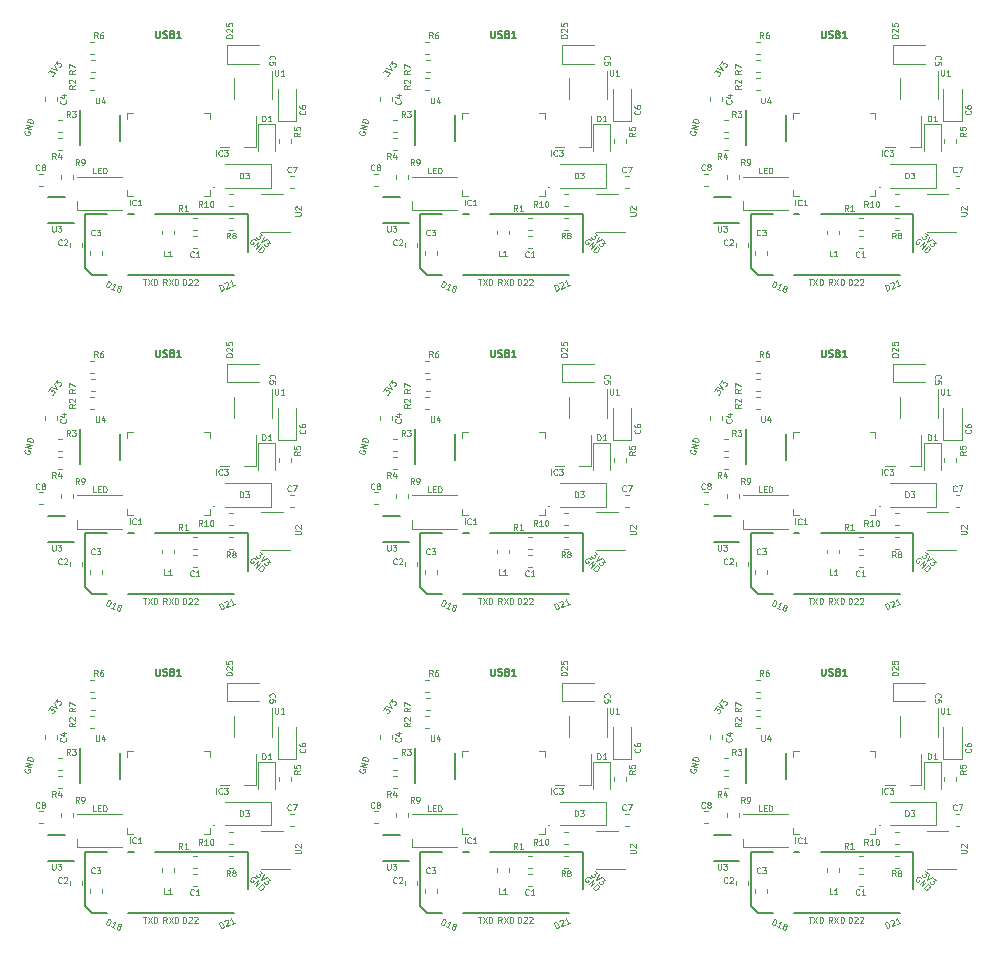
<source format=gto>
%MOIN*%
%OFA0B0*%
%FSLAX46Y46*%
%IPPOS*%
%LPD*%
%ADD10C,0.0039370078740157488*%
%ADD11C,0.0047244094488188976*%
%ADD12C,0.0078740157480314977*%
%ADD13C,0.005905511811023622*%
%ADD14C,0.004921259842519685*%
%ADD25C,0.0039370078740157488*%
%ADD26C,0.0047244094488188976*%
%ADD27C,0.0078740157480314977*%
%ADD28C,0.005905511811023622*%
%ADD29C,0.004921259842519685*%
%ADD30C,0.0039370078740157488*%
%ADD31C,0.0047244094488188976*%
%ADD32C,0.0078740157480314977*%
%ADD33C,0.005905511811023622*%
%ADD34C,0.004921259842519685*%
%ADD35C,0.0039370078740157488*%
%ADD36C,0.0047244094488188976*%
%ADD37C,0.0078740157480314977*%
%ADD38C,0.005905511811023622*%
%ADD39C,0.004921259842519685*%
%ADD40C,0.0039370078740157488*%
%ADD41C,0.0047244094488188976*%
%ADD42C,0.0078740157480314977*%
%ADD43C,0.005905511811023622*%
%ADD44C,0.004921259842519685*%
%ADD45C,0.0039370078740157488*%
%ADD46C,0.0047244094488188976*%
%ADD47C,0.0078740157480314977*%
%ADD48C,0.005905511811023622*%
%ADD49C,0.004921259842519685*%
%ADD50C,0.0039370078740157488*%
%ADD51C,0.0047244094488188976*%
%ADD52C,0.0078740157480314977*%
%ADD53C,0.005905511811023622*%
%ADD54C,0.004921259842519685*%
%ADD55C,0.0039370078740157488*%
%ADD56C,0.0047244094488188976*%
%ADD57C,0.0078740157480314977*%
%ADD58C,0.005905511811023622*%
%ADD59C,0.004921259842519685*%
%ADD60C,0.0039370078740157488*%
%ADD61C,0.0047244094488188976*%
%ADD62C,0.0078740157480314977*%
%ADD63C,0.005905511811023622*%
%ADD64C,0.004921259842519685*%
G01*
D10*
X0000639310Y0003552204D02*
X0000639310Y0003571889D01*
X0000639310Y0003571889D02*
X0000619625Y0003571889D01*
X0000383405Y0003571889D02*
X0000363720Y0003571889D01*
X0000363720Y0003571889D02*
X0000363720Y0003552204D01*
X0000363720Y0003315984D02*
X0000363720Y0003296299D01*
X0000363720Y0003296299D02*
X0000383405Y0003296299D01*
X0000639310Y0003315984D02*
X0000639310Y0003296299D01*
X0000639310Y0003296299D02*
X0000619625Y0003296299D01*
X0000651122Y0003325826D02*
X0000651122Y0003325826D01*
X0000655059Y0003325826D02*
X0000655059Y0003325826D01*
X0000655059Y0003325826D02*
G75*
G03X0000651122Y0003325826I-0000001968D01*
G01*
X0000651122Y0003325826D02*
G75*
G03X0000655059Y0003325826I0000001968D01*
G01*
D11*
X0000792106Y0003459822D02*
X0000754704Y0003459822D01*
X0000792106Y0003562185D02*
X0000792106Y0003459822D01*
X0000703523Y0003459822D02*
X0000672027Y0003459822D01*
X0000254420Y0003769015D02*
X0000241603Y0003769015D01*
X0000254420Y0003809173D02*
X0000241603Y0003809173D01*
X0000255424Y0003749173D02*
X0000242607Y0003749173D01*
X0000255424Y0003709015D02*
X0000242607Y0003709015D01*
X0000173936Y0003126189D02*
X0000173936Y0003139007D01*
X0000214094Y0003126189D02*
X0000214094Y0003139007D01*
X0000238936Y0003111999D02*
X0000238936Y0003099181D01*
X0000279094Y0003111999D02*
X0000279094Y0003099181D01*
X0000478936Y0003168689D02*
X0000478936Y0003181507D01*
X0000519094Y0003168689D02*
X0000519094Y0003181507D01*
D12*
X0000765354Y0003237456D02*
X0000456299Y0003237456D01*
X0000224015Y0003237456D02*
X0000224015Y0003056354D01*
X0000367716Y0003032732D02*
X0000720078Y0003032732D01*
X0000765354Y0003237456D02*
X0000765354Y0003111472D01*
X0000224015Y0003237456D02*
X0000296850Y0003237456D01*
X0000247637Y0003032732D02*
X0000296850Y0003032732D01*
X0000367716Y0003237456D02*
X0000385433Y0003237456D01*
X0000224015Y0003056354D02*
X0000247637Y0003032732D01*
D11*
X0000583611Y0003124015D02*
X0000596428Y0003124015D01*
X0000583611Y0003164173D02*
X0000596428Y0003164173D01*
X0000583611Y0003184015D02*
X0000596428Y0003184015D01*
X0000583611Y0003224173D02*
X0000596428Y0003224173D01*
X0000720629Y0003689527D02*
X0000720629Y0003618661D01*
X0000847401Y0003618661D02*
X0000847401Y0003715118D01*
X0000803444Y0003800000D02*
X0000696751Y0003800000D01*
X0000696751Y0003800000D02*
X0000696751Y0003738188D01*
X0000696751Y0003738188D02*
X0000803444Y0003738188D01*
X0000927421Y0003546712D02*
X0000927421Y0003653405D01*
X0000865610Y0003546712D02*
X0000927421Y0003546712D01*
X0000865610Y0003653405D02*
X0000865610Y0003546712D01*
X0000919420Y0003364173D02*
X0000906603Y0003364173D01*
X0000919420Y0003324015D02*
X0000906603Y0003324015D01*
X0000081920Y0003331515D02*
X0000069103Y0003331515D01*
X0000081920Y0003371673D02*
X0000069103Y0003371673D01*
X0000857952Y0003447598D02*
X0000857952Y0003537559D01*
X0000857952Y0003537559D02*
X0000800078Y0003537559D01*
X0000800078Y0003537559D02*
X0000800078Y0003447598D01*
X0000198212Y0003361712D02*
X0000347818Y0003361712D01*
X0000198212Y0003251476D02*
X0000347818Y0003251476D01*
X0000198212Y0003251476D02*
X0000198212Y0003281003D01*
X0000842598Y0003324724D02*
X0000842598Y0003403464D01*
X0000842598Y0003403464D02*
X0000689055Y0003403464D01*
X0000842598Y0003324724D02*
X0000689055Y0003324724D01*
X0000868936Y0003486507D02*
X0000868936Y0003473689D01*
X0000909094Y0003486507D02*
X0000909094Y0003473689D01*
X0000703611Y0003224173D02*
X0000716428Y0003224173D01*
X0000703611Y0003184015D02*
X0000716428Y0003184015D01*
X0000143936Y0003353689D02*
X0000143936Y0003366507D01*
X0000184094Y0003353689D02*
X0000184094Y0003366507D01*
X0000716428Y0003304173D02*
X0000703611Y0003304173D01*
X0000716428Y0003264015D02*
X0000703611Y0003264015D01*
X0000881948Y0003304980D02*
X0000811082Y0003304980D01*
X0000811082Y0003178208D02*
X0000907539Y0003178208D01*
D13*
X0000157559Y0003292401D02*
X0000100472Y0003292401D01*
X0000186102Y0003205787D02*
X0000100472Y0003205787D01*
D11*
X0000129094Y0003626507D02*
X0000129094Y0003613689D01*
X0000088936Y0003626507D02*
X0000088936Y0003613689D01*
X0000241603Y0003689173D02*
X0000254420Y0003689173D01*
X0000241603Y0003649015D02*
X0000254420Y0003649015D01*
X0000133611Y0003509015D02*
X0000146428Y0003509015D01*
X0000133611Y0003549173D02*
X0000146428Y0003549173D01*
X0000133611Y0003489173D02*
X0000146428Y0003489173D01*
X0000133611Y0003449015D02*
X0000146428Y0003449015D01*
D13*
X0000207086Y0003582165D02*
X0000207086Y0003466023D01*
X0000340944Y0003567401D02*
X0000340944Y0003480787D01*
D14*
X0000805616Y0003173413D02*
X0000814672Y0003165259D01*
X0000804778Y0003164077D01*
X0000806868Y0003162195D01*
X0000807634Y0003160244D01*
X0000807703Y0003158920D01*
X0000807146Y0003156900D01*
X0000804009Y0003153417D01*
X0000802058Y0003152651D01*
X0000800735Y0003152581D01*
X0000798714Y0003153139D01*
X0000794534Y0003156903D01*
X0000793768Y0003158854D01*
X0000793699Y0003160177D01*
X0000818852Y0003161496D02*
X0000810557Y0003142476D01*
X0000828605Y0003152714D01*
X0000832088Y0003149578D02*
X0000841144Y0003141424D01*
X0000831250Y0003140242D01*
X0000833339Y0003138360D01*
X0000834105Y0003136409D01*
X0000834175Y0003135085D01*
X0000833617Y0003133065D01*
X0000830481Y0003129582D01*
X0000828530Y0003128816D01*
X0000827206Y0003128746D01*
X0000825185Y0003129304D01*
X0000821006Y0003133068D01*
X0000820240Y0003135019D01*
X0000820170Y0003136343D01*
X0000100739Y0003708617D02*
X0000108072Y0003718349D01*
X0000110112Y0003708596D01*
X0000111805Y0003710842D01*
X0000113682Y0003711775D01*
X0000114994Y0003711959D01*
X0000117056Y0003711580D01*
X0000120799Y0003708759D01*
X0000121732Y0003706882D01*
X0000121917Y0003705570D01*
X0000121537Y0003703508D01*
X0000118152Y0003699016D01*
X0000116275Y0003698083D01*
X0000114962Y0003697899D01*
X0000111457Y0003722841D02*
X0000131127Y0003716235D01*
X0000119355Y0003733322D01*
X0000122176Y0003737065D02*
X0000129509Y0003746797D01*
X0000131549Y0003737044D01*
X0000133242Y0003739290D01*
X0000135119Y0003740223D01*
X0000136431Y0003740407D01*
X0000138493Y0003740028D01*
X0000142236Y0003737207D01*
X0000143169Y0003735330D01*
X0000143354Y0003734017D01*
X0000142974Y0003731956D01*
X0000139589Y0003727464D01*
X0000137712Y0003726531D01*
X0000136399Y0003726347D01*
X0000792259Y0003149021D02*
X0000791527Y0003150985D01*
X0000789470Y0003152903D01*
X0000786774Y0003154135D01*
X0000784125Y0003154043D01*
X0000782161Y0003153311D01*
X0000778918Y0003151208D01*
X0000777000Y0003149151D01*
X0000775128Y0003145770D01*
X0000774535Y0003143760D01*
X0000774628Y0003141110D01*
X0000776045Y0003138506D01*
X0000777416Y0003137228D01*
X0000780112Y0003135995D01*
X0000781437Y0003136042D01*
X0000785912Y0003140841D01*
X0000783170Y0003143398D01*
X0000786329Y0003128917D02*
X0000799754Y0003143314D01*
X0000794555Y0003121245D01*
X0000807980Y0003135642D01*
X0000801411Y0003114852D02*
X0000814836Y0003129249D01*
X0000818264Y0003126053D01*
X0000819681Y0003123449D01*
X0000819774Y0003120800D01*
X0000819181Y0003118789D01*
X0000817309Y0003115408D01*
X0000815391Y0003113351D01*
X0000812148Y0003111248D01*
X0000810184Y0003110516D01*
X0000807535Y0003110424D01*
X0000804839Y0003111656D01*
X0000801411Y0003114852D01*
X0000023551Y0003514194D02*
X0000022216Y0003512579D01*
X0000021583Y0003509838D01*
X0000021864Y0003506887D01*
X0000023269Y0003504639D01*
X0000024885Y0003503304D01*
X0000028328Y0003501547D01*
X0000031068Y0003500915D01*
X0000034932Y0003500984D01*
X0000036970Y0003501476D01*
X0000039218Y0003502881D01*
X0000040764Y0003505410D01*
X0000041186Y0003507237D01*
X0000040905Y0003510188D01*
X0000040202Y0003511312D01*
X0000033809Y0003512788D01*
X0000032965Y0003509135D01*
X0000043927Y0003519111D02*
X0000024746Y0003523539D01*
X0000046457Y0003530071D01*
X0000027277Y0003534499D01*
X0000048566Y0003539205D02*
X0000029385Y0003543633D01*
X0000030440Y0003548199D01*
X0000031986Y0003550729D01*
X0000034234Y0003552134D01*
X0000036272Y0003552625D01*
X0000040136Y0003552695D01*
X0000042876Y0003552063D01*
X0000046319Y0003550306D01*
X0000047935Y0003548971D01*
X0000049340Y0003546722D01*
X0000049620Y0003543771D01*
X0000048566Y0003539205D01*
X0000677992Y0002981557D02*
X0000670300Y0002999677D01*
X0000674614Y0003001509D01*
X0000677569Y0003001744D01*
X0000680028Y0003000751D01*
X0000681623Y0002999392D01*
X0000683951Y0002996307D01*
X0000685050Y0002993718D01*
X0000685652Y0002989900D01*
X0000685522Y0002987808D01*
X0000684528Y0002985350D01*
X0000682306Y0002983388D01*
X0000677992Y0002981557D01*
X0000688290Y0003005277D02*
X0000688787Y0003006506D01*
X0000690146Y0003008101D01*
X0000694460Y0003009933D01*
X0000696552Y0003009802D01*
X0000697781Y0003009306D01*
X0000699377Y0003007946D01*
X0000700109Y0003006220D01*
X0000700345Y0003003266D01*
X0000694386Y0002988516D01*
X0000705603Y0002993277D01*
X0000722861Y0003000603D02*
X0000712506Y0002996208D01*
X0000717683Y0002998405D02*
X0000709992Y0003016525D01*
X0000709365Y0003013204D01*
X0000708372Y0003010746D01*
X0000707012Y0003009151D01*
X0000293533Y0002995237D02*
X0000301224Y0003013357D01*
X0000305538Y0003011525D01*
X0000307761Y0003009564D01*
X0000308754Y0003007105D01*
X0000308884Y0003005013D01*
X0000308282Y0003001196D01*
X0000307183Y0002998607D01*
X0000304855Y0002995522D01*
X0000303260Y0002994162D01*
X0000300802Y0002993169D01*
X0000297847Y0002993405D01*
X0000293533Y0002995237D01*
X0000321144Y0002983516D02*
X0000310790Y0002987911D01*
X0000315967Y0002985714D02*
X0000323659Y0003003834D01*
X0000320834Y0003001978D01*
X0000318376Y0003000985D01*
X0000316284Y0003000854D01*
X0000335894Y0002989475D02*
X0000334534Y0002991071D01*
X0000334038Y0002992300D01*
X0000333907Y0002994392D01*
X0000334274Y0002995255D01*
X0000335869Y0002996614D01*
X0000337098Y0002997111D01*
X0000339190Y0002997241D01*
X0000342642Y0002995776D01*
X0000344001Y0002994181D01*
X0000344498Y0002992951D01*
X0000344628Y0002990860D01*
X0000344262Y0002989997D01*
X0000342666Y0002988637D01*
X0000341437Y0002988141D01*
X0000339345Y0002988010D01*
X0000335894Y0002989475D01*
X0000333802Y0002989345D01*
X0000332573Y0002988848D01*
X0000330977Y0002987489D01*
X0000329512Y0002984037D01*
X0000329643Y0002981945D01*
X0000330139Y0002980716D01*
X0000331499Y0002979121D01*
X0000334950Y0002977656D01*
X0000337042Y0002977786D01*
X0000338271Y0002978283D01*
X0000339867Y0002979642D01*
X0000341332Y0002983094D01*
X0000341201Y0002985186D01*
X0000340705Y0002986415D01*
X0000339345Y0002988010D01*
X0000495892Y0003000189D02*
X0000489330Y0003009563D01*
X0000484643Y0003000189D02*
X0000484643Y0003019874D01*
X0000492142Y0003019874D01*
X0000494017Y0003018937D01*
X0000494954Y0003017999D01*
X0000495892Y0003016124D01*
X0000495892Y0003013312D01*
X0000494954Y0003011437D01*
X0000494017Y0003010500D01*
X0000492142Y0003009563D01*
X0000484643Y0003009563D01*
X0000502454Y0003019874D02*
X0000515577Y0003000189D01*
X0000515577Y0003019874D02*
X0000502454Y0003000189D01*
X0000523076Y0003000189D02*
X0000523076Y0003019874D01*
X0000527763Y0003019874D01*
X0000530575Y0003018937D01*
X0000532450Y0003017062D01*
X0000533387Y0003015187D01*
X0000534325Y0003011437D01*
X0000534325Y0003008625D01*
X0000533387Y0003004876D01*
X0000532450Y0003003001D01*
X0000530575Y0003001126D01*
X0000527763Y0003000189D01*
X0000523076Y0003000189D01*
X0000550112Y0003000189D02*
X0000550112Y0003019874D01*
X0000554799Y0003019874D01*
X0000557611Y0003018937D01*
X0000559486Y0003017062D01*
X0000560423Y0003015187D01*
X0000561361Y0003011437D01*
X0000561361Y0003008625D01*
X0000560423Y0003004876D01*
X0000559486Y0003003001D01*
X0000557611Y0003001126D01*
X0000554799Y0003000189D01*
X0000550112Y0003000189D01*
X0000568860Y0003017999D02*
X0000569797Y0003018937D01*
X0000571672Y0003019874D01*
X0000576359Y0003019874D01*
X0000578233Y0003018937D01*
X0000579171Y0003017999D01*
X0000580108Y0003016124D01*
X0000580108Y0003014250D01*
X0000579171Y0003011437D01*
X0000567922Y0003000189D01*
X0000580108Y0003000189D01*
X0000587607Y0003017999D02*
X0000588545Y0003018937D01*
X0000590419Y0003019874D01*
X0000595106Y0003019874D01*
X0000596981Y0003018937D01*
X0000597918Y0003017999D01*
X0000598856Y0003016124D01*
X0000598856Y0003014250D01*
X0000597918Y0003011437D01*
X0000586670Y0003000189D01*
X0000598856Y0003000189D01*
X0000416675Y0003019874D02*
X0000427923Y0003019874D01*
X0000422299Y0003000189D02*
X0000422299Y0003019874D01*
X0000432610Y0003019874D02*
X0000445733Y0003000189D01*
X0000445733Y0003019874D02*
X0000432610Y0003000189D01*
X0000453232Y0003000189D02*
X0000453232Y0003019874D01*
X0000457919Y0003019874D01*
X0000460732Y0003018937D01*
X0000462606Y0003017062D01*
X0000463544Y0003015187D01*
X0000464481Y0003011437D01*
X0000464481Y0003008625D01*
X0000463544Y0003004876D01*
X0000462606Y0003003001D01*
X0000460732Y0003001126D01*
X0000457919Y0003000189D01*
X0000453232Y0003000189D01*
X0000713920Y0003824691D02*
X0000694235Y0003824691D01*
X0000694235Y0003829378D01*
X0000695173Y0003832190D01*
X0000697047Y0003834065D01*
X0000698922Y0003835002D01*
X0000702672Y0003835939D01*
X0000705484Y0003835939D01*
X0000709233Y0003835002D01*
X0000711108Y0003834065D01*
X0000712983Y0003832190D01*
X0000713920Y0003829378D01*
X0000713920Y0003824691D01*
X0000696110Y0003843438D02*
X0000695173Y0003844376D01*
X0000694235Y0003846251D01*
X0000694235Y0003850937D01*
X0000695173Y0003852812D01*
X0000696110Y0003853750D01*
X0000697985Y0003854687D01*
X0000699860Y0003854687D01*
X0000702672Y0003853750D01*
X0000713920Y0003842501D01*
X0000713920Y0003854687D01*
X0000694235Y0003872497D02*
X0000694235Y0003863123D01*
X0000703609Y0003862186D01*
X0000702672Y0003863123D01*
X0000701734Y0003864998D01*
X0000701734Y0003869685D01*
X0000702672Y0003871560D01*
X0000703609Y0003872497D01*
X0000705484Y0003873435D01*
X0000710171Y0003873435D01*
X0000712046Y0003872497D01*
X0000712983Y0003871560D01*
X0000713920Y0003869685D01*
X0000713920Y0003864998D01*
X0000712983Y0003863123D01*
X0000712046Y0003862186D01*
X0000372299Y0003265189D02*
X0000372299Y0003284874D01*
X0000392921Y0003267064D02*
X0000391984Y0003266126D01*
X0000389172Y0003265189D01*
X0000387297Y0003265189D01*
X0000384485Y0003266126D01*
X0000382610Y0003268001D01*
X0000381673Y0003269876D01*
X0000380735Y0003273625D01*
X0000380735Y0003276437D01*
X0000381673Y0003280187D01*
X0000382610Y0003282062D01*
X0000384485Y0003283937D01*
X0000387297Y0003284874D01*
X0000389172Y0003284874D01*
X0000391984Y0003283937D01*
X0000392921Y0003282999D01*
X0000411669Y0003265189D02*
X0000400420Y0003265189D01*
X0000406045Y0003265189D02*
X0000406045Y0003284874D01*
X0000404170Y0003282062D01*
X0000402295Y0003280187D01*
X0000400420Y0003279250D01*
X0000659799Y0003430189D02*
X0000659799Y0003449874D01*
X0000680421Y0003432064D02*
X0000679484Y0003431126D01*
X0000676672Y0003430189D01*
X0000674797Y0003430189D01*
X0000671985Y0003431126D01*
X0000670110Y0003433001D01*
X0000669173Y0003434876D01*
X0000668235Y0003438625D01*
X0000668235Y0003441437D01*
X0000669173Y0003445187D01*
X0000670110Y0003447062D01*
X0000671985Y0003448937D01*
X0000674797Y0003449874D01*
X0000676672Y0003449874D01*
X0000679484Y0003448937D01*
X0000680421Y0003447999D01*
X0000686983Y0003449874D02*
X0000699169Y0003449874D01*
X0000692607Y0003442375D01*
X0000695419Y0003442375D01*
X0000697294Y0003441437D01*
X0000698232Y0003440500D01*
X0000699169Y0003438625D01*
X0000699169Y0003433938D01*
X0000698232Y0003432064D01*
X0000697294Y0003431126D01*
X0000695419Y0003430189D01*
X0000689795Y0003430189D01*
X0000687920Y0003431126D01*
X0000686983Y0003432064D01*
X0000265734Y0003822689D02*
X0000259173Y0003832063D01*
X0000254486Y0003822689D02*
X0000254486Y0003842374D01*
X0000261985Y0003842374D01*
X0000263860Y0003841437D01*
X0000264797Y0003840499D01*
X0000265734Y0003838624D01*
X0000265734Y0003835812D01*
X0000264797Y0003833937D01*
X0000263860Y0003833000D01*
X0000261985Y0003832063D01*
X0000254486Y0003832063D01*
X0000282607Y0003842374D02*
X0000278858Y0003842374D01*
X0000276983Y0003841437D01*
X0000276046Y0003840499D01*
X0000274171Y0003837687D01*
X0000273233Y0003833937D01*
X0000273233Y0003826438D01*
X0000274171Y0003824564D01*
X0000275108Y0003823626D01*
X0000276983Y0003822689D01*
X0000280732Y0003822689D01*
X0000282607Y0003823626D01*
X0000283545Y0003824564D01*
X0000284482Y0003826438D01*
X0000284482Y0003831125D01*
X0000283545Y0003833000D01*
X0000282607Y0003833937D01*
X0000280732Y0003834875D01*
X0000276983Y0003834875D01*
X0000275108Y0003833937D01*
X0000274171Y0003833000D01*
X0000273233Y0003831125D01*
X0000190420Y0003715813D02*
X0000181047Y0003709251D01*
X0000190420Y0003704565D02*
X0000170735Y0003704565D01*
X0000170735Y0003712064D01*
X0000171673Y0003713938D01*
X0000172610Y0003714876D01*
X0000174485Y0003715813D01*
X0000177297Y0003715813D01*
X0000179172Y0003714876D01*
X0000180109Y0003713938D01*
X0000181047Y0003712064D01*
X0000181047Y0003704565D01*
X0000170735Y0003722375D02*
X0000170735Y0003735498D01*
X0000190420Y0003727062D01*
X0000145734Y0003134564D02*
X0000144797Y0003133626D01*
X0000141985Y0003132689D01*
X0000140110Y0003132689D01*
X0000137298Y0003133626D01*
X0000135423Y0003135501D01*
X0000134486Y0003137376D01*
X0000133548Y0003141125D01*
X0000133548Y0003143937D01*
X0000134486Y0003147687D01*
X0000135423Y0003149562D01*
X0000137298Y0003151437D01*
X0000140110Y0003152374D01*
X0000141985Y0003152374D01*
X0000144797Y0003151437D01*
X0000145734Y0003150499D01*
X0000153233Y0003150499D02*
X0000154171Y0003151437D01*
X0000156046Y0003152374D01*
X0000160732Y0003152374D01*
X0000162607Y0003151437D01*
X0000163545Y0003150499D01*
X0000164482Y0003148624D01*
X0000164482Y0003146750D01*
X0000163545Y0003143937D01*
X0000152296Y0003132689D01*
X0000164482Y0003132689D01*
X0000255734Y0003167064D02*
X0000254797Y0003166126D01*
X0000251985Y0003165189D01*
X0000250110Y0003165189D01*
X0000247298Y0003166126D01*
X0000245423Y0003168001D01*
X0000244486Y0003169876D01*
X0000243548Y0003173625D01*
X0000243548Y0003176437D01*
X0000244486Y0003180187D01*
X0000245423Y0003182062D01*
X0000247298Y0003183937D01*
X0000250110Y0003184874D01*
X0000251985Y0003184874D01*
X0000254797Y0003183937D01*
X0000255734Y0003182999D01*
X0000262296Y0003184874D02*
X0000274482Y0003184874D01*
X0000267920Y0003177375D01*
X0000270732Y0003177375D01*
X0000272607Y0003176437D01*
X0000273545Y0003175500D01*
X0000274482Y0003173625D01*
X0000274482Y0003168938D01*
X0000273545Y0003167064D01*
X0000272607Y0003166126D01*
X0000270732Y0003165189D01*
X0000265108Y0003165189D01*
X0000263233Y0003166126D01*
X0000262296Y0003167064D01*
X0000495734Y0003095189D02*
X0000486361Y0003095189D01*
X0000486361Y0003114874D01*
X0000512607Y0003095189D02*
X0000501359Y0003095189D01*
X0000506983Y0003095189D02*
X0000506983Y0003114874D01*
X0000505108Y0003112062D01*
X0000503233Y0003110187D01*
X0000501359Y0003109250D01*
D13*
X0000460458Y0003847030D02*
X0000460458Y0003827907D01*
X0000461583Y0003825658D01*
X0000462708Y0003824533D01*
X0000464957Y0003823408D01*
X0000469457Y0003823408D01*
X0000471706Y0003824533D01*
X0000472831Y0003825658D01*
X0000473956Y0003827907D01*
X0000473956Y0003847030D01*
X0000484080Y0003824533D02*
X0000487454Y0003823408D01*
X0000493079Y0003823408D01*
X0000495328Y0003824533D01*
X0000496453Y0003825658D01*
X0000497578Y0003827907D01*
X0000497578Y0003830157D01*
X0000496453Y0003832407D01*
X0000495328Y0003833532D01*
X0000493079Y0003834656D01*
X0000488579Y0003835781D01*
X0000486330Y0003836906D01*
X0000485205Y0003838031D01*
X0000484080Y0003840281D01*
X0000484080Y0003842530D01*
X0000485205Y0003844780D01*
X0000486330Y0003845905D01*
X0000488579Y0003847030D01*
X0000494204Y0003847030D01*
X0000497578Y0003845905D01*
X0000515576Y0003835781D02*
X0000518951Y0003834656D01*
X0000520075Y0003833532D01*
X0000521200Y0003831282D01*
X0000521200Y0003827907D01*
X0000520075Y0003825658D01*
X0000518951Y0003824533D01*
X0000516701Y0003823408D01*
X0000507702Y0003823408D01*
X0000507702Y0003847030D01*
X0000515576Y0003847030D01*
X0000517826Y0003845905D01*
X0000518951Y0003844780D01*
X0000520075Y0003842530D01*
X0000520075Y0003840281D01*
X0000518951Y0003838031D01*
X0000517826Y0003836906D01*
X0000515576Y0003835781D01*
X0000507702Y0003835781D01*
X0000543697Y0003823408D02*
X0000530199Y0003823408D01*
X0000536948Y0003823408D02*
X0000536948Y0003847030D01*
X0000534699Y0003843655D01*
X0000532449Y0003841406D01*
X0000530199Y0003840281D01*
D14*
X0000585734Y0003094564D02*
X0000584797Y0003093626D01*
X0000581985Y0003092689D01*
X0000580110Y0003092689D01*
X0000577298Y0003093626D01*
X0000575423Y0003095501D01*
X0000574486Y0003097376D01*
X0000573548Y0003101125D01*
X0000573548Y0003103937D01*
X0000574486Y0003107687D01*
X0000575423Y0003109562D01*
X0000577298Y0003111437D01*
X0000580110Y0003112374D01*
X0000581985Y0003112374D01*
X0000584797Y0003111437D01*
X0000585734Y0003110499D01*
X0000604482Y0003092689D02*
X0000593233Y0003092689D01*
X0000598858Y0003092689D02*
X0000598858Y0003112374D01*
X0000596983Y0003109562D01*
X0000595108Y0003107687D01*
X0000593233Y0003106750D01*
X0000548234Y0003247689D02*
X0000541673Y0003257063D01*
X0000536986Y0003247689D02*
X0000536986Y0003267374D01*
X0000544485Y0003267374D01*
X0000546360Y0003266437D01*
X0000547297Y0003265499D01*
X0000548234Y0003263624D01*
X0000548234Y0003260812D01*
X0000547297Y0003258937D01*
X0000546360Y0003258000D01*
X0000544485Y0003257063D01*
X0000536986Y0003257063D01*
X0000566982Y0003247689D02*
X0000555733Y0003247689D01*
X0000561358Y0003247689D02*
X0000561358Y0003267374D01*
X0000559483Y0003264562D01*
X0000557608Y0003262687D01*
X0000555733Y0003261750D01*
X0000856517Y0003717374D02*
X0000856517Y0003701438D01*
X0000857454Y0003699564D01*
X0000858392Y0003698626D01*
X0000860267Y0003697689D01*
X0000864016Y0003697689D01*
X0000865891Y0003698626D01*
X0000866828Y0003699564D01*
X0000867766Y0003701438D01*
X0000867766Y0003717374D01*
X0000887451Y0003697689D02*
X0000876202Y0003697689D01*
X0000881826Y0003697689D02*
X0000881826Y0003717374D01*
X0000879952Y0003714562D01*
X0000878077Y0003712687D01*
X0000876202Y0003711750D01*
X0000839485Y0003752375D02*
X0000838547Y0003753312D01*
X0000837610Y0003756124D01*
X0000837610Y0003757999D01*
X0000838547Y0003760811D01*
X0000840422Y0003762686D01*
X0000842297Y0003763623D01*
X0000846047Y0003764561D01*
X0000848859Y0003764561D01*
X0000852608Y0003763623D01*
X0000854483Y0003762686D01*
X0000856358Y0003760811D01*
X0000857295Y0003757999D01*
X0000857295Y0003756124D01*
X0000856358Y0003753312D01*
X0000855420Y0003752375D01*
X0000857295Y0003734565D02*
X0000857295Y0003743938D01*
X0000847921Y0003744876D01*
X0000848859Y0003743938D01*
X0000849796Y0003742064D01*
X0000849796Y0003737377D01*
X0000848859Y0003735502D01*
X0000847921Y0003734565D01*
X0000846047Y0003733627D01*
X0000841360Y0003733627D01*
X0000839485Y0003734565D01*
X0000838547Y0003735502D01*
X0000837610Y0003737377D01*
X0000837610Y0003742064D01*
X0000838547Y0003743938D01*
X0000839485Y0003744876D01*
X0000956046Y0003580754D02*
X0000956983Y0003579817D01*
X0000957920Y0003577005D01*
X0000957920Y0003575130D01*
X0000956983Y0003572318D01*
X0000955108Y0003570443D01*
X0000953233Y0003569506D01*
X0000949484Y0003568568D01*
X0000946672Y0003568568D01*
X0000942922Y0003569506D01*
X0000941047Y0003570443D01*
X0000939173Y0003572318D01*
X0000938235Y0003575130D01*
X0000938235Y0003577005D01*
X0000939173Y0003579817D01*
X0000940110Y0003580754D01*
X0000938235Y0003597627D02*
X0000938235Y0003593877D01*
X0000939173Y0003592003D01*
X0000940110Y0003591065D01*
X0000942922Y0003589191D01*
X0000946672Y0003588253D01*
X0000954171Y0003588253D01*
X0000956046Y0003589191D01*
X0000956983Y0003590128D01*
X0000957920Y0003592003D01*
X0000957920Y0003595752D01*
X0000956983Y0003597627D01*
X0000956046Y0003598564D01*
X0000954171Y0003599502D01*
X0000949484Y0003599502D01*
X0000947609Y0003598564D01*
X0000946672Y0003597627D01*
X0000945734Y0003595752D01*
X0000945734Y0003592003D01*
X0000946672Y0003590128D01*
X0000947609Y0003589191D01*
X0000949484Y0003588253D01*
X0000909730Y0003377064D02*
X0000908793Y0003376126D01*
X0000905981Y0003375189D01*
X0000904106Y0003375189D01*
X0000901294Y0003376126D01*
X0000899419Y0003378001D01*
X0000898482Y0003379876D01*
X0000897544Y0003383625D01*
X0000897544Y0003386437D01*
X0000898482Y0003390187D01*
X0000899419Y0003392062D01*
X0000901294Y0003393937D01*
X0000904106Y0003394874D01*
X0000905981Y0003394874D01*
X0000908793Y0003393937D01*
X0000909730Y0003392999D01*
X0000916292Y0003394874D02*
X0000929415Y0003394874D01*
X0000920979Y0003375189D01*
D13*
D14*
X0000071226Y0003384564D02*
X0000070289Y0003383626D01*
X0000067477Y0003382689D01*
X0000065602Y0003382689D01*
X0000062790Y0003383626D01*
X0000060915Y0003385501D01*
X0000059978Y0003387376D01*
X0000059040Y0003391125D01*
X0000059040Y0003393937D01*
X0000059978Y0003397687D01*
X0000060915Y0003399562D01*
X0000062790Y0003401437D01*
X0000065602Y0003402374D01*
X0000067477Y0003402374D01*
X0000070289Y0003401437D01*
X0000071226Y0003400499D01*
X0000082475Y0003393937D02*
X0000080600Y0003394875D01*
X0000079663Y0003395812D01*
X0000078726Y0003397687D01*
X0000078726Y0003398624D01*
X0000079663Y0003400499D01*
X0000080600Y0003401437D01*
X0000082475Y0003402374D01*
X0000086225Y0003402374D01*
X0000088099Y0003401437D01*
X0000089037Y0003400499D01*
X0000089974Y0003398624D01*
X0000089974Y0003397687D01*
X0000089037Y0003395812D01*
X0000088099Y0003394875D01*
X0000086225Y0003393937D01*
X0000082475Y0003393937D01*
X0000080600Y0003393000D01*
X0000079663Y0003392063D01*
X0000078726Y0003390188D01*
X0000078726Y0003386438D01*
X0000079663Y0003384564D01*
X0000080600Y0003383626D01*
X0000082475Y0003382689D01*
X0000086225Y0003382689D01*
X0000088099Y0003383626D01*
X0000089037Y0003384564D01*
X0000089974Y0003386438D01*
X0000089974Y0003390188D01*
X0000089037Y0003392063D01*
X0000088099Y0003393000D01*
X0000086225Y0003393937D01*
X0000814486Y0003545189D02*
X0000814486Y0003564874D01*
X0000819173Y0003564874D01*
X0000821985Y0003563937D01*
X0000823860Y0003562062D01*
X0000824797Y0003560187D01*
X0000825734Y0003556437D01*
X0000825734Y0003553625D01*
X0000824797Y0003549876D01*
X0000823860Y0003548001D01*
X0000821985Y0003546126D01*
X0000819173Y0003545189D01*
X0000814486Y0003545189D01*
X0000844482Y0003545189D02*
X0000833233Y0003545189D01*
X0000838858Y0003545189D02*
X0000838858Y0003564874D01*
X0000836983Y0003562062D01*
X0000835108Y0003560187D01*
X0000833233Y0003559250D01*
X0000260361Y0003372098D02*
X0000250987Y0003372098D01*
X0000250987Y0003391783D01*
X0000266922Y0003382410D02*
X0000273484Y0003382410D01*
X0000276296Y0003372098D02*
X0000266922Y0003372098D01*
X0000266922Y0003391783D01*
X0000276296Y0003391783D01*
X0000284732Y0003372098D02*
X0000284732Y0003391783D01*
X0000289419Y0003391783D01*
X0000292232Y0003390846D01*
X0000294106Y0003388971D01*
X0000295044Y0003387096D01*
X0000295981Y0003383347D01*
X0000295981Y0003380535D01*
X0000295044Y0003376785D01*
X0000294106Y0003374910D01*
X0000292232Y0003373036D01*
X0000289419Y0003372098D01*
X0000284732Y0003372098D01*
X0000739486Y0003355189D02*
X0000739486Y0003374874D01*
X0000744173Y0003374874D01*
X0000746985Y0003373937D01*
X0000748860Y0003372062D01*
X0000749797Y0003370187D01*
X0000750734Y0003366437D01*
X0000750734Y0003363625D01*
X0000749797Y0003359876D01*
X0000748860Y0003358001D01*
X0000746985Y0003356126D01*
X0000744173Y0003355189D01*
X0000739486Y0003355189D01*
X0000757296Y0003374874D02*
X0000769482Y0003374874D01*
X0000762920Y0003367375D01*
X0000765732Y0003367375D01*
X0000767607Y0003366437D01*
X0000768545Y0003365500D01*
X0000769482Y0003363625D01*
X0000769482Y0003358938D01*
X0000768545Y0003357064D01*
X0000767607Y0003356126D01*
X0000765732Y0003355189D01*
X0000760108Y0003355189D01*
X0000758233Y0003356126D01*
X0000757296Y0003357064D01*
X0000940420Y0003508313D02*
X0000931047Y0003501751D01*
X0000940420Y0003497065D02*
X0000920735Y0003497065D01*
X0000920735Y0003504564D01*
X0000921673Y0003506438D01*
X0000922610Y0003507376D01*
X0000924485Y0003508313D01*
X0000927297Y0003508313D01*
X0000929172Y0003507376D01*
X0000930109Y0003506438D01*
X0000931047Y0003504564D01*
X0000931047Y0003497065D01*
X0000920735Y0003526123D02*
X0000920735Y0003516750D01*
X0000930109Y0003515812D01*
X0000929172Y0003516750D01*
X0000928234Y0003518624D01*
X0000928234Y0003523311D01*
X0000929172Y0003525186D01*
X0000930109Y0003526123D01*
X0000931984Y0003527061D01*
X0000936671Y0003527061D01*
X0000938546Y0003526123D01*
X0000939483Y0003525186D01*
X0000940420Y0003523311D01*
X0000940420Y0003518624D01*
X0000939483Y0003516750D01*
X0000938546Y0003515812D01*
X0000706738Y0003155189D02*
X0000700177Y0003164563D01*
X0000695490Y0003155189D02*
X0000695490Y0003174874D01*
X0000702989Y0003174874D01*
X0000704864Y0003173937D01*
X0000705801Y0003172999D01*
X0000706738Y0003171124D01*
X0000706738Y0003168312D01*
X0000705801Y0003166437D01*
X0000704864Y0003165500D01*
X0000702989Y0003164563D01*
X0000695490Y0003164563D01*
X0000717987Y0003166437D02*
X0000716112Y0003167375D01*
X0000715175Y0003168312D01*
X0000714237Y0003170187D01*
X0000714237Y0003171124D01*
X0000715175Y0003172999D01*
X0000716112Y0003173937D01*
X0000717987Y0003174874D01*
X0000721736Y0003174874D01*
X0000723611Y0003173937D01*
X0000724549Y0003172999D01*
X0000725486Y0003171124D01*
X0000725486Y0003170187D01*
X0000724549Y0003168312D01*
X0000723611Y0003167375D01*
X0000721736Y0003166437D01*
X0000717987Y0003166437D01*
X0000716112Y0003165500D01*
X0000715175Y0003164563D01*
X0000714237Y0003162688D01*
X0000714237Y0003158938D01*
X0000715175Y0003157064D01*
X0000716112Y0003156126D01*
X0000717987Y0003155189D01*
X0000721736Y0003155189D01*
X0000723611Y0003156126D01*
X0000724549Y0003157064D01*
X0000725486Y0003158938D01*
X0000725486Y0003162688D01*
X0000724549Y0003164563D01*
X0000723611Y0003165500D01*
X0000721736Y0003166437D01*
X0000203234Y0003400189D02*
X0000196673Y0003409563D01*
X0000191986Y0003400189D02*
X0000191986Y0003419874D01*
X0000199485Y0003419874D01*
X0000201360Y0003418937D01*
X0000202297Y0003417999D01*
X0000203234Y0003416124D01*
X0000203234Y0003413312D01*
X0000202297Y0003411437D01*
X0000201360Y0003410500D01*
X0000199485Y0003409563D01*
X0000191986Y0003409563D01*
X0000212608Y0003400189D02*
X0000216358Y0003400189D01*
X0000218232Y0003401126D01*
X0000219170Y0003402064D01*
X0000221045Y0003404876D01*
X0000221982Y0003408625D01*
X0000221982Y0003416124D01*
X0000221045Y0003417999D01*
X0000220107Y0003418937D01*
X0000218232Y0003419874D01*
X0000214483Y0003419874D01*
X0000212608Y0003418937D01*
X0000211671Y0003417999D01*
X0000210733Y0003416124D01*
X0000210733Y0003411437D01*
X0000211671Y0003409563D01*
X0000212608Y0003408625D01*
X0000214483Y0003407688D01*
X0000218232Y0003407688D01*
X0000220107Y0003408625D01*
X0000221045Y0003409563D01*
X0000221982Y0003411437D01*
X0000613861Y0003260189D02*
X0000607299Y0003269563D01*
X0000602612Y0003260189D02*
X0000602612Y0003279874D01*
X0000610111Y0003279874D01*
X0000611986Y0003278937D01*
X0000612923Y0003277999D01*
X0000613861Y0003276124D01*
X0000613861Y0003273312D01*
X0000612923Y0003271437D01*
X0000611986Y0003270500D01*
X0000610111Y0003269563D01*
X0000602612Y0003269563D01*
X0000632608Y0003260189D02*
X0000621360Y0003260189D01*
X0000626984Y0003260189D02*
X0000626984Y0003279874D01*
X0000625109Y0003277062D01*
X0000623234Y0003275187D01*
X0000621360Y0003274250D01*
X0000644794Y0003279874D02*
X0000646669Y0003279874D01*
X0000648544Y0003278937D01*
X0000649481Y0003277999D01*
X0000650418Y0003276124D01*
X0000651356Y0003272375D01*
X0000651356Y0003267688D01*
X0000650418Y0003263938D01*
X0000649481Y0003262064D01*
X0000648544Y0003261126D01*
X0000646669Y0003260189D01*
X0000644794Y0003260189D01*
X0000642919Y0003261126D01*
X0000641982Y0003262064D01*
X0000641045Y0003263938D01*
X0000640107Y0003267688D01*
X0000640107Y0003272375D01*
X0000641045Y0003276124D01*
X0000641982Y0003277999D01*
X0000642919Y0003278937D01*
X0000644794Y0003279874D01*
X0000923235Y0003231596D02*
X0000939171Y0003231596D01*
X0000941046Y0003232533D01*
X0000941983Y0003233471D01*
X0000942920Y0003235345D01*
X0000942920Y0003239095D01*
X0000941983Y0003240970D01*
X0000941046Y0003241907D01*
X0000939171Y0003242844D01*
X0000923235Y0003242844D01*
X0000925110Y0003251281D02*
X0000924173Y0003252218D01*
X0000923235Y0003254093D01*
X0000923235Y0003258780D01*
X0000924173Y0003260655D01*
X0000925110Y0003261592D01*
X0000926985Y0003262530D01*
X0000928860Y0003262530D01*
X0000931672Y0003261592D01*
X0000942920Y0003250344D01*
X0000942920Y0003262530D01*
X0000114017Y0003197374D02*
X0000114017Y0003181438D01*
X0000114954Y0003179564D01*
X0000115892Y0003178626D01*
X0000117767Y0003177689D01*
X0000121516Y0003177689D01*
X0000123391Y0003178626D01*
X0000124328Y0003179564D01*
X0000125266Y0003181438D01*
X0000125266Y0003197374D01*
X0000132765Y0003197374D02*
X0000144951Y0003197374D01*
X0000138389Y0003189875D01*
X0000141201Y0003189875D01*
X0000143076Y0003188937D01*
X0000144013Y0003188000D01*
X0000144951Y0003186125D01*
X0000144951Y0003181438D01*
X0000144013Y0003179564D01*
X0000143076Y0003178626D01*
X0000141201Y0003177689D01*
X0000135577Y0003177689D01*
X0000133702Y0003178626D01*
X0000132765Y0003179564D01*
X0000158546Y0003615813D02*
X0000159483Y0003614876D01*
X0000160420Y0003612064D01*
X0000160420Y0003610189D01*
X0000159483Y0003607377D01*
X0000157608Y0003605502D01*
X0000155733Y0003604565D01*
X0000151984Y0003603627D01*
X0000149172Y0003603627D01*
X0000145422Y0003604565D01*
X0000143547Y0003605502D01*
X0000141673Y0003607377D01*
X0000140735Y0003610189D01*
X0000140735Y0003612064D01*
X0000141673Y0003614876D01*
X0000142610Y0003615813D01*
X0000147297Y0003632686D02*
X0000160420Y0003632686D01*
X0000139798Y0003627999D02*
X0000153859Y0003623312D01*
X0000153859Y0003635498D01*
X0000190420Y0003665813D02*
X0000181047Y0003659251D01*
X0000190420Y0003654565D02*
X0000170735Y0003654565D01*
X0000170735Y0003662064D01*
X0000171673Y0003663938D01*
X0000172610Y0003664876D01*
X0000174485Y0003665813D01*
X0000177297Y0003665813D01*
X0000179172Y0003664876D01*
X0000180109Y0003663938D01*
X0000181047Y0003662064D01*
X0000181047Y0003654565D01*
X0000172610Y0003673312D02*
X0000171673Y0003674250D01*
X0000170735Y0003676124D01*
X0000170735Y0003680811D01*
X0000171673Y0003682686D01*
X0000172610Y0003683623D01*
X0000174485Y0003684561D01*
X0000176360Y0003684561D01*
X0000179172Y0003683623D01*
X0000190420Y0003672375D01*
X0000190420Y0003684561D01*
X0000173234Y0003560189D02*
X0000166673Y0003569563D01*
X0000161986Y0003560189D02*
X0000161986Y0003579874D01*
X0000169485Y0003579874D01*
X0000171360Y0003578937D01*
X0000172297Y0003577999D01*
X0000173234Y0003576124D01*
X0000173234Y0003573312D01*
X0000172297Y0003571437D01*
X0000171360Y0003570500D01*
X0000169485Y0003569563D01*
X0000161986Y0003569563D01*
X0000179796Y0003579874D02*
X0000191982Y0003579874D01*
X0000185420Y0003572375D01*
X0000188232Y0003572375D01*
X0000190107Y0003571437D01*
X0000191045Y0003570500D01*
X0000191982Y0003568625D01*
X0000191982Y0003563938D01*
X0000191045Y0003562064D01*
X0000190107Y0003561126D01*
X0000188232Y0003560189D01*
X0000182608Y0003560189D01*
X0000180733Y0003561126D01*
X0000179796Y0003562064D01*
X0000125734Y0003420189D02*
X0000119173Y0003429563D01*
X0000114486Y0003420189D02*
X0000114486Y0003439874D01*
X0000121985Y0003439874D01*
X0000123860Y0003438937D01*
X0000124797Y0003437999D01*
X0000125734Y0003436124D01*
X0000125734Y0003433312D01*
X0000124797Y0003431437D01*
X0000123860Y0003430500D01*
X0000121985Y0003429563D01*
X0000114486Y0003429563D01*
X0000142607Y0003433312D02*
X0000142607Y0003420189D01*
X0000137920Y0003440811D02*
X0000133233Y0003426751D01*
X0000145419Y0003426751D01*
X0000259017Y0003624874D02*
X0000259017Y0003608938D01*
X0000259954Y0003607064D01*
X0000260892Y0003606126D01*
X0000262767Y0003605189D01*
X0000266516Y0003605189D01*
X0000268391Y0003606126D01*
X0000269328Y0003607064D01*
X0000270266Y0003608938D01*
X0000270266Y0003624874D01*
X0000288076Y0003618312D02*
X0000288076Y0003605189D01*
X0000283389Y0003625811D02*
X0000278702Y0003611751D01*
X0000290888Y0003611751D01*
G04 next file*
G04 #@! TF.GenerationSoftware,KiCad,Pcbnew,(5.0.1)-4*
G04 #@! TF.CreationDate,2019-05-08T01:49:15+02:00*
G04 #@! TF.ProjectId,ESPesh,4553506573682E6B696361645F706362,rev?*
G04 #@! TF.SameCoordinates,Original*
G04 #@! TF.FileFunction,Legend,Top*
G04 #@! TF.FilePolarity,Positive*
G04 Gerber Fmt 4.6, Leading zero omitted, Abs format (unit mm)*
G04 Created by KiCad (PCBNEW (5.0.1)-4) date 08/05/2019 1:49:15*
G01*
G04 APERTURE LIST*
G04 APERTURE END LIST*
D25*
G04 #@! TO.C,IC1*
X0001755846Y0003552204D02*
X0001755846Y0003571889D01*
X0001755846Y0003571889D02*
X0001736161Y0003571889D01*
X0001499940Y0003571889D02*
X0001480255Y0003571889D01*
X0001480255Y0003571889D02*
X0001480255Y0003552204D01*
X0001480255Y0003315984D02*
X0001480255Y0003296299D01*
X0001480255Y0003296299D02*
X0001499940Y0003296299D01*
X0001755846Y0003315984D02*
X0001755846Y0003296299D01*
X0001755846Y0003296299D02*
X0001736161Y0003296299D01*
X0001767657Y0003325826D02*
X0001767657Y0003325826D01*
X0001771594Y0003325826D02*
X0001771594Y0003325826D01*
X0001771594Y0003325826D02*
G75*
G03X0001767657Y0003325826I-0000001968D01*
G01*
X0001767657Y0003325826D02*
G75*
G03X0001771594Y0003325826I0000001968D01*
G01*
D26*
G04 #@! TO.C,IC3*
X0001908641Y0003459822D02*
X0001871240Y0003459822D01*
X0001908641Y0003562185D02*
X0001908641Y0003459822D01*
X0001820059Y0003459822D02*
X0001788562Y0003459822D01*
G04 #@! TO.C,R6*
X0001370955Y0003769015D02*
X0001358138Y0003769015D01*
X0001370955Y0003809173D02*
X0001358138Y0003809173D01*
G04 #@! TO.C,R7*
X0001371959Y0003749173D02*
X0001359142Y0003749173D01*
X0001371959Y0003709015D02*
X0001359142Y0003709015D01*
G04 #@! TO.C,C2*
X0001290472Y0003126189D02*
X0001290472Y0003139007D01*
X0001330629Y0003126189D02*
X0001330629Y0003139007D01*
G04 #@! TO.C,C3*
X0001355472Y0003111999D02*
X0001355472Y0003099181D01*
X0001395629Y0003111999D02*
X0001395629Y0003099181D01*
G04 #@! TO.C,L1*
X0001595472Y0003168689D02*
X0001595472Y0003181507D01*
X0001635629Y0003168689D02*
X0001635629Y0003181507D01*
D27*
G04 #@! TO.C,ANT1*
X0001881889Y0003237456D02*
X0001572834Y0003237456D01*
X0001340551Y0003237456D02*
X0001340551Y0003056354D01*
X0001484251Y0003032732D02*
X0001836614Y0003032732D01*
X0001881889Y0003237456D02*
X0001881889Y0003111472D01*
X0001340551Y0003237456D02*
X0001413385Y0003237456D01*
X0001364173Y0003032732D02*
X0001413385Y0003032732D01*
X0001484251Y0003237456D02*
X0001501968Y0003237456D01*
X0001340551Y0003056354D02*
X0001364173Y0003032732D01*
D26*
G04 #@! TO.C,C1*
X0001700146Y0003124015D02*
X0001712963Y0003124015D01*
X0001700146Y0003164173D02*
X0001712963Y0003164173D01*
G04 #@! TO.C,R1*
X0001700146Y0003184015D02*
X0001712963Y0003184015D01*
X0001700146Y0003224173D02*
X0001712963Y0003224173D01*
G04 #@! TO.C,U1*
X0001837165Y0003689527D02*
X0001837165Y0003618661D01*
X0001963936Y0003618661D02*
X0001963936Y0003715118D01*
G04 #@! TO.C,C5*
X0001919980Y0003800000D02*
X0001813287Y0003800000D01*
X0001813287Y0003800000D02*
X0001813287Y0003738188D01*
X0001813287Y0003738188D02*
X0001919980Y0003738188D01*
G04 #@! TO.C,C6*
X0002043956Y0003546712D02*
X0002043956Y0003653405D01*
X0001982145Y0003546712D02*
X0002043956Y0003546712D01*
X0001982145Y0003653405D02*
X0001982145Y0003546712D01*
G04 #@! TO.C,C7*
X0002035955Y0003364173D02*
X0002023138Y0003364173D01*
X0002035955Y0003324015D02*
X0002023138Y0003324015D01*
G04 #@! TO.C,C8*
X0001198455Y0003331515D02*
X0001185638Y0003331515D01*
X0001198455Y0003371673D02*
X0001185638Y0003371673D01*
G04 #@! TO.C,D1*
X0001974488Y0003447598D02*
X0001974488Y0003537559D01*
X0001974488Y0003537559D02*
X0001916614Y0003537559D01*
X0001916614Y0003537559D02*
X0001916614Y0003447598D01*
G04 #@! TO.C,LED*
X0001314747Y0003361712D02*
X0001464354Y0003361712D01*
X0001314747Y0003251476D02*
X0001464354Y0003251476D01*
X0001314747Y0003251476D02*
X0001314747Y0003281003D01*
G04 #@! TO.C,D3*
X0001959133Y0003324724D02*
X0001959133Y0003403464D01*
X0001959133Y0003403464D02*
X0001805590Y0003403464D01*
X0001959133Y0003324724D02*
X0001805590Y0003324724D01*
G04 #@! TO.C,R5*
X0001985472Y0003486507D02*
X0001985472Y0003473689D01*
X0002025629Y0003486507D02*
X0002025629Y0003473689D01*
G04 #@! TO.C,R8*
X0001820146Y0003224173D02*
X0001832963Y0003224173D01*
X0001820146Y0003184015D02*
X0001832963Y0003184015D01*
G04 #@! TO.C,R9*
X0001260472Y0003353689D02*
X0001260472Y0003366507D01*
X0001300629Y0003353689D02*
X0001300629Y0003366507D01*
G04 #@! TO.C,R10*
X0001832963Y0003304173D02*
X0001820146Y0003304173D01*
X0001832963Y0003264015D02*
X0001820146Y0003264015D01*
G04 #@! TO.C,U2*
X0001998484Y0003304980D02*
X0001927618Y0003304980D01*
X0001927618Y0003178208D02*
X0002024074Y0003178208D01*
D28*
G04 #@! TO.C,U3*
X0001274094Y0003292401D02*
X0001217007Y0003292401D01*
X0001302637Y0003205787D02*
X0001217007Y0003205787D01*
D26*
G04 #@! TO.C,C4*
X0001245629Y0003626507D02*
X0001245629Y0003613689D01*
X0001205472Y0003626507D02*
X0001205472Y0003613689D01*
G04 #@! TO.C,R2*
X0001358138Y0003689173D02*
X0001370955Y0003689173D01*
X0001358138Y0003649015D02*
X0001370955Y0003649015D01*
G04 #@! TO.C,R3*
X0001250146Y0003509015D02*
X0001262963Y0003509015D01*
X0001250146Y0003549173D02*
X0001262963Y0003549173D01*
G04 #@! TO.C,R4*
X0001250146Y0003489173D02*
X0001262963Y0003489173D01*
X0001250146Y0003449015D02*
X0001262963Y0003449015D01*
D28*
G04 #@! TO.C,U4*
X0001323622Y0003582165D02*
X0001323622Y0003466023D01*
X0001457480Y0003567401D02*
X0001457480Y0003480787D01*
G04 #@! TO.C,3V3*
D29*
X0001922152Y0003173413D02*
X0001931208Y0003165259D01*
X0001921314Y0003164077D01*
X0001923404Y0003162195D01*
X0001924170Y0003160244D01*
X0001924239Y0003158920D01*
X0001923681Y0003156900D01*
X0001920545Y0003153417D01*
X0001918594Y0003152651D01*
X0001917270Y0003152581D01*
X0001915250Y0003153139D01*
X0001911070Y0003156903D01*
X0001910304Y0003158854D01*
X0001910235Y0003160177D01*
X0001935387Y0003161496D02*
X0001927092Y0003142476D01*
X0001945140Y0003152714D01*
X0001948623Y0003149578D02*
X0001957679Y0003141424D01*
X0001947785Y0003140242D01*
X0001949875Y0003138360D01*
X0001950641Y0003136409D01*
X0001950710Y0003135085D01*
X0001950152Y0003133065D01*
X0001947016Y0003129582D01*
X0001945065Y0003128816D01*
X0001943741Y0003128746D01*
X0001941721Y0003129304D01*
X0001937541Y0003133068D01*
X0001936775Y0003135019D01*
X0001936706Y0003136343D01*
X0001217274Y0003708617D02*
X0001224608Y0003718349D01*
X0001226648Y0003708596D01*
X0001228340Y0003710842D01*
X0001230217Y0003711775D01*
X0001231530Y0003711959D01*
X0001233591Y0003711580D01*
X0001237334Y0003708759D01*
X0001238268Y0003706882D01*
X0001238452Y0003705570D01*
X0001238072Y0003703508D01*
X0001234688Y0003699016D01*
X0001232811Y0003698083D01*
X0001231498Y0003697899D01*
X0001227993Y0003722841D02*
X0001247663Y0003716235D01*
X0001235890Y0003733322D01*
X0001238711Y0003737065D02*
X0001246045Y0003746797D01*
X0001248085Y0003737044D01*
X0001249777Y0003739290D01*
X0001251654Y0003740223D01*
X0001252967Y0003740407D01*
X0001255028Y0003740028D01*
X0001258771Y0003737207D01*
X0001259705Y0003735330D01*
X0001259889Y0003734017D01*
X0001259509Y0003731956D01*
X0001256125Y0003727464D01*
X0001254248Y0003726531D01*
X0001252935Y0003726347D01*
G04 #@! TO.C,GND*
X0001908794Y0003149021D02*
X0001908062Y0003150985D01*
X0001906006Y0003152903D01*
X0001903310Y0003154135D01*
X0001900660Y0003154043D01*
X0001898696Y0003153311D01*
X0001895453Y0003151208D01*
X0001893535Y0003149151D01*
X0001891664Y0003145770D01*
X0001891071Y0003143760D01*
X0001891163Y0003141110D01*
X0001892581Y0003138506D01*
X0001893952Y0003137228D01*
X0001896648Y0003135995D01*
X0001897973Y0003136042D01*
X0001902448Y0003140841D01*
X0001899705Y0003143398D01*
X0001902864Y0003128917D02*
X0001916289Y0003143314D01*
X0001911091Y0003121245D01*
X0001924516Y0003135642D01*
X0001917946Y0003114852D02*
X0001931371Y0003129249D01*
X0001934799Y0003126053D01*
X0001936217Y0003123449D01*
X0001936309Y0003120800D01*
X0001935716Y0003118789D01*
X0001933845Y0003115408D01*
X0001931927Y0003113351D01*
X0001928684Y0003111248D01*
X0001926720Y0003110516D01*
X0001924070Y0003110424D01*
X0001921374Y0003111656D01*
X0001917946Y0003114852D01*
X0001140087Y0003514194D02*
X0001138751Y0003512579D01*
X0001138119Y0003509838D01*
X0001138400Y0003506887D01*
X0001139805Y0003504639D01*
X0001141420Y0003503304D01*
X0001144863Y0003501547D01*
X0001147603Y0003500915D01*
X0001151467Y0003500984D01*
X0001153505Y0003501476D01*
X0001155753Y0003502881D01*
X0001157299Y0003505410D01*
X0001157721Y0003507237D01*
X0001157440Y0003510188D01*
X0001156738Y0003511312D01*
X0001150344Y0003512788D01*
X0001149501Y0003509135D01*
X0001160462Y0003519111D02*
X0001141282Y0003523539D01*
X0001162993Y0003530071D01*
X0001143812Y0003534499D01*
X0001165101Y0003539205D02*
X0001145921Y0003543633D01*
X0001146975Y0003548199D01*
X0001148521Y0003550729D01*
X0001150770Y0003552134D01*
X0001152807Y0003552625D01*
X0001156672Y0003552695D01*
X0001159412Y0003552063D01*
X0001162854Y0003550306D01*
X0001164470Y0003548971D01*
X0001165875Y0003546722D01*
X0001166156Y0003543771D01*
X0001165101Y0003539205D01*
G04 #@! TO.C,D21*
X0001794527Y0002981557D02*
X0001786836Y0002999677D01*
X0001791150Y0003001509D01*
X0001794105Y0003001744D01*
X0001796563Y0003000751D01*
X0001798158Y0002999392D01*
X0001800486Y0002996307D01*
X0001801585Y0002993718D01*
X0001802187Y0002989900D01*
X0001802057Y0002987808D01*
X0001801064Y0002985350D01*
X0001798841Y0002983388D01*
X0001794527Y0002981557D01*
X0001804825Y0003005277D02*
X0001805322Y0003006506D01*
X0001806681Y0003008101D01*
X0001810996Y0003009933D01*
X0001813088Y0003009802D01*
X0001814317Y0003009306D01*
X0001815912Y0003007946D01*
X0001816645Y0003006220D01*
X0001816881Y0003003266D01*
X0001810922Y0002988516D01*
X0001822139Y0002993277D01*
X0001839396Y0003000603D02*
X0001829042Y0002996208D01*
X0001834219Y0002998405D02*
X0001826527Y0003016525D01*
X0001825900Y0003013204D01*
X0001824907Y0003010746D01*
X0001823548Y0003009151D01*
G04 #@! TO.C,D18*
X0001410068Y0002995237D02*
X0001417760Y0003013357D01*
X0001422074Y0003011525D01*
X0001424296Y0003009564D01*
X0001425290Y0003007105D01*
X0001425420Y0003005013D01*
X0001424818Y0003001196D01*
X0001423719Y0002998607D01*
X0001421391Y0002995522D01*
X0001419795Y0002994162D01*
X0001417337Y0002993169D01*
X0001414382Y0002993405D01*
X0001410068Y0002995237D01*
X0001437680Y0002983516D02*
X0001427325Y0002987911D01*
X0001432503Y0002985714D02*
X0001440194Y0003003834D01*
X0001437370Y0003001978D01*
X0001434911Y0003000985D01*
X0001432819Y0003000854D01*
X0001452429Y0002989475D02*
X0001451070Y0002991071D01*
X0001450573Y0002992300D01*
X0001450443Y0002994392D01*
X0001450809Y0002995255D01*
X0001452405Y0002996614D01*
X0001453634Y0002997111D01*
X0001455726Y0002997241D01*
X0001459177Y0002995776D01*
X0001460537Y0002994181D01*
X0001461033Y0002992951D01*
X0001461164Y0002990860D01*
X0001460797Y0002989997D01*
X0001459202Y0002988637D01*
X0001457973Y0002988141D01*
X0001455881Y0002988010D01*
X0001452429Y0002989475D01*
X0001450337Y0002989345D01*
X0001449108Y0002988848D01*
X0001447513Y0002987489D01*
X0001446048Y0002984037D01*
X0001446178Y0002981945D01*
X0001446675Y0002980716D01*
X0001448034Y0002979121D01*
X0001451486Y0002977656D01*
X0001453578Y0002977786D01*
X0001454807Y0002978283D01*
X0001456402Y0002979642D01*
X0001457867Y0002983094D01*
X0001457737Y0002985186D01*
X0001457240Y0002986415D01*
X0001455881Y0002988010D01*
G04 #@! TO.C,RXD*
X0001612427Y0003000189D02*
X0001605866Y0003009563D01*
X0001601179Y0003000189D02*
X0001601179Y0003019874D01*
X0001608678Y0003019874D01*
X0001610553Y0003018937D01*
X0001611490Y0003017999D01*
X0001612427Y0003016124D01*
X0001612427Y0003013312D01*
X0001611490Y0003011437D01*
X0001610553Y0003010500D01*
X0001608678Y0003009563D01*
X0001601179Y0003009563D01*
X0001618989Y0003019874D02*
X0001632112Y0003000189D01*
X0001632112Y0003019874D02*
X0001618989Y0003000189D01*
X0001639611Y0003000189D02*
X0001639611Y0003019874D01*
X0001644298Y0003019874D01*
X0001647110Y0003018937D01*
X0001648985Y0003017062D01*
X0001649923Y0003015187D01*
X0001650860Y0003011437D01*
X0001650860Y0003008625D01*
X0001649923Y0003004876D01*
X0001648985Y0003003001D01*
X0001647110Y0003001126D01*
X0001644298Y0003000189D01*
X0001639611Y0003000189D01*
G04 #@! TO.C,D22*
X0001666647Y0003000189D02*
X0001666647Y0003019874D01*
X0001671334Y0003019874D01*
X0001674146Y0003018937D01*
X0001676021Y0003017062D01*
X0001676959Y0003015187D01*
X0001677896Y0003011437D01*
X0001677896Y0003008625D01*
X0001676959Y0003004876D01*
X0001676021Y0003003001D01*
X0001674146Y0003001126D01*
X0001671334Y0003000189D01*
X0001666647Y0003000189D01*
X0001685395Y0003017999D02*
X0001686332Y0003018937D01*
X0001688207Y0003019874D01*
X0001692894Y0003019874D01*
X0001694769Y0003018937D01*
X0001695706Y0003017999D01*
X0001696644Y0003016124D01*
X0001696644Y0003014250D01*
X0001695706Y0003011437D01*
X0001684458Y0003000189D01*
X0001696644Y0003000189D01*
X0001704143Y0003017999D02*
X0001705080Y0003018937D01*
X0001706955Y0003019874D01*
X0001711642Y0003019874D01*
X0001713517Y0003018937D01*
X0001714454Y0003017999D01*
X0001715391Y0003016124D01*
X0001715391Y0003014250D01*
X0001714454Y0003011437D01*
X0001703205Y0003000189D01*
X0001715391Y0003000189D01*
G04 #@! TO.C,TXD*
X0001533210Y0003019874D02*
X0001544459Y0003019874D01*
X0001538834Y0003000189D02*
X0001538834Y0003019874D01*
X0001549146Y0003019874D02*
X0001562269Y0003000189D01*
X0001562269Y0003019874D02*
X0001549146Y0003000189D01*
X0001569768Y0003000189D02*
X0001569768Y0003019874D01*
X0001574455Y0003019874D01*
X0001577267Y0003018937D01*
X0001579142Y0003017062D01*
X0001580079Y0003015187D01*
X0001581017Y0003011437D01*
X0001581017Y0003008625D01*
X0001580079Y0003004876D01*
X0001579142Y0003003001D01*
X0001577267Y0003001126D01*
X0001574455Y0003000189D01*
X0001569768Y0003000189D01*
G04 #@! TO.C,D25*
X0001830456Y0003824691D02*
X0001810771Y0003824691D01*
X0001810771Y0003829378D01*
X0001811708Y0003832190D01*
X0001813583Y0003834065D01*
X0001815458Y0003835002D01*
X0001819207Y0003835939D01*
X0001822019Y0003835939D01*
X0001825769Y0003835002D01*
X0001827644Y0003834065D01*
X0001829518Y0003832190D01*
X0001830456Y0003829378D01*
X0001830456Y0003824691D01*
X0001812646Y0003843438D02*
X0001811708Y0003844376D01*
X0001810771Y0003846251D01*
X0001810771Y0003850937D01*
X0001811708Y0003852812D01*
X0001812646Y0003853750D01*
X0001814520Y0003854687D01*
X0001816395Y0003854687D01*
X0001819207Y0003853750D01*
X0001830456Y0003842501D01*
X0001830456Y0003854687D01*
X0001810771Y0003872497D02*
X0001810771Y0003863123D01*
X0001820145Y0003862186D01*
X0001819207Y0003863123D01*
X0001818270Y0003864998D01*
X0001818270Y0003869685D01*
X0001819207Y0003871560D01*
X0001820145Y0003872497D01*
X0001822019Y0003873435D01*
X0001826706Y0003873435D01*
X0001828581Y0003872497D01*
X0001829518Y0003871560D01*
X0001830456Y0003869685D01*
X0001830456Y0003864998D01*
X0001829518Y0003863123D01*
X0001828581Y0003862186D01*
G04 #@! TO.C,IC1*
X0001488834Y0003265189D02*
X0001488834Y0003284874D01*
X0001509457Y0003267064D02*
X0001508519Y0003266126D01*
X0001505707Y0003265189D01*
X0001503832Y0003265189D01*
X0001501020Y0003266126D01*
X0001499145Y0003268001D01*
X0001498208Y0003269876D01*
X0001497271Y0003273625D01*
X0001497271Y0003276437D01*
X0001498208Y0003280187D01*
X0001499145Y0003282062D01*
X0001501020Y0003283937D01*
X0001503832Y0003284874D01*
X0001505707Y0003284874D01*
X0001508519Y0003283937D01*
X0001509457Y0003282999D01*
X0001528204Y0003265189D02*
X0001516956Y0003265189D01*
X0001522580Y0003265189D02*
X0001522580Y0003284874D01*
X0001520705Y0003282062D01*
X0001518831Y0003280187D01*
X0001516956Y0003279250D01*
G04 #@! TO.C,IC3*
X0001776334Y0003430189D02*
X0001776334Y0003449874D01*
X0001796957Y0003432064D02*
X0001796019Y0003431126D01*
X0001793207Y0003430189D01*
X0001791332Y0003430189D01*
X0001788520Y0003431126D01*
X0001786646Y0003433001D01*
X0001785708Y0003434876D01*
X0001784771Y0003438625D01*
X0001784771Y0003441437D01*
X0001785708Y0003445187D01*
X0001786646Y0003447062D01*
X0001788520Y0003448937D01*
X0001791332Y0003449874D01*
X0001793207Y0003449874D01*
X0001796019Y0003448937D01*
X0001796957Y0003447999D01*
X0001803518Y0003449874D02*
X0001815704Y0003449874D01*
X0001809143Y0003442375D01*
X0001811955Y0003442375D01*
X0001813830Y0003441437D01*
X0001814767Y0003440500D01*
X0001815704Y0003438625D01*
X0001815704Y0003433938D01*
X0001814767Y0003432064D01*
X0001813830Y0003431126D01*
X0001811955Y0003430189D01*
X0001806331Y0003430189D01*
X0001804456Y0003431126D01*
X0001803518Y0003432064D01*
G04 #@! TO.C,R6*
X0001382270Y0003822689D02*
X0001375708Y0003832063D01*
X0001371021Y0003822689D02*
X0001371021Y0003842374D01*
X0001378520Y0003842374D01*
X0001380395Y0003841437D01*
X0001381332Y0003840499D01*
X0001382270Y0003838624D01*
X0001382270Y0003835812D01*
X0001381332Y0003833937D01*
X0001380395Y0003833000D01*
X0001378520Y0003832063D01*
X0001371021Y0003832063D01*
X0001399143Y0003842374D02*
X0001395393Y0003842374D01*
X0001393518Y0003841437D01*
X0001392581Y0003840499D01*
X0001390706Y0003837687D01*
X0001389769Y0003833937D01*
X0001389769Y0003826438D01*
X0001390706Y0003824564D01*
X0001391644Y0003823626D01*
X0001393518Y0003822689D01*
X0001397268Y0003822689D01*
X0001399143Y0003823626D01*
X0001400080Y0003824564D01*
X0001401017Y0003826438D01*
X0001401017Y0003831125D01*
X0001400080Y0003833000D01*
X0001399143Y0003833937D01*
X0001397268Y0003834875D01*
X0001393518Y0003834875D01*
X0001391644Y0003833937D01*
X0001390706Y0003833000D01*
X0001389769Y0003831125D01*
G04 #@! TO.C,R7*
X0001306956Y0003715813D02*
X0001297582Y0003709251D01*
X0001306956Y0003704565D02*
X0001287271Y0003704565D01*
X0001287271Y0003712064D01*
X0001288208Y0003713938D01*
X0001289145Y0003714876D01*
X0001291020Y0003715813D01*
X0001293832Y0003715813D01*
X0001295707Y0003714876D01*
X0001296645Y0003713938D01*
X0001297582Y0003712064D01*
X0001297582Y0003704565D01*
X0001287271Y0003722375D02*
X0001287271Y0003735498D01*
X0001306956Y0003727062D01*
G04 #@! TO.C,C2*
X0001262270Y0003134564D02*
X0001261332Y0003133626D01*
X0001258520Y0003132689D01*
X0001256646Y0003132689D01*
X0001253833Y0003133626D01*
X0001251959Y0003135501D01*
X0001251021Y0003137376D01*
X0001250084Y0003141125D01*
X0001250084Y0003143937D01*
X0001251021Y0003147687D01*
X0001251959Y0003149562D01*
X0001253833Y0003151437D01*
X0001256646Y0003152374D01*
X0001258520Y0003152374D01*
X0001261332Y0003151437D01*
X0001262270Y0003150499D01*
X0001269769Y0003150499D02*
X0001270706Y0003151437D01*
X0001272581Y0003152374D01*
X0001277268Y0003152374D01*
X0001279143Y0003151437D01*
X0001280080Y0003150499D01*
X0001281017Y0003148624D01*
X0001281017Y0003146750D01*
X0001280080Y0003143937D01*
X0001268831Y0003132689D01*
X0001281017Y0003132689D01*
G04 #@! TO.C,C3*
X0001372270Y0003167064D02*
X0001371332Y0003166126D01*
X0001368520Y0003165189D01*
X0001366645Y0003165189D01*
X0001363833Y0003166126D01*
X0001361959Y0003168001D01*
X0001361021Y0003169876D01*
X0001360084Y0003173625D01*
X0001360084Y0003176437D01*
X0001361021Y0003180187D01*
X0001361959Y0003182062D01*
X0001363833Y0003183937D01*
X0001366645Y0003184874D01*
X0001368520Y0003184874D01*
X0001371332Y0003183937D01*
X0001372270Y0003182999D01*
X0001378832Y0003184874D02*
X0001391017Y0003184874D01*
X0001384456Y0003177375D01*
X0001387268Y0003177375D01*
X0001389143Y0003176437D01*
X0001390080Y0003175500D01*
X0001391017Y0003173625D01*
X0001391017Y0003168938D01*
X0001390080Y0003167064D01*
X0001389143Y0003166126D01*
X0001387268Y0003165189D01*
X0001381644Y0003165189D01*
X0001379769Y0003166126D01*
X0001378832Y0003167064D01*
G04 #@! TO.C,L1*
X0001612270Y0003095189D02*
X0001602896Y0003095189D01*
X0001602896Y0003114874D01*
X0001629143Y0003095189D02*
X0001617894Y0003095189D01*
X0001623518Y0003095189D02*
X0001623518Y0003114874D01*
X0001621644Y0003112062D01*
X0001619769Y0003110187D01*
X0001617894Y0003109250D01*
G04 #@! TO.C,USB1*
D28*
X0001576993Y0003847030D02*
X0001576993Y0003827907D01*
X0001578118Y0003825658D01*
X0001579243Y0003824533D01*
X0001581493Y0003823408D01*
X0001585992Y0003823408D01*
X0001588242Y0003824533D01*
X0001589367Y0003825658D01*
X0001590492Y0003827907D01*
X0001590492Y0003847030D01*
X0001600615Y0003824533D02*
X0001603990Y0003823408D01*
X0001609614Y0003823408D01*
X0001611864Y0003824533D01*
X0001612989Y0003825658D01*
X0001614114Y0003827907D01*
X0001614114Y0003830157D01*
X0001612989Y0003832407D01*
X0001611864Y0003833532D01*
X0001609614Y0003834656D01*
X0001605115Y0003835781D01*
X0001602865Y0003836906D01*
X0001601740Y0003838031D01*
X0001600615Y0003840281D01*
X0001600615Y0003842530D01*
X0001601740Y0003844780D01*
X0001602865Y0003845905D01*
X0001605115Y0003847030D01*
X0001610739Y0003847030D01*
X0001614114Y0003845905D01*
X0001632111Y0003835781D02*
X0001635486Y0003834656D01*
X0001636611Y0003833532D01*
X0001637736Y0003831282D01*
X0001637736Y0003827907D01*
X0001636611Y0003825658D01*
X0001635486Y0003824533D01*
X0001633236Y0003823408D01*
X0001624237Y0003823408D01*
X0001624237Y0003847030D01*
X0001632111Y0003847030D01*
X0001634361Y0003845905D01*
X0001635486Y0003844780D01*
X0001636611Y0003842530D01*
X0001636611Y0003840281D01*
X0001635486Y0003838031D01*
X0001634361Y0003836906D01*
X0001632111Y0003835781D01*
X0001624237Y0003835781D01*
X0001660233Y0003823408D02*
X0001646735Y0003823408D01*
X0001653484Y0003823408D02*
X0001653484Y0003847030D01*
X0001651234Y0003843655D01*
X0001648984Y0003841406D01*
X0001646735Y0003840281D01*
G04 #@! TO.C,C1*
D29*
X0001702270Y0003094564D02*
X0001701332Y0003093626D01*
X0001698520Y0003092689D01*
X0001696646Y0003092689D01*
X0001693833Y0003093626D01*
X0001691959Y0003095501D01*
X0001691021Y0003097376D01*
X0001690084Y0003101125D01*
X0001690084Y0003103937D01*
X0001691021Y0003107687D01*
X0001691959Y0003109562D01*
X0001693833Y0003111437D01*
X0001696646Y0003112374D01*
X0001698520Y0003112374D01*
X0001701332Y0003111437D01*
X0001702270Y0003110499D01*
X0001721017Y0003092689D02*
X0001709769Y0003092689D01*
X0001715393Y0003092689D02*
X0001715393Y0003112374D01*
X0001713518Y0003109562D01*
X0001711644Y0003107687D01*
X0001709769Y0003106750D01*
G04 #@! TO.C,R1*
X0001664770Y0003247689D02*
X0001658208Y0003257063D01*
X0001653521Y0003247689D02*
X0001653521Y0003267374D01*
X0001661020Y0003267374D01*
X0001662895Y0003266437D01*
X0001663832Y0003265499D01*
X0001664770Y0003263624D01*
X0001664770Y0003260812D01*
X0001663832Y0003258937D01*
X0001662895Y0003258000D01*
X0001661020Y0003257063D01*
X0001653521Y0003257063D01*
X0001683517Y0003247689D02*
X0001672269Y0003247689D01*
X0001677893Y0003247689D02*
X0001677893Y0003267374D01*
X0001676018Y0003264562D01*
X0001674144Y0003262687D01*
X0001672269Y0003261750D01*
G04 #@! TO.C,U1*
X0001973052Y0003717374D02*
X0001973052Y0003701438D01*
X0001973990Y0003699564D01*
X0001974927Y0003698626D01*
X0001976802Y0003697689D01*
X0001980552Y0003697689D01*
X0001982426Y0003698626D01*
X0001983364Y0003699564D01*
X0001984301Y0003701438D01*
X0001984301Y0003717374D01*
X0002003986Y0003697689D02*
X0001992738Y0003697689D01*
X0001998362Y0003697689D02*
X0001998362Y0003717374D01*
X0001996487Y0003714562D01*
X0001994612Y0003712687D01*
X0001992738Y0003711750D01*
G04 #@! TO.C,C5*
X0001956020Y0003752375D02*
X0001955083Y0003753312D01*
X0001954146Y0003756124D01*
X0001954146Y0003757999D01*
X0001955083Y0003760811D01*
X0001956958Y0003762686D01*
X0001958832Y0003763623D01*
X0001962582Y0003764561D01*
X0001965394Y0003764561D01*
X0001969144Y0003763623D01*
X0001971018Y0003762686D01*
X0001972893Y0003760811D01*
X0001973831Y0003757999D01*
X0001973831Y0003756124D01*
X0001972893Y0003753312D01*
X0001971956Y0003752375D01*
X0001973831Y0003734565D02*
X0001973831Y0003743938D01*
X0001964457Y0003744876D01*
X0001965394Y0003743938D01*
X0001966331Y0003742064D01*
X0001966331Y0003737377D01*
X0001965394Y0003735502D01*
X0001964457Y0003734565D01*
X0001962582Y0003733627D01*
X0001957895Y0003733627D01*
X0001956020Y0003734565D01*
X0001955083Y0003735502D01*
X0001954146Y0003737377D01*
X0001954146Y0003742064D01*
X0001955083Y0003743938D01*
X0001956020Y0003744876D01*
G04 #@! TO.C,C6*
X0002072581Y0003580754D02*
X0002073518Y0003579817D01*
X0002074456Y0003577005D01*
X0002074456Y0003575130D01*
X0002073518Y0003572318D01*
X0002071644Y0003570443D01*
X0002069769Y0003569506D01*
X0002066019Y0003568568D01*
X0002063207Y0003568568D01*
X0002059458Y0003569506D01*
X0002057583Y0003570443D01*
X0002055708Y0003572318D01*
X0002054771Y0003575130D01*
X0002054771Y0003577005D01*
X0002055708Y0003579817D01*
X0002056646Y0003580754D01*
X0002054771Y0003597627D02*
X0002054771Y0003593877D01*
X0002055708Y0003592003D01*
X0002056646Y0003591065D01*
X0002059458Y0003589191D01*
X0002063207Y0003588253D01*
X0002070706Y0003588253D01*
X0002072581Y0003589191D01*
X0002073518Y0003590128D01*
X0002074456Y0003592003D01*
X0002074456Y0003595752D01*
X0002073518Y0003597627D01*
X0002072581Y0003598564D01*
X0002070706Y0003599502D01*
X0002066019Y0003599502D01*
X0002064145Y0003598564D01*
X0002063207Y0003597627D01*
X0002062270Y0003595752D01*
X0002062270Y0003592003D01*
X0002063207Y0003590128D01*
X0002064145Y0003589191D01*
X0002066019Y0003588253D01*
G04 #@! TO.C,C7*
X0002026266Y0003377064D02*
X0002025328Y0003376126D01*
X0002022516Y0003375189D01*
X0002020642Y0003375189D01*
X0002017829Y0003376126D01*
X0002015955Y0003378001D01*
X0002015017Y0003379876D01*
X0002014080Y0003383625D01*
X0002014080Y0003386437D01*
X0002015017Y0003390187D01*
X0002015955Y0003392062D01*
X0002017829Y0003393937D01*
X0002020642Y0003394874D01*
X0002022516Y0003394874D01*
X0002025328Y0003393937D01*
X0002026266Y0003392999D01*
X0002032828Y0003394874D02*
X0002045951Y0003394874D01*
X0002037514Y0003375189D01*
D28*
G04 #@! TO.C,C8*
D29*
X0001187762Y0003384564D02*
X0001186825Y0003383626D01*
X0001184012Y0003382689D01*
X0001182138Y0003382689D01*
X0001179325Y0003383626D01*
X0001177451Y0003385501D01*
X0001176513Y0003387376D01*
X0001175576Y0003391125D01*
X0001175576Y0003393937D01*
X0001176513Y0003397687D01*
X0001177451Y0003399562D01*
X0001179325Y0003401437D01*
X0001182138Y0003402374D01*
X0001184012Y0003402374D01*
X0001186825Y0003401437D01*
X0001187762Y0003400499D01*
X0001199011Y0003393937D02*
X0001197136Y0003394875D01*
X0001196198Y0003395812D01*
X0001195261Y0003397687D01*
X0001195261Y0003398624D01*
X0001196198Y0003400499D01*
X0001197136Y0003401437D01*
X0001199011Y0003402374D01*
X0001202760Y0003402374D01*
X0001204635Y0003401437D01*
X0001205572Y0003400499D01*
X0001206510Y0003398624D01*
X0001206510Y0003397687D01*
X0001205572Y0003395812D01*
X0001204635Y0003394875D01*
X0001202760Y0003393937D01*
X0001199011Y0003393937D01*
X0001197136Y0003393000D01*
X0001196198Y0003392063D01*
X0001195261Y0003390188D01*
X0001195261Y0003386438D01*
X0001196198Y0003384564D01*
X0001197136Y0003383626D01*
X0001199011Y0003382689D01*
X0001202760Y0003382689D01*
X0001204635Y0003383626D01*
X0001205572Y0003384564D01*
X0001206510Y0003386438D01*
X0001206510Y0003390188D01*
X0001205572Y0003392063D01*
X0001204635Y0003393000D01*
X0001202760Y0003393937D01*
G04 #@! TO.C,D1*
X0001931021Y0003545189D02*
X0001931021Y0003564874D01*
X0001935708Y0003564874D01*
X0001938520Y0003563937D01*
X0001940395Y0003562062D01*
X0001941332Y0003560187D01*
X0001942270Y0003556437D01*
X0001942270Y0003553625D01*
X0001941332Y0003549876D01*
X0001940395Y0003548001D01*
X0001938520Y0003546126D01*
X0001935708Y0003545189D01*
X0001931021Y0003545189D01*
X0001961017Y0003545189D02*
X0001949769Y0003545189D01*
X0001955393Y0003545189D02*
X0001955393Y0003564874D01*
X0001953518Y0003562062D01*
X0001951644Y0003560187D01*
X0001949769Y0003559250D01*
G04 #@! TO.C,LED*
X0001376896Y0003372098D02*
X0001367522Y0003372098D01*
X0001367522Y0003391783D01*
X0001383458Y0003382410D02*
X0001390019Y0003382410D01*
X0001392832Y0003372098D02*
X0001383458Y0003372098D01*
X0001383458Y0003391783D01*
X0001392832Y0003391783D01*
X0001401268Y0003372098D02*
X0001401268Y0003391783D01*
X0001405955Y0003391783D01*
X0001408767Y0003390846D01*
X0001410642Y0003388971D01*
X0001411579Y0003387096D01*
X0001412517Y0003383347D01*
X0001412517Y0003380535D01*
X0001411579Y0003376785D01*
X0001410642Y0003374910D01*
X0001408767Y0003373036D01*
X0001405955Y0003372098D01*
X0001401268Y0003372098D01*
G04 #@! TO.C,D3*
X0001856021Y0003355189D02*
X0001856021Y0003374874D01*
X0001860708Y0003374874D01*
X0001863520Y0003373937D01*
X0001865395Y0003372062D01*
X0001866332Y0003370187D01*
X0001867270Y0003366437D01*
X0001867270Y0003363625D01*
X0001866332Y0003359876D01*
X0001865395Y0003358001D01*
X0001863520Y0003356126D01*
X0001860708Y0003355189D01*
X0001856021Y0003355189D01*
X0001873832Y0003374874D02*
X0001886017Y0003374874D01*
X0001879456Y0003367375D01*
X0001882268Y0003367375D01*
X0001884143Y0003366437D01*
X0001885080Y0003365500D01*
X0001886017Y0003363625D01*
X0001886017Y0003358938D01*
X0001885080Y0003357064D01*
X0001884143Y0003356126D01*
X0001882268Y0003355189D01*
X0001876644Y0003355189D01*
X0001874769Y0003356126D01*
X0001873832Y0003357064D01*
G04 #@! TO.C,R5*
X0002056956Y0003508313D02*
X0002047582Y0003501751D01*
X0002056956Y0003497065D02*
X0002037271Y0003497065D01*
X0002037271Y0003504564D01*
X0002038208Y0003506438D01*
X0002039146Y0003507376D01*
X0002041020Y0003508313D01*
X0002043832Y0003508313D01*
X0002045707Y0003507376D01*
X0002046645Y0003506438D01*
X0002047582Y0003504564D01*
X0002047582Y0003497065D01*
X0002037271Y0003526123D02*
X0002037271Y0003516750D01*
X0002046645Y0003515812D01*
X0002045707Y0003516750D01*
X0002044770Y0003518624D01*
X0002044770Y0003523311D01*
X0002045707Y0003525186D01*
X0002046645Y0003526123D01*
X0002048519Y0003527061D01*
X0002053206Y0003527061D01*
X0002055081Y0003526123D01*
X0002056018Y0003525186D01*
X0002056956Y0003523311D01*
X0002056956Y0003518624D01*
X0002056018Y0003516750D01*
X0002055081Y0003515812D01*
G04 #@! TO.C,R8*
X0001823274Y0003155189D02*
X0001816712Y0003164563D01*
X0001812025Y0003155189D02*
X0001812025Y0003174874D01*
X0001819524Y0003174874D01*
X0001821399Y0003173937D01*
X0001822336Y0003172999D01*
X0001823274Y0003171124D01*
X0001823274Y0003168312D01*
X0001822336Y0003166437D01*
X0001821399Y0003165500D01*
X0001819524Y0003164563D01*
X0001812025Y0003164563D01*
X0001834522Y0003166437D02*
X0001832648Y0003167375D01*
X0001831710Y0003168312D01*
X0001830773Y0003170187D01*
X0001830773Y0003171124D01*
X0001831710Y0003172999D01*
X0001832648Y0003173937D01*
X0001834522Y0003174874D01*
X0001838272Y0003174874D01*
X0001840147Y0003173937D01*
X0001841084Y0003172999D01*
X0001842021Y0003171124D01*
X0001842021Y0003170187D01*
X0001841084Y0003168312D01*
X0001840147Y0003167375D01*
X0001838272Y0003166437D01*
X0001834522Y0003166437D01*
X0001832648Y0003165500D01*
X0001831710Y0003164563D01*
X0001830773Y0003162688D01*
X0001830773Y0003158938D01*
X0001831710Y0003157064D01*
X0001832648Y0003156126D01*
X0001834522Y0003155189D01*
X0001838272Y0003155189D01*
X0001840147Y0003156126D01*
X0001841084Y0003157064D01*
X0001842021Y0003158938D01*
X0001842021Y0003162688D01*
X0001841084Y0003164563D01*
X0001840147Y0003165500D01*
X0001838272Y0003166437D01*
G04 #@! TO.C,R9*
X0001319770Y0003400189D02*
X0001313208Y0003409563D01*
X0001308521Y0003400189D02*
X0001308521Y0003419874D01*
X0001316020Y0003419874D01*
X0001317895Y0003418937D01*
X0001318832Y0003417999D01*
X0001319770Y0003416124D01*
X0001319770Y0003413312D01*
X0001318832Y0003411437D01*
X0001317895Y0003410500D01*
X0001316020Y0003409563D01*
X0001308521Y0003409563D01*
X0001329144Y0003400189D02*
X0001332893Y0003400189D01*
X0001334768Y0003401126D01*
X0001335705Y0003402064D01*
X0001337580Y0003404876D01*
X0001338517Y0003408625D01*
X0001338517Y0003416124D01*
X0001337580Y0003417999D01*
X0001336643Y0003418937D01*
X0001334768Y0003419874D01*
X0001331018Y0003419874D01*
X0001329144Y0003418937D01*
X0001328206Y0003417999D01*
X0001327269Y0003416124D01*
X0001327269Y0003411437D01*
X0001328206Y0003409563D01*
X0001329144Y0003408625D01*
X0001331018Y0003407688D01*
X0001334768Y0003407688D01*
X0001336643Y0003408625D01*
X0001337580Y0003409563D01*
X0001338517Y0003411437D01*
G04 #@! TO.C,R10*
X0001730396Y0003260189D02*
X0001723834Y0003269563D01*
X0001719147Y0003260189D02*
X0001719147Y0003279874D01*
X0001726646Y0003279874D01*
X0001728521Y0003278937D01*
X0001729459Y0003277999D01*
X0001730396Y0003276124D01*
X0001730396Y0003273312D01*
X0001729459Y0003271437D01*
X0001728521Y0003270500D01*
X0001726646Y0003269563D01*
X0001719147Y0003269563D01*
X0001749144Y0003260189D02*
X0001737895Y0003260189D01*
X0001743519Y0003260189D02*
X0001743519Y0003279874D01*
X0001741645Y0003277062D01*
X0001739770Y0003275187D01*
X0001737895Y0003274250D01*
X0001761330Y0003279874D02*
X0001763204Y0003279874D01*
X0001765079Y0003278937D01*
X0001766017Y0003277999D01*
X0001766954Y0003276124D01*
X0001767891Y0003272375D01*
X0001767891Y0003267688D01*
X0001766954Y0003263938D01*
X0001766017Y0003262064D01*
X0001765079Y0003261126D01*
X0001763204Y0003260189D01*
X0001761330Y0003260189D01*
X0001759455Y0003261126D01*
X0001758517Y0003262064D01*
X0001757580Y0003263938D01*
X0001756643Y0003267688D01*
X0001756643Y0003272375D01*
X0001757580Y0003276124D01*
X0001758517Y0003277999D01*
X0001759455Y0003278937D01*
X0001761330Y0003279874D01*
G04 #@! TO.C,U2*
X0002039771Y0003231596D02*
X0002055706Y0003231596D01*
X0002057581Y0003232533D01*
X0002058518Y0003233471D01*
X0002059456Y0003235345D01*
X0002059456Y0003239095D01*
X0002058518Y0003240970D01*
X0002057581Y0003241907D01*
X0002055706Y0003242844D01*
X0002039771Y0003242844D01*
X0002041646Y0003251281D02*
X0002040708Y0003252218D01*
X0002039771Y0003254093D01*
X0002039771Y0003258780D01*
X0002040708Y0003260655D01*
X0002041646Y0003261592D01*
X0002043520Y0003262530D01*
X0002045395Y0003262530D01*
X0002048207Y0003261592D01*
X0002059456Y0003250344D01*
X0002059456Y0003262530D01*
G04 #@! TO.C,U3*
X0001230552Y0003197374D02*
X0001230552Y0003181438D01*
X0001231490Y0003179564D01*
X0001232427Y0003178626D01*
X0001234302Y0003177689D01*
X0001238052Y0003177689D01*
X0001239926Y0003178626D01*
X0001240864Y0003179564D01*
X0001241801Y0003181438D01*
X0001241801Y0003197374D01*
X0001249300Y0003197374D02*
X0001261486Y0003197374D01*
X0001254924Y0003189875D01*
X0001257737Y0003189875D01*
X0001259611Y0003188937D01*
X0001260549Y0003188000D01*
X0001261486Y0003186125D01*
X0001261486Y0003181438D01*
X0001260549Y0003179564D01*
X0001259611Y0003178626D01*
X0001257737Y0003177689D01*
X0001252112Y0003177689D01*
X0001250238Y0003178626D01*
X0001249300Y0003179564D01*
G04 #@! TO.C,C4*
X0001275081Y0003615813D02*
X0001276018Y0003614876D01*
X0001276956Y0003612064D01*
X0001276956Y0003610189D01*
X0001276018Y0003607377D01*
X0001274144Y0003605502D01*
X0001272269Y0003604565D01*
X0001268519Y0003603627D01*
X0001265707Y0003603627D01*
X0001261958Y0003604565D01*
X0001260083Y0003605502D01*
X0001258208Y0003607377D01*
X0001257271Y0003610189D01*
X0001257271Y0003612064D01*
X0001258208Y0003614876D01*
X0001259145Y0003615813D01*
X0001263832Y0003632686D02*
X0001276956Y0003632686D01*
X0001256333Y0003627999D02*
X0001270394Y0003623312D01*
X0001270394Y0003635498D01*
G04 #@! TO.C,R2*
X0001306956Y0003665813D02*
X0001297582Y0003659251D01*
X0001306956Y0003654565D02*
X0001287271Y0003654565D01*
X0001287271Y0003662064D01*
X0001288208Y0003663938D01*
X0001289145Y0003664876D01*
X0001291020Y0003665813D01*
X0001293832Y0003665813D01*
X0001295707Y0003664876D01*
X0001296645Y0003663938D01*
X0001297582Y0003662064D01*
X0001297582Y0003654565D01*
X0001289145Y0003673312D02*
X0001288208Y0003674250D01*
X0001287271Y0003676124D01*
X0001287271Y0003680811D01*
X0001288208Y0003682686D01*
X0001289145Y0003683623D01*
X0001291020Y0003684561D01*
X0001292895Y0003684561D01*
X0001295707Y0003683623D01*
X0001306956Y0003672375D01*
X0001306956Y0003684561D01*
G04 #@! TO.C,R3*
X0001289770Y0003560189D02*
X0001283208Y0003569563D01*
X0001278521Y0003560189D02*
X0001278521Y0003579874D01*
X0001286020Y0003579874D01*
X0001287895Y0003578937D01*
X0001288832Y0003577999D01*
X0001289770Y0003576124D01*
X0001289770Y0003573312D01*
X0001288832Y0003571437D01*
X0001287895Y0003570500D01*
X0001286020Y0003569563D01*
X0001278521Y0003569563D01*
X0001296331Y0003579874D02*
X0001308517Y0003579874D01*
X0001301956Y0003572375D01*
X0001304768Y0003572375D01*
X0001306643Y0003571437D01*
X0001307580Y0003570500D01*
X0001308517Y0003568625D01*
X0001308517Y0003563938D01*
X0001307580Y0003562064D01*
X0001306643Y0003561126D01*
X0001304768Y0003560189D01*
X0001299144Y0003560189D01*
X0001297269Y0003561126D01*
X0001296331Y0003562064D01*
G04 #@! TO.C,R4*
X0001242270Y0003420189D02*
X0001235708Y0003429563D01*
X0001231021Y0003420189D02*
X0001231021Y0003439874D01*
X0001238520Y0003439874D01*
X0001240395Y0003438937D01*
X0001241332Y0003437999D01*
X0001242270Y0003436124D01*
X0001242270Y0003433312D01*
X0001241332Y0003431437D01*
X0001240395Y0003430500D01*
X0001238520Y0003429563D01*
X0001231021Y0003429563D01*
X0001259143Y0003433312D02*
X0001259143Y0003420189D01*
X0001254456Y0003440811D02*
X0001249769Y0003426751D01*
X0001261955Y0003426751D01*
G04 #@! TO.C,U4*
X0001375552Y0003624874D02*
X0001375552Y0003608938D01*
X0001376490Y0003607064D01*
X0001377427Y0003606126D01*
X0001379302Y0003605189D01*
X0001383052Y0003605189D01*
X0001384926Y0003606126D01*
X0001385864Y0003607064D01*
X0001386801Y0003608938D01*
X0001386801Y0003624874D01*
X0001404611Y0003618312D02*
X0001404611Y0003605189D01*
X0001399925Y0003625811D02*
X0001395238Y0003611751D01*
X0001407424Y0003611751D01*
G04 #@! TD*
G04 next file*
G04 #@! TF.GenerationSoftware,KiCad,Pcbnew,(5.0.1)-4*
G04 #@! TF.CreationDate,2019-05-08T01:49:15+02:00*
G04 #@! TF.ProjectId,ESPesh,4553506573682E6B696361645F706362,rev?*
G04 #@! TF.SameCoordinates,Original*
G04 #@! TF.FileFunction,Legend,Top*
G04 #@! TF.FilePolarity,Positive*
G04 Gerber Fmt 4.6, Leading zero omitted, Abs format (unit mm)*
G04 Created by KiCad (PCBNEW (5.0.1)-4) date 08/05/2019 1:49:15*
G01*
G04 APERTURE LIST*
G04 APERTURE END LIST*
D30*
G04 #@! TO.C,IC1*
X0002858208Y0003552204D02*
X0002858208Y0003571889D01*
X0002858208Y0003571889D02*
X0002838523Y0003571889D01*
X0002602303Y0003571889D02*
X0002582618Y0003571889D01*
X0002582618Y0003571889D02*
X0002582618Y0003552204D01*
X0002582618Y0003315984D02*
X0002582618Y0003296299D01*
X0002582618Y0003296299D02*
X0002602303Y0003296299D01*
X0002858208Y0003315984D02*
X0002858208Y0003296299D01*
X0002858208Y0003296299D02*
X0002838523Y0003296299D01*
X0002870019Y0003325826D02*
X0002870019Y0003325826D01*
X0002873956Y0003325826D02*
X0002873956Y0003325826D01*
X0002873956Y0003325826D02*
G75*
G03X0002870019Y0003325826I-0000001968D01*
G01*
X0002870019Y0003325826D02*
G75*
G03X0002873956Y0003325826I0000001968D01*
G01*
D31*
G04 #@! TO.C,IC3*
X0003011003Y0003459822D02*
X0002973602Y0003459822D01*
X0003011003Y0003562185D02*
X0003011003Y0003459822D01*
X0002922421Y0003459822D02*
X0002890925Y0003459822D01*
G04 #@! TO.C,R6*
X0002473318Y0003769015D02*
X0002460500Y0003769015D01*
X0002473318Y0003809173D02*
X0002460500Y0003809173D01*
G04 #@! TO.C,R7*
X0002474322Y0003749173D02*
X0002461504Y0003749173D01*
X0002474322Y0003709015D02*
X0002461504Y0003709015D01*
G04 #@! TO.C,C2*
X0002392834Y0003126189D02*
X0002392834Y0003139007D01*
X0002432992Y0003126189D02*
X0002432992Y0003139007D01*
G04 #@! TO.C,C3*
X0002457834Y0003111999D02*
X0002457834Y0003099181D01*
X0002497992Y0003111999D02*
X0002497992Y0003099181D01*
G04 #@! TO.C,L1*
X0002697834Y0003168689D02*
X0002697834Y0003181507D01*
X0002737992Y0003168689D02*
X0002737992Y0003181507D01*
D32*
G04 #@! TO.C,ANT1*
X0002984251Y0003237456D02*
X0002675196Y0003237456D01*
X0002442913Y0003237456D02*
X0002442913Y0003056354D01*
X0002586614Y0003032732D02*
X0002938976Y0003032732D01*
X0002984251Y0003237456D02*
X0002984251Y0003111472D01*
X0002442913Y0003237456D02*
X0002515748Y0003237456D01*
X0002466535Y0003032732D02*
X0002515748Y0003032732D01*
X0002586614Y0003237456D02*
X0002604330Y0003237456D01*
X0002442913Y0003056354D02*
X0002466535Y0003032732D01*
D31*
G04 #@! TO.C,C1*
X0002802508Y0003124015D02*
X0002815325Y0003124015D01*
X0002802508Y0003164173D02*
X0002815325Y0003164173D01*
G04 #@! TO.C,R1*
X0002802508Y0003184015D02*
X0002815325Y0003184015D01*
X0002802508Y0003224173D02*
X0002815325Y0003224173D01*
G04 #@! TO.C,U1*
X0002939527Y0003689527D02*
X0002939527Y0003618661D01*
X0003066299Y0003618661D02*
X0003066299Y0003715118D01*
G04 #@! TO.C,C5*
X0003022342Y0003800000D02*
X0002915649Y0003800000D01*
X0002915649Y0003800000D02*
X0002915649Y0003738188D01*
X0002915649Y0003738188D02*
X0003022342Y0003738188D01*
G04 #@! TO.C,C6*
X0003146318Y0003546712D02*
X0003146318Y0003653405D01*
X0003084507Y0003546712D02*
X0003146318Y0003546712D01*
X0003084507Y0003653405D02*
X0003084507Y0003546712D01*
G04 #@! TO.C,C7*
X0003138318Y0003364173D02*
X0003125500Y0003364173D01*
X0003138318Y0003324015D02*
X0003125500Y0003324015D01*
G04 #@! TO.C,C8*
X0002300818Y0003331515D02*
X0002288000Y0003331515D01*
X0002300818Y0003371673D02*
X0002288000Y0003371673D01*
G04 #@! TO.C,D1*
X0003076850Y0003447598D02*
X0003076850Y0003537559D01*
X0003076850Y0003537559D02*
X0003018976Y0003537559D01*
X0003018976Y0003537559D02*
X0003018976Y0003447598D01*
G04 #@! TO.C,LED*
X0002417110Y0003361712D02*
X0002566716Y0003361712D01*
X0002417110Y0003251476D02*
X0002566716Y0003251476D01*
X0002417110Y0003251476D02*
X0002417110Y0003281003D01*
G04 #@! TO.C,D3*
X0003061496Y0003324724D02*
X0003061496Y0003403464D01*
X0003061496Y0003403464D02*
X0002907952Y0003403464D01*
X0003061496Y0003324724D02*
X0002907952Y0003324724D01*
G04 #@! TO.C,R5*
X0003087834Y0003486507D02*
X0003087834Y0003473689D01*
X0003127992Y0003486507D02*
X0003127992Y0003473689D01*
G04 #@! TO.C,R8*
X0002922508Y0003224173D02*
X0002935325Y0003224173D01*
X0002922508Y0003184015D02*
X0002935325Y0003184015D01*
G04 #@! TO.C,R9*
X0002362834Y0003353689D02*
X0002362834Y0003366507D01*
X0002402992Y0003353689D02*
X0002402992Y0003366507D01*
G04 #@! TO.C,R10*
X0002935325Y0003304173D02*
X0002922508Y0003304173D01*
X0002935325Y0003264015D02*
X0002922508Y0003264015D01*
G04 #@! TO.C,U2*
X0003100846Y0003304980D02*
X0003029980Y0003304980D01*
X0003029980Y0003178208D02*
X0003126436Y0003178208D01*
D33*
G04 #@! TO.C,U3*
X0002376456Y0003292401D02*
X0002319370Y0003292401D01*
X0002404999Y0003205787D02*
X0002319370Y0003205787D01*
D31*
G04 #@! TO.C,C4*
X0002347992Y0003626507D02*
X0002347992Y0003613689D01*
X0002307834Y0003626507D02*
X0002307834Y0003613689D01*
G04 #@! TO.C,R2*
X0002460500Y0003689173D02*
X0002473318Y0003689173D01*
X0002460500Y0003649015D02*
X0002473318Y0003649015D01*
G04 #@! TO.C,R3*
X0002352508Y0003509015D02*
X0002365325Y0003509015D01*
X0002352508Y0003549173D02*
X0002365325Y0003549173D01*
G04 #@! TO.C,R4*
X0002352508Y0003489173D02*
X0002365325Y0003489173D01*
X0002352508Y0003449015D02*
X0002365325Y0003449015D01*
D33*
G04 #@! TO.C,U4*
X0002425984Y0003582165D02*
X0002425984Y0003466023D01*
X0002559842Y0003567401D02*
X0002559842Y0003480787D01*
G04 #@! TO.C,3V3*
D34*
X0003024514Y0003173413D02*
X0003033570Y0003165259D01*
X0003023676Y0003164077D01*
X0003025766Y0003162195D01*
X0003026532Y0003160244D01*
X0003026601Y0003158920D01*
X0003026043Y0003156900D01*
X0003022907Y0003153417D01*
X0003020956Y0003152651D01*
X0003019632Y0003152581D01*
X0003017612Y0003153139D01*
X0003013432Y0003156903D01*
X0003012666Y0003158854D01*
X0003012597Y0003160177D01*
X0003037750Y0003161496D02*
X0003029454Y0003142476D01*
X0003047502Y0003152714D01*
X0003050985Y0003149578D02*
X0003060041Y0003141424D01*
X0003050147Y0003140242D01*
X0003052237Y0003138360D01*
X0003053003Y0003136409D01*
X0003053072Y0003135085D01*
X0003052515Y0003133065D01*
X0003049378Y0003129582D01*
X0003047427Y0003128816D01*
X0003046103Y0003128746D01*
X0003044083Y0003129304D01*
X0003039903Y0003133068D01*
X0003039137Y0003135019D01*
X0003039068Y0003136343D01*
X0002319636Y0003708617D02*
X0002326970Y0003718349D01*
X0002329010Y0003708596D01*
X0002330702Y0003710842D01*
X0002332579Y0003711775D01*
X0002333892Y0003711959D01*
X0002335953Y0003711580D01*
X0002339697Y0003708759D01*
X0002340630Y0003706882D01*
X0002340814Y0003705570D01*
X0002340435Y0003703508D01*
X0002337050Y0003699016D01*
X0002335173Y0003698083D01*
X0002333860Y0003697899D01*
X0002330355Y0003722841D02*
X0002350025Y0003716235D01*
X0002338253Y0003733322D01*
X0002341073Y0003737065D02*
X0002348407Y0003746797D01*
X0002350447Y0003737044D01*
X0002352139Y0003739290D01*
X0002354016Y0003740223D01*
X0002355329Y0003740407D01*
X0002357390Y0003740028D01*
X0002361134Y0003737207D01*
X0002362067Y0003735330D01*
X0002362251Y0003734017D01*
X0002361872Y0003731956D01*
X0002358487Y0003727464D01*
X0002356610Y0003726531D01*
X0002355297Y0003726347D01*
G04 #@! TO.C,GND*
X0003011156Y0003149021D02*
X0003010425Y0003150985D01*
X0003008368Y0003152903D01*
X0003005672Y0003154135D01*
X0003003022Y0003154043D01*
X0003001058Y0003153311D01*
X0002997815Y0003151208D01*
X0002995898Y0003149151D01*
X0002994026Y0003145770D01*
X0002993433Y0003143760D01*
X0002993525Y0003141110D01*
X0002994943Y0003138506D01*
X0002996314Y0003137228D01*
X0002999010Y0003135995D01*
X0003000335Y0003136042D01*
X0003004810Y0003140841D01*
X0003002068Y0003143398D01*
X0003005226Y0003128917D02*
X0003018651Y0003143314D01*
X0003013453Y0003121245D01*
X0003026878Y0003135642D01*
X0003020308Y0003114852D02*
X0003033734Y0003129249D01*
X0003037161Y0003126053D01*
X0003038579Y0003123449D01*
X0003038671Y0003120800D01*
X0003038078Y0003118789D01*
X0003036207Y0003115408D01*
X0003034289Y0003113351D01*
X0003031046Y0003111248D01*
X0003029082Y0003110516D01*
X0003026432Y0003110424D01*
X0003023736Y0003111656D01*
X0003020308Y0003114852D01*
X0002242449Y0003514194D02*
X0002241114Y0003512579D01*
X0002240481Y0003509838D01*
X0002240762Y0003506887D01*
X0002242167Y0003504639D01*
X0002243783Y0003503304D01*
X0002247225Y0003501547D01*
X0002249965Y0003500915D01*
X0002253830Y0003500984D01*
X0002255867Y0003501476D01*
X0002258116Y0003502881D01*
X0002259662Y0003505410D01*
X0002260083Y0003507237D01*
X0002259803Y0003510188D01*
X0002259100Y0003511312D01*
X0002252707Y0003512788D01*
X0002251863Y0003509135D01*
X0002262825Y0003519111D02*
X0002243644Y0003523539D01*
X0002265355Y0003530071D01*
X0002246174Y0003534499D01*
X0002267464Y0003539205D02*
X0002248283Y0003543633D01*
X0002249337Y0003548199D01*
X0002250883Y0003550729D01*
X0002253132Y0003552134D01*
X0002255169Y0003552625D01*
X0002259034Y0003552695D01*
X0002261774Y0003552063D01*
X0002265216Y0003550306D01*
X0002266832Y0003548971D01*
X0002268237Y0003546722D01*
X0002268518Y0003543771D01*
X0002267464Y0003539205D01*
G04 #@! TO.C,D21*
X0002896889Y0002981557D02*
X0002889198Y0002999677D01*
X0002893512Y0003001509D01*
X0002896467Y0003001744D01*
X0002898925Y0003000751D01*
X0002900521Y0002999392D01*
X0002902848Y0002996307D01*
X0002903947Y0002993718D01*
X0002904549Y0002989900D01*
X0002904419Y0002987808D01*
X0002903426Y0002985350D01*
X0002901204Y0002983388D01*
X0002896889Y0002981557D01*
X0002907188Y0003005277D02*
X0002907684Y0003006506D01*
X0002909044Y0003008101D01*
X0002913358Y0003009933D01*
X0002915450Y0003009802D01*
X0002916679Y0003009306D01*
X0002918275Y0003007946D01*
X0002919007Y0003006220D01*
X0002919243Y0003003266D01*
X0002913284Y0002988516D01*
X0002924501Y0002993277D01*
X0002941758Y0003000603D02*
X0002931404Y0002996208D01*
X0002936581Y0002998405D02*
X0002928890Y0003016525D01*
X0002928263Y0003013204D01*
X0002927269Y0003010746D01*
X0002925910Y0003009151D01*
G04 #@! TO.C,D18*
X0002512430Y0002995237D02*
X0002520122Y0003013357D01*
X0002524436Y0003011525D01*
X0002526659Y0003009564D01*
X0002527652Y0003007105D01*
X0002527782Y0003005013D01*
X0002527180Y0003001196D01*
X0002526081Y0002998607D01*
X0002523753Y0002995522D01*
X0002522158Y0002994162D01*
X0002519699Y0002993169D01*
X0002516745Y0002993405D01*
X0002512430Y0002995237D01*
X0002540042Y0002983516D02*
X0002529688Y0002987911D01*
X0002534865Y0002985714D02*
X0002542556Y0003003834D01*
X0002539732Y0003001978D01*
X0002537274Y0003000985D01*
X0002535182Y0003000854D01*
X0002554792Y0002989475D02*
X0002553432Y0002991071D01*
X0002552935Y0002992300D01*
X0002552805Y0002994392D01*
X0002553171Y0002995255D01*
X0002554767Y0002996614D01*
X0002555996Y0002997111D01*
X0002558088Y0002997241D01*
X0002561539Y0002995776D01*
X0002562899Y0002994181D01*
X0002563395Y0002992951D01*
X0002563526Y0002990860D01*
X0002563160Y0002989997D01*
X0002561564Y0002988637D01*
X0002560335Y0002988141D01*
X0002558243Y0002988010D01*
X0002554792Y0002989475D01*
X0002552700Y0002989345D01*
X0002551470Y0002988848D01*
X0002549875Y0002987489D01*
X0002548410Y0002984037D01*
X0002548540Y0002981945D01*
X0002549037Y0002980716D01*
X0002550396Y0002979121D01*
X0002553848Y0002977656D01*
X0002555940Y0002977786D01*
X0002557169Y0002978283D01*
X0002558764Y0002979642D01*
X0002560229Y0002983094D01*
X0002560099Y0002985186D01*
X0002559602Y0002986415D01*
X0002558243Y0002988010D01*
G04 #@! TO.C,RXD*
X0002714790Y0003000189D02*
X0002708228Y0003009563D01*
X0002703541Y0003000189D02*
X0002703541Y0003019874D01*
X0002711040Y0003019874D01*
X0002712915Y0003018937D01*
X0002713852Y0003017999D01*
X0002714790Y0003016124D01*
X0002714790Y0003013312D01*
X0002713852Y0003011437D01*
X0002712915Y0003010500D01*
X0002711040Y0003009563D01*
X0002703541Y0003009563D01*
X0002721351Y0003019874D02*
X0002734475Y0003000189D01*
X0002734475Y0003019874D02*
X0002721351Y0003000189D01*
X0002741974Y0003000189D02*
X0002741974Y0003019874D01*
X0002746660Y0003019874D01*
X0002749473Y0003018937D01*
X0002751347Y0003017062D01*
X0002752285Y0003015187D01*
X0002753222Y0003011437D01*
X0002753222Y0003008625D01*
X0002752285Y0003004876D01*
X0002751347Y0003003001D01*
X0002749473Y0003001126D01*
X0002746660Y0003000189D01*
X0002741974Y0003000189D01*
G04 #@! TO.C,D22*
X0002769010Y0003000189D02*
X0002769010Y0003019874D01*
X0002773697Y0003019874D01*
X0002776509Y0003018937D01*
X0002778383Y0003017062D01*
X0002779321Y0003015187D01*
X0002780258Y0003011437D01*
X0002780258Y0003008625D01*
X0002779321Y0003004876D01*
X0002778383Y0003003001D01*
X0002776509Y0003001126D01*
X0002773697Y0003000189D01*
X0002769010Y0003000189D01*
X0002787757Y0003017999D02*
X0002788695Y0003018937D01*
X0002790569Y0003019874D01*
X0002795256Y0003019874D01*
X0002797131Y0003018937D01*
X0002798068Y0003017999D01*
X0002799006Y0003016124D01*
X0002799006Y0003014250D01*
X0002798068Y0003011437D01*
X0002786820Y0003000189D01*
X0002799006Y0003000189D01*
X0002806505Y0003017999D02*
X0002807442Y0003018937D01*
X0002809317Y0003019874D01*
X0002814004Y0003019874D01*
X0002815879Y0003018937D01*
X0002816816Y0003017999D01*
X0002817754Y0003016124D01*
X0002817754Y0003014250D01*
X0002816816Y0003011437D01*
X0002805568Y0003000189D01*
X0002817754Y0003000189D01*
G04 #@! TO.C,TXD*
X0002635572Y0003019874D02*
X0002646821Y0003019874D01*
X0002641196Y0003000189D02*
X0002641196Y0003019874D01*
X0002651508Y0003019874D02*
X0002664631Y0003000189D01*
X0002664631Y0003019874D02*
X0002651508Y0003000189D01*
X0002672130Y0003000189D02*
X0002672130Y0003019874D01*
X0002676817Y0003019874D01*
X0002679629Y0003018937D01*
X0002681504Y0003017062D01*
X0002682441Y0003015187D01*
X0002683379Y0003011437D01*
X0002683379Y0003008625D01*
X0002682441Y0003004876D01*
X0002681504Y0003003001D01*
X0002679629Y0003001126D01*
X0002676817Y0003000189D01*
X0002672130Y0003000189D01*
G04 #@! TO.C,D25*
X0002932818Y0003824691D02*
X0002913133Y0003824691D01*
X0002913133Y0003829378D01*
X0002914070Y0003832190D01*
X0002915945Y0003834065D01*
X0002917820Y0003835002D01*
X0002921569Y0003835939D01*
X0002924382Y0003835939D01*
X0002928131Y0003835002D01*
X0002930006Y0003834065D01*
X0002931881Y0003832190D01*
X0002932818Y0003829378D01*
X0002932818Y0003824691D01*
X0002915008Y0003843438D02*
X0002914070Y0003844376D01*
X0002913133Y0003846251D01*
X0002913133Y0003850937D01*
X0002914070Y0003852812D01*
X0002915008Y0003853750D01*
X0002916882Y0003854687D01*
X0002918757Y0003854687D01*
X0002921569Y0003853750D01*
X0002932818Y0003842501D01*
X0002932818Y0003854687D01*
X0002913133Y0003872497D02*
X0002913133Y0003863123D01*
X0002922507Y0003862186D01*
X0002921569Y0003863123D01*
X0002920632Y0003864998D01*
X0002920632Y0003869685D01*
X0002921569Y0003871560D01*
X0002922507Y0003872497D01*
X0002924382Y0003873435D01*
X0002929068Y0003873435D01*
X0002930943Y0003872497D01*
X0002931881Y0003871560D01*
X0002932818Y0003869685D01*
X0002932818Y0003864998D01*
X0002931881Y0003863123D01*
X0002930943Y0003862186D01*
G04 #@! TO.C,IC1*
X0002591197Y0003265189D02*
X0002591197Y0003284874D01*
X0002611819Y0003267064D02*
X0002610882Y0003266126D01*
X0002608069Y0003265189D01*
X0002606195Y0003265189D01*
X0002603382Y0003266126D01*
X0002601508Y0003268001D01*
X0002600570Y0003269876D01*
X0002599633Y0003273625D01*
X0002599633Y0003276437D01*
X0002600570Y0003280187D01*
X0002601508Y0003282062D01*
X0002603382Y0003283937D01*
X0002606195Y0003284874D01*
X0002608069Y0003284874D01*
X0002610882Y0003283937D01*
X0002611819Y0003282999D01*
X0002630567Y0003265189D02*
X0002619318Y0003265189D01*
X0002624942Y0003265189D02*
X0002624942Y0003284874D01*
X0002623067Y0003282062D01*
X0002621193Y0003280187D01*
X0002619318Y0003279250D01*
G04 #@! TO.C,IC3*
X0002878696Y0003430189D02*
X0002878696Y0003449874D01*
X0002899319Y0003432064D02*
X0002898382Y0003431126D01*
X0002895569Y0003430189D01*
X0002893695Y0003430189D01*
X0002890882Y0003431126D01*
X0002889008Y0003433001D01*
X0002888070Y0003434876D01*
X0002887133Y0003438625D01*
X0002887133Y0003441437D01*
X0002888070Y0003445187D01*
X0002889008Y0003447062D01*
X0002890882Y0003448937D01*
X0002893695Y0003449874D01*
X0002895569Y0003449874D01*
X0002898382Y0003448937D01*
X0002899319Y0003447999D01*
X0002905881Y0003449874D02*
X0002918067Y0003449874D01*
X0002911505Y0003442375D01*
X0002914317Y0003442375D01*
X0002916192Y0003441437D01*
X0002917129Y0003440500D01*
X0002918067Y0003438625D01*
X0002918067Y0003433938D01*
X0002917129Y0003432064D01*
X0002916192Y0003431126D01*
X0002914317Y0003430189D01*
X0002908693Y0003430189D01*
X0002906818Y0003431126D01*
X0002905881Y0003432064D01*
G04 #@! TO.C,R6*
X0002484632Y0003822689D02*
X0002478070Y0003832063D01*
X0002473383Y0003822689D02*
X0002473383Y0003842374D01*
X0002480882Y0003842374D01*
X0002482757Y0003841437D01*
X0002483695Y0003840499D01*
X0002484632Y0003838624D01*
X0002484632Y0003835812D01*
X0002483695Y0003833937D01*
X0002482757Y0003833000D01*
X0002480882Y0003832063D01*
X0002473383Y0003832063D01*
X0002501505Y0003842374D02*
X0002497755Y0003842374D01*
X0002495881Y0003841437D01*
X0002494943Y0003840499D01*
X0002493068Y0003837687D01*
X0002492131Y0003833937D01*
X0002492131Y0003826438D01*
X0002493068Y0003824564D01*
X0002494006Y0003823626D01*
X0002495881Y0003822689D01*
X0002499630Y0003822689D01*
X0002501505Y0003823626D01*
X0002502442Y0003824564D01*
X0002503380Y0003826438D01*
X0002503380Y0003831125D01*
X0002502442Y0003833000D01*
X0002501505Y0003833937D01*
X0002499630Y0003834875D01*
X0002495881Y0003834875D01*
X0002494006Y0003833937D01*
X0002493068Y0003833000D01*
X0002492131Y0003831125D01*
G04 #@! TO.C,R7*
X0002409318Y0003715813D02*
X0002399944Y0003709251D01*
X0002409318Y0003704565D02*
X0002389633Y0003704565D01*
X0002389633Y0003712064D01*
X0002390570Y0003713938D01*
X0002391508Y0003714876D01*
X0002393382Y0003715813D01*
X0002396195Y0003715813D01*
X0002398069Y0003714876D01*
X0002399007Y0003713938D01*
X0002399944Y0003712064D01*
X0002399944Y0003704565D01*
X0002389633Y0003722375D02*
X0002389633Y0003735498D01*
X0002409318Y0003727062D01*
G04 #@! TO.C,C2*
X0002364632Y0003134564D02*
X0002363695Y0003133626D01*
X0002360882Y0003132689D01*
X0002359008Y0003132689D01*
X0002356196Y0003133626D01*
X0002354321Y0003135501D01*
X0002353383Y0003137376D01*
X0002352446Y0003141125D01*
X0002352446Y0003143937D01*
X0002353383Y0003147687D01*
X0002354321Y0003149562D01*
X0002356196Y0003151437D01*
X0002359008Y0003152374D01*
X0002360882Y0003152374D01*
X0002363695Y0003151437D01*
X0002364632Y0003150499D01*
X0002372131Y0003150499D02*
X0002373068Y0003151437D01*
X0002374943Y0003152374D01*
X0002379630Y0003152374D01*
X0002381505Y0003151437D01*
X0002382442Y0003150499D01*
X0002383380Y0003148624D01*
X0002383380Y0003146750D01*
X0002382442Y0003143937D01*
X0002371194Y0003132689D01*
X0002383380Y0003132689D01*
G04 #@! TO.C,C3*
X0002474632Y0003167064D02*
X0002473695Y0003166126D01*
X0002470882Y0003165189D01*
X0002469008Y0003165189D01*
X0002466196Y0003166126D01*
X0002464321Y0003168001D01*
X0002463383Y0003169876D01*
X0002462446Y0003173625D01*
X0002462446Y0003176437D01*
X0002463383Y0003180187D01*
X0002464321Y0003182062D01*
X0002466196Y0003183937D01*
X0002469008Y0003184874D01*
X0002470882Y0003184874D01*
X0002473695Y0003183937D01*
X0002474632Y0003182999D01*
X0002481194Y0003184874D02*
X0002493380Y0003184874D01*
X0002486818Y0003177375D01*
X0002489630Y0003177375D01*
X0002491505Y0003176437D01*
X0002492442Y0003175500D01*
X0002493380Y0003173625D01*
X0002493380Y0003168938D01*
X0002492442Y0003167064D01*
X0002491505Y0003166126D01*
X0002489630Y0003165189D01*
X0002484006Y0003165189D01*
X0002482131Y0003166126D01*
X0002481194Y0003167064D01*
G04 #@! TO.C,L1*
X0002714632Y0003095189D02*
X0002705258Y0003095189D01*
X0002705258Y0003114874D01*
X0002731505Y0003095189D02*
X0002720256Y0003095189D01*
X0002725881Y0003095189D02*
X0002725881Y0003114874D01*
X0002724006Y0003112062D01*
X0002722131Y0003110187D01*
X0002720256Y0003109250D01*
G04 #@! TO.C,USB1*
D33*
X0002679355Y0003847030D02*
X0002679355Y0003827907D01*
X0002680480Y0003825658D01*
X0002681605Y0003824533D01*
X0002683855Y0003823408D01*
X0002688354Y0003823408D01*
X0002690604Y0003824533D01*
X0002691729Y0003825658D01*
X0002692854Y0003827907D01*
X0002692854Y0003847030D01*
X0002702978Y0003824533D02*
X0002706352Y0003823408D01*
X0002711976Y0003823408D01*
X0002714226Y0003824533D01*
X0002715351Y0003825658D01*
X0002716476Y0003827907D01*
X0002716476Y0003830157D01*
X0002715351Y0003832407D01*
X0002714226Y0003833532D01*
X0002711976Y0003834656D01*
X0002707477Y0003835781D01*
X0002705227Y0003836906D01*
X0002704102Y0003838031D01*
X0002702978Y0003840281D01*
X0002702978Y0003842530D01*
X0002704102Y0003844780D01*
X0002705227Y0003845905D01*
X0002707477Y0003847030D01*
X0002713101Y0003847030D01*
X0002716476Y0003845905D01*
X0002734474Y0003835781D02*
X0002737848Y0003834656D01*
X0002738973Y0003833532D01*
X0002740098Y0003831282D01*
X0002740098Y0003827907D01*
X0002738973Y0003825658D01*
X0002737848Y0003824533D01*
X0002735598Y0003823408D01*
X0002726600Y0003823408D01*
X0002726600Y0003847030D01*
X0002734474Y0003847030D01*
X0002736723Y0003845905D01*
X0002737848Y0003844780D01*
X0002738973Y0003842530D01*
X0002738973Y0003840281D01*
X0002737848Y0003838031D01*
X0002736723Y0003836906D01*
X0002734474Y0003835781D01*
X0002726600Y0003835781D01*
X0002762595Y0003823408D02*
X0002749097Y0003823408D01*
X0002755846Y0003823408D02*
X0002755846Y0003847030D01*
X0002753596Y0003843655D01*
X0002751346Y0003841406D01*
X0002749097Y0003840281D01*
G04 #@! TO.C,C1*
D34*
X0002804632Y0003094564D02*
X0002803695Y0003093626D01*
X0002800882Y0003092689D01*
X0002799008Y0003092689D01*
X0002796196Y0003093626D01*
X0002794321Y0003095501D01*
X0002793383Y0003097376D01*
X0002792446Y0003101125D01*
X0002792446Y0003103937D01*
X0002793383Y0003107687D01*
X0002794321Y0003109562D01*
X0002796196Y0003111437D01*
X0002799008Y0003112374D01*
X0002800882Y0003112374D01*
X0002803695Y0003111437D01*
X0002804632Y0003110499D01*
X0002823380Y0003092689D02*
X0002812131Y0003092689D01*
X0002817755Y0003092689D02*
X0002817755Y0003112374D01*
X0002815881Y0003109562D01*
X0002814006Y0003107687D01*
X0002812131Y0003106750D01*
G04 #@! TO.C,R1*
X0002767132Y0003247689D02*
X0002760570Y0003257063D01*
X0002755883Y0003247689D02*
X0002755883Y0003267374D01*
X0002763382Y0003267374D01*
X0002765257Y0003266437D01*
X0002766195Y0003265499D01*
X0002767132Y0003263624D01*
X0002767132Y0003260812D01*
X0002766195Y0003258937D01*
X0002765257Y0003258000D01*
X0002763382Y0003257063D01*
X0002755883Y0003257063D01*
X0002785880Y0003247689D02*
X0002774631Y0003247689D01*
X0002780255Y0003247689D02*
X0002780255Y0003267374D01*
X0002778381Y0003264562D01*
X0002776506Y0003262687D01*
X0002774631Y0003261750D01*
G04 #@! TO.C,U1*
X0003075415Y0003717374D02*
X0003075415Y0003701438D01*
X0003076352Y0003699564D01*
X0003077289Y0003698626D01*
X0003079164Y0003697689D01*
X0003082914Y0003697689D01*
X0003084789Y0003698626D01*
X0003085726Y0003699564D01*
X0003086663Y0003701438D01*
X0003086663Y0003717374D01*
X0003106348Y0003697689D02*
X0003095100Y0003697689D01*
X0003100724Y0003697689D02*
X0003100724Y0003717374D01*
X0003098849Y0003714562D01*
X0003096975Y0003712687D01*
X0003095100Y0003711750D01*
G04 #@! TO.C,C5*
X0003058382Y0003752375D02*
X0003057445Y0003753312D01*
X0003056508Y0003756124D01*
X0003056508Y0003757999D01*
X0003057445Y0003760811D01*
X0003059320Y0003762686D01*
X0003061195Y0003763623D01*
X0003064944Y0003764561D01*
X0003067756Y0003764561D01*
X0003071506Y0003763623D01*
X0003073381Y0003762686D01*
X0003075255Y0003760811D01*
X0003076193Y0003757999D01*
X0003076193Y0003756124D01*
X0003075255Y0003753312D01*
X0003074318Y0003752375D01*
X0003076193Y0003734565D02*
X0003076193Y0003743938D01*
X0003066819Y0003744876D01*
X0003067756Y0003743938D01*
X0003068694Y0003742064D01*
X0003068694Y0003737377D01*
X0003067756Y0003735502D01*
X0003066819Y0003734565D01*
X0003064944Y0003733627D01*
X0003060257Y0003733627D01*
X0003058382Y0003734565D01*
X0003057445Y0003735502D01*
X0003056508Y0003737377D01*
X0003056508Y0003742064D01*
X0003057445Y0003743938D01*
X0003058382Y0003744876D01*
G04 #@! TO.C,C6*
X0003174943Y0003580754D02*
X0003175881Y0003579817D01*
X0003176818Y0003577005D01*
X0003176818Y0003575130D01*
X0003175881Y0003572318D01*
X0003174006Y0003570443D01*
X0003172131Y0003569506D01*
X0003168382Y0003568568D01*
X0003165569Y0003568568D01*
X0003161820Y0003569506D01*
X0003159945Y0003570443D01*
X0003158070Y0003572318D01*
X0003157133Y0003575130D01*
X0003157133Y0003577005D01*
X0003158070Y0003579817D01*
X0003159008Y0003580754D01*
X0003157133Y0003597627D02*
X0003157133Y0003593877D01*
X0003158070Y0003592003D01*
X0003159008Y0003591065D01*
X0003161820Y0003589191D01*
X0003165569Y0003588253D01*
X0003173068Y0003588253D01*
X0003174943Y0003589191D01*
X0003175881Y0003590128D01*
X0003176818Y0003592003D01*
X0003176818Y0003595752D01*
X0003175881Y0003597627D01*
X0003174943Y0003598564D01*
X0003173068Y0003599502D01*
X0003168382Y0003599502D01*
X0003166507Y0003598564D01*
X0003165569Y0003597627D01*
X0003164632Y0003595752D01*
X0003164632Y0003592003D01*
X0003165569Y0003590128D01*
X0003166507Y0003589191D01*
X0003168382Y0003588253D01*
G04 #@! TO.C,C7*
X0003128628Y0003377064D02*
X0003127691Y0003376126D01*
X0003124879Y0003375189D01*
X0003123004Y0003375189D01*
X0003120192Y0003376126D01*
X0003118317Y0003378001D01*
X0003117380Y0003379876D01*
X0003116442Y0003383625D01*
X0003116442Y0003386437D01*
X0003117380Y0003390187D01*
X0003118317Y0003392062D01*
X0003120192Y0003393937D01*
X0003123004Y0003394874D01*
X0003124879Y0003394874D01*
X0003127691Y0003393937D01*
X0003128628Y0003392999D01*
X0003135190Y0003394874D02*
X0003148313Y0003394874D01*
X0003139877Y0003375189D01*
D33*
G04 #@! TO.C,C8*
D34*
X0002290124Y0003384564D02*
X0002289187Y0003383626D01*
X0002286375Y0003382689D01*
X0002284500Y0003382689D01*
X0002281688Y0003383626D01*
X0002279813Y0003385501D01*
X0002278876Y0003387376D01*
X0002277938Y0003391125D01*
X0002277938Y0003393937D01*
X0002278876Y0003397687D01*
X0002279813Y0003399562D01*
X0002281688Y0003401437D01*
X0002284500Y0003402374D01*
X0002286375Y0003402374D01*
X0002289187Y0003401437D01*
X0002290124Y0003400499D01*
X0002301373Y0003393937D02*
X0002299498Y0003394875D01*
X0002298561Y0003395812D01*
X0002297623Y0003397687D01*
X0002297623Y0003398624D01*
X0002298561Y0003400499D01*
X0002299498Y0003401437D01*
X0002301373Y0003402374D01*
X0002305122Y0003402374D01*
X0002306997Y0003401437D01*
X0002307934Y0003400499D01*
X0002308872Y0003398624D01*
X0002308872Y0003397687D01*
X0002307934Y0003395812D01*
X0002306997Y0003394875D01*
X0002305122Y0003393937D01*
X0002301373Y0003393937D01*
X0002299498Y0003393000D01*
X0002298561Y0003392063D01*
X0002297623Y0003390188D01*
X0002297623Y0003386438D01*
X0002298561Y0003384564D01*
X0002299498Y0003383626D01*
X0002301373Y0003382689D01*
X0002305122Y0003382689D01*
X0002306997Y0003383626D01*
X0002307934Y0003384564D01*
X0002308872Y0003386438D01*
X0002308872Y0003390188D01*
X0002307934Y0003392063D01*
X0002306997Y0003393000D01*
X0002305122Y0003393937D01*
G04 #@! TO.C,D1*
X0003033383Y0003545189D02*
X0003033383Y0003564874D01*
X0003038070Y0003564874D01*
X0003040882Y0003563937D01*
X0003042757Y0003562062D01*
X0003043695Y0003560187D01*
X0003044632Y0003556437D01*
X0003044632Y0003553625D01*
X0003043695Y0003549876D01*
X0003042757Y0003548001D01*
X0003040882Y0003546126D01*
X0003038070Y0003545189D01*
X0003033383Y0003545189D01*
X0003063380Y0003545189D02*
X0003052131Y0003545189D01*
X0003057755Y0003545189D02*
X0003057755Y0003564874D01*
X0003055881Y0003562062D01*
X0003054006Y0003560187D01*
X0003052131Y0003559250D01*
G04 #@! TO.C,LED*
X0002479258Y0003372098D02*
X0002469884Y0003372098D01*
X0002469884Y0003391783D01*
X0002485820Y0003382410D02*
X0002492382Y0003382410D01*
X0002495194Y0003372098D02*
X0002485820Y0003372098D01*
X0002485820Y0003391783D01*
X0002495194Y0003391783D01*
X0002503630Y0003372098D02*
X0002503630Y0003391783D01*
X0002508317Y0003391783D01*
X0002511129Y0003390846D01*
X0002513004Y0003388971D01*
X0002513941Y0003387096D01*
X0002514879Y0003383347D01*
X0002514879Y0003380535D01*
X0002513941Y0003376785D01*
X0002513004Y0003374910D01*
X0002511129Y0003373036D01*
X0002508317Y0003372098D01*
X0002503630Y0003372098D01*
G04 #@! TO.C,D3*
X0002958383Y0003355189D02*
X0002958383Y0003374874D01*
X0002963070Y0003374874D01*
X0002965882Y0003373937D01*
X0002967757Y0003372062D01*
X0002968695Y0003370187D01*
X0002969632Y0003366437D01*
X0002969632Y0003363625D01*
X0002968695Y0003359876D01*
X0002967757Y0003358001D01*
X0002965882Y0003356126D01*
X0002963070Y0003355189D01*
X0002958383Y0003355189D01*
X0002976194Y0003374874D02*
X0002988380Y0003374874D01*
X0002981818Y0003367375D01*
X0002984630Y0003367375D01*
X0002986505Y0003366437D01*
X0002987442Y0003365500D01*
X0002988380Y0003363625D01*
X0002988380Y0003358938D01*
X0002987442Y0003357064D01*
X0002986505Y0003356126D01*
X0002984630Y0003355189D01*
X0002979006Y0003355189D01*
X0002977131Y0003356126D01*
X0002976194Y0003357064D01*
G04 #@! TO.C,R5*
X0003159318Y0003508313D02*
X0003149944Y0003501751D01*
X0003159318Y0003497065D02*
X0003139633Y0003497065D01*
X0003139633Y0003504564D01*
X0003140570Y0003506438D01*
X0003141508Y0003507376D01*
X0003143382Y0003508313D01*
X0003146195Y0003508313D01*
X0003148069Y0003507376D01*
X0003149007Y0003506438D01*
X0003149944Y0003504564D01*
X0003149944Y0003497065D01*
X0003139633Y0003526123D02*
X0003139633Y0003516750D01*
X0003149007Y0003515812D01*
X0003148069Y0003516750D01*
X0003147132Y0003518624D01*
X0003147132Y0003523311D01*
X0003148069Y0003525186D01*
X0003149007Y0003526123D01*
X0003150882Y0003527061D01*
X0003155568Y0003527061D01*
X0003157443Y0003526123D01*
X0003158381Y0003525186D01*
X0003159318Y0003523311D01*
X0003159318Y0003518624D01*
X0003158381Y0003516750D01*
X0003157443Y0003515812D01*
G04 #@! TO.C,R8*
X0002925636Y0003155189D02*
X0002919074Y0003164563D01*
X0002914387Y0003155189D02*
X0002914387Y0003174874D01*
X0002921886Y0003174874D01*
X0002923761Y0003173937D01*
X0002924699Y0003172999D01*
X0002925636Y0003171124D01*
X0002925636Y0003168312D01*
X0002924699Y0003166437D01*
X0002923761Y0003165500D01*
X0002921886Y0003164563D01*
X0002914387Y0003164563D01*
X0002936885Y0003166437D02*
X0002935010Y0003167375D01*
X0002934072Y0003168312D01*
X0002933135Y0003170187D01*
X0002933135Y0003171124D01*
X0002934072Y0003172999D01*
X0002935010Y0003173937D01*
X0002936885Y0003174874D01*
X0002940634Y0003174874D01*
X0002942509Y0003173937D01*
X0002943446Y0003172999D01*
X0002944384Y0003171124D01*
X0002944384Y0003170187D01*
X0002943446Y0003168312D01*
X0002942509Y0003167375D01*
X0002940634Y0003166437D01*
X0002936885Y0003166437D01*
X0002935010Y0003165500D01*
X0002934072Y0003164563D01*
X0002933135Y0003162688D01*
X0002933135Y0003158938D01*
X0002934072Y0003157064D01*
X0002935010Y0003156126D01*
X0002936885Y0003155189D01*
X0002940634Y0003155189D01*
X0002942509Y0003156126D01*
X0002943446Y0003157064D01*
X0002944384Y0003158938D01*
X0002944384Y0003162688D01*
X0002943446Y0003164563D01*
X0002942509Y0003165500D01*
X0002940634Y0003166437D01*
G04 #@! TO.C,R9*
X0002422132Y0003400189D02*
X0002415570Y0003409563D01*
X0002410883Y0003400189D02*
X0002410883Y0003419874D01*
X0002418382Y0003419874D01*
X0002420257Y0003418937D01*
X0002421195Y0003417999D01*
X0002422132Y0003416124D01*
X0002422132Y0003413312D01*
X0002421195Y0003411437D01*
X0002420257Y0003410500D01*
X0002418382Y0003409563D01*
X0002410883Y0003409563D01*
X0002431506Y0003400189D02*
X0002435255Y0003400189D01*
X0002437130Y0003401126D01*
X0002438068Y0003402064D01*
X0002439942Y0003404876D01*
X0002440880Y0003408625D01*
X0002440880Y0003416124D01*
X0002439942Y0003417999D01*
X0002439005Y0003418937D01*
X0002437130Y0003419874D01*
X0002433381Y0003419874D01*
X0002431506Y0003418937D01*
X0002430568Y0003417999D01*
X0002429631Y0003416124D01*
X0002429631Y0003411437D01*
X0002430568Y0003409563D01*
X0002431506Y0003408625D01*
X0002433381Y0003407688D01*
X0002437130Y0003407688D01*
X0002439005Y0003408625D01*
X0002439942Y0003409563D01*
X0002440880Y0003411437D01*
G04 #@! TO.C,R10*
X0002832758Y0003260189D02*
X0002826197Y0003269563D01*
X0002821510Y0003260189D02*
X0002821510Y0003279874D01*
X0002829009Y0003279874D01*
X0002830883Y0003278937D01*
X0002831821Y0003277999D01*
X0002832758Y0003276124D01*
X0002832758Y0003273312D01*
X0002831821Y0003271437D01*
X0002830883Y0003270500D01*
X0002829009Y0003269563D01*
X0002821510Y0003269563D01*
X0002851506Y0003260189D02*
X0002840257Y0003260189D01*
X0002845882Y0003260189D02*
X0002845882Y0003279874D01*
X0002844007Y0003277062D01*
X0002842132Y0003275187D01*
X0002840257Y0003274250D01*
X0002863692Y0003279874D02*
X0002865567Y0003279874D01*
X0002867441Y0003278937D01*
X0002868379Y0003277999D01*
X0002869316Y0003276124D01*
X0002870253Y0003272375D01*
X0002870253Y0003267688D01*
X0002869316Y0003263938D01*
X0002868379Y0003262064D01*
X0002867441Y0003261126D01*
X0002865567Y0003260189D01*
X0002863692Y0003260189D01*
X0002861817Y0003261126D01*
X0002860880Y0003262064D01*
X0002859942Y0003263938D01*
X0002859005Y0003267688D01*
X0002859005Y0003272375D01*
X0002859942Y0003276124D01*
X0002860880Y0003277999D01*
X0002861817Y0003278937D01*
X0002863692Y0003279874D01*
G04 #@! TO.C,U2*
X0003142133Y0003231596D02*
X0003158068Y0003231596D01*
X0003159943Y0003232533D01*
X0003160881Y0003233471D01*
X0003161818Y0003235345D01*
X0003161818Y0003239095D01*
X0003160881Y0003240970D01*
X0003159943Y0003241907D01*
X0003158068Y0003242844D01*
X0003142133Y0003242844D01*
X0003144008Y0003251281D02*
X0003143070Y0003252218D01*
X0003142133Y0003254093D01*
X0003142133Y0003258780D01*
X0003143070Y0003260655D01*
X0003144008Y0003261592D01*
X0003145882Y0003262530D01*
X0003147757Y0003262530D01*
X0003150569Y0003261592D01*
X0003161818Y0003250344D01*
X0003161818Y0003262530D01*
G04 #@! TO.C,U3*
X0002332915Y0003197374D02*
X0002332915Y0003181438D01*
X0002333852Y0003179564D01*
X0002334789Y0003178626D01*
X0002336664Y0003177689D01*
X0002340414Y0003177689D01*
X0002342289Y0003178626D01*
X0002343226Y0003179564D01*
X0002344163Y0003181438D01*
X0002344163Y0003197374D01*
X0002351662Y0003197374D02*
X0002363848Y0003197374D01*
X0002357287Y0003189875D01*
X0002360099Y0003189875D01*
X0002361974Y0003188937D01*
X0002362911Y0003188000D01*
X0002363848Y0003186125D01*
X0002363848Y0003181438D01*
X0002362911Y0003179564D01*
X0002361974Y0003178626D01*
X0002360099Y0003177689D01*
X0002354475Y0003177689D01*
X0002352600Y0003178626D01*
X0002351662Y0003179564D01*
G04 #@! TO.C,C4*
X0002377443Y0003615813D02*
X0002378381Y0003614876D01*
X0002379318Y0003612064D01*
X0002379318Y0003610189D01*
X0002378381Y0003607377D01*
X0002376506Y0003605502D01*
X0002374631Y0003604565D01*
X0002370882Y0003603627D01*
X0002368069Y0003603627D01*
X0002364320Y0003604565D01*
X0002362445Y0003605502D01*
X0002360570Y0003607377D01*
X0002359633Y0003610189D01*
X0002359633Y0003612064D01*
X0002360570Y0003614876D01*
X0002361508Y0003615813D01*
X0002366195Y0003632686D02*
X0002379318Y0003632686D01*
X0002358696Y0003627999D02*
X0002372756Y0003623312D01*
X0002372756Y0003635498D01*
G04 #@! TO.C,R2*
X0002409318Y0003665813D02*
X0002399944Y0003659251D01*
X0002409318Y0003654565D02*
X0002389633Y0003654565D01*
X0002389633Y0003662064D01*
X0002390570Y0003663938D01*
X0002391508Y0003664876D01*
X0002393382Y0003665813D01*
X0002396195Y0003665813D01*
X0002398069Y0003664876D01*
X0002399007Y0003663938D01*
X0002399944Y0003662064D01*
X0002399944Y0003654565D01*
X0002391508Y0003673312D02*
X0002390570Y0003674250D01*
X0002389633Y0003676124D01*
X0002389633Y0003680811D01*
X0002390570Y0003682686D01*
X0002391508Y0003683623D01*
X0002393382Y0003684561D01*
X0002395257Y0003684561D01*
X0002398069Y0003683623D01*
X0002409318Y0003672375D01*
X0002409318Y0003684561D01*
G04 #@! TO.C,R3*
X0002392132Y0003560189D02*
X0002385570Y0003569563D01*
X0002380883Y0003560189D02*
X0002380883Y0003579874D01*
X0002388382Y0003579874D01*
X0002390257Y0003578937D01*
X0002391195Y0003577999D01*
X0002392132Y0003576124D01*
X0002392132Y0003573312D01*
X0002391195Y0003571437D01*
X0002390257Y0003570500D01*
X0002388382Y0003569563D01*
X0002380883Y0003569563D01*
X0002398694Y0003579874D02*
X0002410880Y0003579874D01*
X0002404318Y0003572375D01*
X0002407130Y0003572375D01*
X0002409005Y0003571437D01*
X0002409942Y0003570500D01*
X0002410880Y0003568625D01*
X0002410880Y0003563938D01*
X0002409942Y0003562064D01*
X0002409005Y0003561126D01*
X0002407130Y0003560189D01*
X0002401506Y0003560189D01*
X0002399631Y0003561126D01*
X0002398694Y0003562064D01*
G04 #@! TO.C,R4*
X0002344632Y0003420189D02*
X0002338070Y0003429563D01*
X0002333383Y0003420189D02*
X0002333383Y0003439874D01*
X0002340882Y0003439874D01*
X0002342757Y0003438937D01*
X0002343695Y0003437999D01*
X0002344632Y0003436124D01*
X0002344632Y0003433312D01*
X0002343695Y0003431437D01*
X0002342757Y0003430500D01*
X0002340882Y0003429563D01*
X0002333383Y0003429563D01*
X0002361505Y0003433312D02*
X0002361505Y0003420189D01*
X0002356818Y0003440811D02*
X0002352131Y0003426751D01*
X0002364317Y0003426751D01*
G04 #@! TO.C,U4*
X0002477915Y0003624874D02*
X0002477915Y0003608938D01*
X0002478852Y0003607064D01*
X0002479790Y0003606126D01*
X0002481664Y0003605189D01*
X0002485414Y0003605189D01*
X0002487289Y0003606126D01*
X0002488226Y0003607064D01*
X0002489163Y0003608938D01*
X0002489163Y0003624874D01*
X0002506974Y0003618312D02*
X0002506974Y0003605189D01*
X0002502287Y0003625811D02*
X0002497600Y0003611751D01*
X0002509786Y0003611751D01*
G04 #@! TD*
G04 next file*
G04 #@! TF.GenerationSoftware,KiCad,Pcbnew,(5.0.1)-4*
G04 #@! TF.CreationDate,2019-05-08T01:49:15+02:00*
G04 #@! TF.ProjectId,ESPesh,4553506573682E6B696361645F706362,rev?*
G04 #@! TF.SameCoordinates,Original*
G04 #@! TF.FileFunction,Legend,Top*
G04 #@! TF.FilePolarity,Positive*
G04 Gerber Fmt 4.6, Leading zero omitted, Abs format (unit mm)*
G04 Created by KiCad (PCBNEW (5.0.1)-4) date 08/05/2019 1:49:15*
G01*
G04 APERTURE LIST*
G04 APERTURE END LIST*
D35*
G04 #@! TO.C,IC1*
X0000639310Y0001426220D02*
X0000639310Y0001445905D01*
X0000639310Y0001445905D02*
X0000619625Y0001445905D01*
X0000383405Y0001445905D02*
X0000363720Y0001445905D01*
X0000363720Y0001445905D02*
X0000363720Y0001426220D01*
X0000363720Y0001190000D02*
X0000363720Y0001170314D01*
X0000363720Y0001170314D02*
X0000383405Y0001170314D01*
X0000639310Y0001190000D02*
X0000639310Y0001170314D01*
X0000639310Y0001170314D02*
X0000619625Y0001170314D01*
X0000651122Y0001199842D02*
X0000651122Y0001199842D01*
X0000655059Y0001199842D02*
X0000655059Y0001199842D01*
X0000655059Y0001199842D02*
G75*
G03X0000651122Y0001199842I-0000001968D01*
G01*
X0000651122Y0001199842D02*
G75*
G03X0000655059Y0001199842I0000001968D01*
G01*
D36*
G04 #@! TO.C,IC3*
X0000792106Y0001333838D02*
X0000754704Y0001333838D01*
X0000792106Y0001436200D02*
X0000792106Y0001333838D01*
X0000703523Y0001333838D02*
X0000672027Y0001333838D01*
G04 #@! TO.C,R6*
X0000254420Y0001643031D02*
X0000241603Y0001643031D01*
X0000254420Y0001683188D02*
X0000241603Y0001683188D01*
G04 #@! TO.C,R7*
X0000255424Y0001623188D02*
X0000242607Y0001623188D01*
X0000255424Y0001583031D02*
X0000242607Y0001583031D01*
G04 #@! TO.C,C2*
X0000173936Y0001000205D02*
X0000173936Y0001013022D01*
X0000214094Y0001000205D02*
X0000214094Y0001013022D01*
G04 #@! TO.C,C3*
X0000238936Y0000986014D02*
X0000238936Y0000973197D01*
X0000279094Y0000986014D02*
X0000279094Y0000973197D01*
G04 #@! TO.C,L1*
X0000478936Y0001042705D02*
X0000478936Y0001055522D01*
X0000519094Y0001042705D02*
X0000519094Y0001055522D01*
D37*
G04 #@! TO.C,ANT1*
X0000765354Y0001111472D02*
X0000456299Y0001111472D01*
X0000224015Y0001111472D02*
X0000224015Y0000930370D01*
X0000367716Y0000906748D02*
X0000720078Y0000906748D01*
X0000765354Y0001111472D02*
X0000765354Y0000985488D01*
X0000224015Y0001111472D02*
X0000296850Y0001111472D01*
X0000247637Y0000906748D02*
X0000296850Y0000906748D01*
X0000367716Y0001111472D02*
X0000385433Y0001111472D01*
X0000224015Y0000930370D02*
X0000247637Y0000906748D01*
D36*
G04 #@! TO.C,C1*
X0000583611Y0000998031D02*
X0000596428Y0000998031D01*
X0000583611Y0001038188D02*
X0000596428Y0001038188D01*
G04 #@! TO.C,R1*
X0000583611Y0001058031D02*
X0000596428Y0001058031D01*
X0000583611Y0001098188D02*
X0000596428Y0001098188D01*
G04 #@! TO.C,U1*
X0000720629Y0001563543D02*
X0000720629Y0001492677D01*
X0000847401Y0001492677D02*
X0000847401Y0001589133D01*
G04 #@! TO.C,C5*
X0000803444Y0001674015D02*
X0000696751Y0001674015D01*
X0000696751Y0001674015D02*
X0000696751Y0001612204D01*
X0000696751Y0001612204D02*
X0000803444Y0001612204D01*
G04 #@! TO.C,C6*
X0000927421Y0001420728D02*
X0000927421Y0001527421D01*
X0000865610Y0001420728D02*
X0000927421Y0001420728D01*
X0000865610Y0001527421D02*
X0000865610Y0001420728D01*
G04 #@! TO.C,C7*
X0000919420Y0001238188D02*
X0000906603Y0001238188D01*
X0000919420Y0001198031D02*
X0000906603Y0001198031D01*
G04 #@! TO.C,C8*
X0000081920Y0001205531D02*
X0000069103Y0001205531D01*
X0000081920Y0001245688D02*
X0000069103Y0001245688D01*
G04 #@! TO.C,D1*
X0000857952Y0001321614D02*
X0000857952Y0001411574D01*
X0000857952Y0001411574D02*
X0000800078Y0001411574D01*
X0000800078Y0001411574D02*
X0000800078Y0001321614D01*
G04 #@! TO.C,LED*
X0000198212Y0001235728D02*
X0000347818Y0001235728D01*
X0000198212Y0001125492D02*
X0000347818Y0001125492D01*
X0000198212Y0001125492D02*
X0000198212Y0001155019D01*
G04 #@! TO.C,D3*
X0000842598Y0001198740D02*
X0000842598Y0001277480D01*
X0000842598Y0001277480D02*
X0000689055Y0001277480D01*
X0000842598Y0001198740D02*
X0000689055Y0001198740D01*
G04 #@! TO.C,R5*
X0000868936Y0001360522D02*
X0000868936Y0001347705D01*
X0000909094Y0001360522D02*
X0000909094Y0001347705D01*
G04 #@! TO.C,R8*
X0000703611Y0001098188D02*
X0000716428Y0001098188D01*
X0000703611Y0001058031D02*
X0000716428Y0001058031D01*
G04 #@! TO.C,R9*
X0000143936Y0001227705D02*
X0000143936Y0001240522D01*
X0000184094Y0001227705D02*
X0000184094Y0001240522D01*
G04 #@! TO.C,R10*
X0000716428Y0001178188D02*
X0000703611Y0001178188D01*
X0000716428Y0001138031D02*
X0000703611Y0001138031D01*
G04 #@! TO.C,U2*
X0000881948Y0001178996D02*
X0000811082Y0001178996D01*
X0000811082Y0001052224D02*
X0000907539Y0001052224D01*
D38*
G04 #@! TO.C,U3*
X0000157559Y0001166417D02*
X0000100472Y0001166417D01*
X0000186102Y0001079803D02*
X0000100472Y0001079803D01*
D36*
G04 #@! TO.C,C4*
X0000129094Y0001500522D02*
X0000129094Y0001487705D01*
X0000088936Y0001500522D02*
X0000088936Y0001487705D01*
G04 #@! TO.C,R2*
X0000241603Y0001563188D02*
X0000254420Y0001563188D01*
X0000241603Y0001523031D02*
X0000254420Y0001523031D01*
G04 #@! TO.C,R3*
X0000133611Y0001383031D02*
X0000146428Y0001383031D01*
X0000133611Y0001423188D02*
X0000146428Y0001423188D01*
G04 #@! TO.C,R4*
X0000133611Y0001363188D02*
X0000146428Y0001363188D01*
X0000133611Y0001323031D02*
X0000146428Y0001323031D01*
D38*
G04 #@! TO.C,U4*
X0000207086Y0001456181D02*
X0000207086Y0001340039D01*
X0000340944Y0001441417D02*
X0000340944Y0001354803D01*
G04 #@! TO.C,3V3*
D39*
X0000805616Y0001047429D02*
X0000814672Y0001039275D01*
X0000804778Y0001038093D01*
X0000806868Y0001036211D01*
X0000807634Y0001034260D01*
X0000807703Y0001032936D01*
X0000807146Y0001030915D01*
X0000804009Y0001027432D01*
X0000802058Y0001026666D01*
X0000800735Y0001026597D01*
X0000798714Y0001027155D01*
X0000794534Y0001030918D01*
X0000793768Y0001032869D01*
X0000793699Y0001034193D01*
X0000818852Y0001035511D02*
X0000810557Y0001016492D01*
X0000828605Y0001026730D01*
X0000832088Y0001023594D02*
X0000841144Y0001015440D01*
X0000831250Y0001014258D01*
X0000833339Y0001012376D01*
X0000834105Y0001010425D01*
X0000834175Y0001009101D01*
X0000833617Y0001007081D01*
X0000830481Y0001003598D01*
X0000828530Y0001002832D01*
X0000827206Y0001002762D01*
X0000825185Y0001003320D01*
X0000821006Y0001007083D01*
X0000820240Y0001009035D01*
X0000820170Y0001010358D01*
X0000100739Y0001582633D02*
X0000108072Y0001592365D01*
X0000110112Y0001582612D01*
X0000111805Y0001584858D01*
X0000113682Y0001585791D01*
X0000114994Y0001585975D01*
X0000117056Y0001585596D01*
X0000120799Y0001582775D01*
X0000121732Y0001580898D01*
X0000121917Y0001579585D01*
X0000121537Y0001577524D01*
X0000118152Y0001573032D01*
X0000116275Y0001572099D01*
X0000114962Y0001571914D01*
X0000111457Y0001596857D02*
X0000131127Y0001590251D01*
X0000119355Y0001607338D01*
X0000122176Y0001611081D02*
X0000129509Y0001620813D01*
X0000131549Y0001611060D01*
X0000133242Y0001613305D01*
X0000135119Y0001614239D01*
X0000136431Y0001614423D01*
X0000138493Y0001614043D01*
X0000142236Y0001611223D01*
X0000143169Y0001609346D01*
X0000143354Y0001608033D01*
X0000142974Y0001605972D01*
X0000139589Y0001601480D01*
X0000137712Y0001600547D01*
X0000136399Y0001600362D01*
G04 #@! TO.C,GND*
X0000792259Y0001023037D02*
X0000791527Y0001025001D01*
X0000789470Y0001026919D01*
X0000786774Y0001028151D01*
X0000784125Y0001028059D01*
X0000782161Y0001027327D01*
X0000778918Y0001025224D01*
X0000777000Y0001023167D01*
X0000775128Y0001019786D01*
X0000774535Y0001017775D01*
X0000774628Y0001015126D01*
X0000776045Y0001012522D01*
X0000777416Y0001011244D01*
X0000780112Y0001010011D01*
X0000781437Y0001010057D01*
X0000785912Y0001014856D01*
X0000783170Y0001017414D01*
X0000786329Y0001002933D02*
X0000799754Y0001017329D01*
X0000794555Y0000995261D01*
X0000807980Y0001009658D01*
X0000801411Y0000988868D02*
X0000814836Y0001003265D01*
X0000818264Y0001000069D01*
X0000819681Y0000997465D01*
X0000819774Y0000994815D01*
X0000819181Y0000992805D01*
X0000817309Y0000989423D01*
X0000815391Y0000987367D01*
X0000812148Y0000985264D01*
X0000810184Y0000984532D01*
X0000807535Y0000984439D01*
X0000804839Y0000985672D01*
X0000801411Y0000988868D01*
X0000023551Y0001388210D02*
X0000022216Y0001386594D01*
X0000021583Y0001383854D01*
X0000021864Y0001380903D01*
X0000023269Y0001378655D01*
X0000024885Y0001377320D01*
X0000028328Y0001375563D01*
X0000031068Y0001374930D01*
X0000034932Y0001375000D01*
X0000036970Y0001375492D01*
X0000039218Y0001376897D01*
X0000040764Y0001379426D01*
X0000041186Y0001381253D01*
X0000040905Y0001384204D01*
X0000040202Y0001385328D01*
X0000033809Y0001386804D01*
X0000032965Y0001383151D01*
X0000043927Y0001393126D02*
X0000024746Y0001397555D01*
X0000046457Y0001404087D01*
X0000027277Y0001408515D01*
X0000048566Y0001413220D02*
X0000029385Y0001417648D01*
X0000030440Y0001422215D01*
X0000031986Y0001424744D01*
X0000034234Y0001426149D01*
X0000036272Y0001426641D01*
X0000040136Y0001426711D01*
X0000042876Y0001426078D01*
X0000046319Y0001424322D01*
X0000047935Y0001422986D01*
X0000049340Y0001420738D01*
X0000049620Y0001417787D01*
X0000048566Y0001413220D01*
G04 #@! TO.C,D21*
X0000677992Y0000855573D02*
X0000670300Y0000873693D01*
X0000674614Y0000875524D01*
X0000677569Y0000875760D01*
X0000680028Y0000874767D01*
X0000681623Y0000873407D01*
X0000683951Y0000870322D01*
X0000685050Y0000867734D01*
X0000685652Y0000863916D01*
X0000685522Y0000861824D01*
X0000684528Y0000859366D01*
X0000682306Y0000857404D01*
X0000677992Y0000855573D01*
X0000688290Y0000879292D02*
X0000688787Y0000880522D01*
X0000690146Y0000882117D01*
X0000694460Y0000883948D01*
X0000696552Y0000883818D01*
X0000697781Y0000883321D01*
X0000699377Y0000881962D01*
X0000700109Y0000880236D01*
X0000700345Y0000877281D01*
X0000694386Y0000862532D01*
X0000705603Y0000867293D01*
X0000722861Y0000874619D02*
X0000712506Y0000870223D01*
X0000717683Y0000872421D02*
X0000709992Y0000890541D01*
X0000709365Y0000887220D01*
X0000708372Y0000884762D01*
X0000707012Y0000883166D01*
G04 #@! TO.C,D18*
X0000293533Y0000869252D02*
X0000301224Y0000887372D01*
X0000305538Y0000885541D01*
X0000307761Y0000883579D01*
X0000308754Y0000881121D01*
X0000308884Y0000879029D01*
X0000308282Y0000875212D01*
X0000307183Y0000872623D01*
X0000304855Y0000869538D01*
X0000303260Y0000868178D01*
X0000300802Y0000867185D01*
X0000297847Y0000867421D01*
X0000293533Y0000869252D01*
X0000321144Y0000857532D02*
X0000310790Y0000861927D01*
X0000315967Y0000859729D02*
X0000323659Y0000877850D01*
X0000320834Y0000875994D01*
X0000318376Y0000875000D01*
X0000316284Y0000874870D01*
X0000335894Y0000863491D02*
X0000334534Y0000865086D01*
X0000334038Y0000866316D01*
X0000333907Y0000868408D01*
X0000334274Y0000869270D01*
X0000335869Y0000870630D01*
X0000337098Y0000871126D01*
X0000339190Y0000871257D01*
X0000342642Y0000869792D01*
X0000344001Y0000868196D01*
X0000344498Y0000866967D01*
X0000344628Y0000864875D01*
X0000344262Y0000864012D01*
X0000342666Y0000862653D01*
X0000341437Y0000862156D01*
X0000339345Y0000862026D01*
X0000335894Y0000863491D01*
X0000333802Y0000863361D01*
X0000332573Y0000862864D01*
X0000330977Y0000861505D01*
X0000329512Y0000858053D01*
X0000329643Y0000855961D01*
X0000330139Y0000854732D01*
X0000331499Y0000853137D01*
X0000334950Y0000851672D01*
X0000337042Y0000851802D01*
X0000338271Y0000852298D01*
X0000339867Y0000853658D01*
X0000341332Y0000857109D01*
X0000341201Y0000859201D01*
X0000340705Y0000860431D01*
X0000339345Y0000862026D01*
G04 #@! TO.C,RXD*
X0000495892Y0000874205D02*
X0000489330Y0000883578D01*
X0000484643Y0000874205D02*
X0000484643Y0000893890D01*
X0000492142Y0000893890D01*
X0000494017Y0000892952D01*
X0000494954Y0000892015D01*
X0000495892Y0000890140D01*
X0000495892Y0000887328D01*
X0000494954Y0000885453D01*
X0000494017Y0000884516D01*
X0000492142Y0000883578D01*
X0000484643Y0000883578D01*
X0000502454Y0000893890D02*
X0000515577Y0000874205D01*
X0000515577Y0000893890D02*
X0000502454Y0000874205D01*
X0000523076Y0000874205D02*
X0000523076Y0000893890D01*
X0000527763Y0000893890D01*
X0000530575Y0000892952D01*
X0000532450Y0000891077D01*
X0000533387Y0000889203D01*
X0000534325Y0000885453D01*
X0000534325Y0000882641D01*
X0000533387Y0000878892D01*
X0000532450Y0000877017D01*
X0000530575Y0000875142D01*
X0000527763Y0000874205D01*
X0000523076Y0000874205D01*
G04 #@! TO.C,D22*
X0000550112Y0000874205D02*
X0000550112Y0000893890D01*
X0000554799Y0000893890D01*
X0000557611Y0000892952D01*
X0000559486Y0000891077D01*
X0000560423Y0000889203D01*
X0000561361Y0000885453D01*
X0000561361Y0000882641D01*
X0000560423Y0000878892D01*
X0000559486Y0000877017D01*
X0000557611Y0000875142D01*
X0000554799Y0000874205D01*
X0000550112Y0000874205D01*
X0000568860Y0000892015D02*
X0000569797Y0000892952D01*
X0000571672Y0000893890D01*
X0000576359Y0000893890D01*
X0000578233Y0000892952D01*
X0000579171Y0000892015D01*
X0000580108Y0000890140D01*
X0000580108Y0000888265D01*
X0000579171Y0000885453D01*
X0000567922Y0000874205D01*
X0000580108Y0000874205D01*
X0000587607Y0000892015D02*
X0000588545Y0000892952D01*
X0000590419Y0000893890D01*
X0000595106Y0000893890D01*
X0000596981Y0000892952D01*
X0000597918Y0000892015D01*
X0000598856Y0000890140D01*
X0000598856Y0000888265D01*
X0000597918Y0000885453D01*
X0000586670Y0000874205D01*
X0000598856Y0000874205D01*
G04 #@! TO.C,TXD*
X0000416675Y0000893890D02*
X0000427923Y0000893890D01*
X0000422299Y0000874205D02*
X0000422299Y0000893890D01*
X0000432610Y0000893890D02*
X0000445733Y0000874205D01*
X0000445733Y0000893890D02*
X0000432610Y0000874205D01*
X0000453232Y0000874205D02*
X0000453232Y0000893890D01*
X0000457919Y0000893890D01*
X0000460732Y0000892952D01*
X0000462606Y0000891077D01*
X0000463544Y0000889203D01*
X0000464481Y0000885453D01*
X0000464481Y0000882641D01*
X0000463544Y0000878892D01*
X0000462606Y0000877017D01*
X0000460732Y0000875142D01*
X0000457919Y0000874205D01*
X0000453232Y0000874205D01*
G04 #@! TO.C,D25*
X0000713920Y0001698707D02*
X0000694235Y0001698707D01*
X0000694235Y0001703393D01*
X0000695173Y0001706206D01*
X0000697047Y0001708080D01*
X0000698922Y0001709018D01*
X0000702672Y0001709955D01*
X0000705484Y0001709955D01*
X0000709233Y0001709018D01*
X0000711108Y0001708080D01*
X0000712983Y0001706206D01*
X0000713920Y0001703393D01*
X0000713920Y0001698707D01*
X0000696110Y0001717454D02*
X0000695173Y0001718392D01*
X0000694235Y0001720266D01*
X0000694235Y0001724953D01*
X0000695173Y0001726828D01*
X0000696110Y0001727765D01*
X0000697985Y0001728703D01*
X0000699860Y0001728703D01*
X0000702672Y0001727765D01*
X0000713920Y0001716517D01*
X0000713920Y0001728703D01*
X0000694235Y0001746513D02*
X0000694235Y0001737139D01*
X0000703609Y0001736202D01*
X0000702672Y0001737139D01*
X0000701734Y0001739014D01*
X0000701734Y0001743701D01*
X0000702672Y0001745576D01*
X0000703609Y0001746513D01*
X0000705484Y0001747450D01*
X0000710171Y0001747450D01*
X0000712046Y0001746513D01*
X0000712983Y0001745576D01*
X0000713920Y0001743701D01*
X0000713920Y0001739014D01*
X0000712983Y0001737139D01*
X0000712046Y0001736202D01*
G04 #@! TO.C,IC1*
X0000372299Y0001139205D02*
X0000372299Y0001158890D01*
X0000392921Y0001141079D02*
X0000391984Y0001140142D01*
X0000389172Y0001139205D01*
X0000387297Y0001139205D01*
X0000384485Y0001140142D01*
X0000382610Y0001142017D01*
X0000381673Y0001143892D01*
X0000380735Y0001147641D01*
X0000380735Y0001150453D01*
X0000381673Y0001154203D01*
X0000382610Y0001156077D01*
X0000384485Y0001157952D01*
X0000387297Y0001158890D01*
X0000389172Y0001158890D01*
X0000391984Y0001157952D01*
X0000392921Y0001157015D01*
X0000411669Y0001139205D02*
X0000400420Y0001139205D01*
X0000406045Y0001139205D02*
X0000406045Y0001158890D01*
X0000404170Y0001156077D01*
X0000402295Y0001154203D01*
X0000400420Y0001153265D01*
G04 #@! TO.C,IC3*
X0000659799Y0001304205D02*
X0000659799Y0001323890D01*
X0000680421Y0001306079D02*
X0000679484Y0001305142D01*
X0000676672Y0001304205D01*
X0000674797Y0001304205D01*
X0000671985Y0001305142D01*
X0000670110Y0001307017D01*
X0000669173Y0001308892D01*
X0000668235Y0001312641D01*
X0000668235Y0001315453D01*
X0000669173Y0001319203D01*
X0000670110Y0001321077D01*
X0000671985Y0001322952D01*
X0000674797Y0001323890D01*
X0000676672Y0001323890D01*
X0000679484Y0001322952D01*
X0000680421Y0001322015D01*
X0000686983Y0001323890D02*
X0000699169Y0001323890D01*
X0000692607Y0001316391D01*
X0000695419Y0001316391D01*
X0000697294Y0001315453D01*
X0000698232Y0001314516D01*
X0000699169Y0001312641D01*
X0000699169Y0001307954D01*
X0000698232Y0001306079D01*
X0000697294Y0001305142D01*
X0000695419Y0001304205D01*
X0000689795Y0001304205D01*
X0000687920Y0001305142D01*
X0000686983Y0001306079D01*
G04 #@! TO.C,R6*
X0000265734Y0001696705D02*
X0000259173Y0001706078D01*
X0000254486Y0001696705D02*
X0000254486Y0001716390D01*
X0000261985Y0001716390D01*
X0000263860Y0001715452D01*
X0000264797Y0001714515D01*
X0000265734Y0001712640D01*
X0000265734Y0001709828D01*
X0000264797Y0001707953D01*
X0000263860Y0001707016D01*
X0000261985Y0001706078D01*
X0000254486Y0001706078D01*
X0000282607Y0001716390D02*
X0000278858Y0001716390D01*
X0000276983Y0001715452D01*
X0000276046Y0001714515D01*
X0000274171Y0001711703D01*
X0000273233Y0001707953D01*
X0000273233Y0001700454D01*
X0000274171Y0001698579D01*
X0000275108Y0001697642D01*
X0000276983Y0001696705D01*
X0000280732Y0001696705D01*
X0000282607Y0001697642D01*
X0000283545Y0001698579D01*
X0000284482Y0001700454D01*
X0000284482Y0001705141D01*
X0000283545Y0001707016D01*
X0000282607Y0001707953D01*
X0000280732Y0001708891D01*
X0000276983Y0001708891D01*
X0000275108Y0001707953D01*
X0000274171Y0001707016D01*
X0000273233Y0001705141D01*
G04 #@! TO.C,R7*
X0000190420Y0001589829D02*
X0000181047Y0001583267D01*
X0000190420Y0001578580D02*
X0000170735Y0001578580D01*
X0000170735Y0001586079D01*
X0000171673Y0001587954D01*
X0000172610Y0001588892D01*
X0000174485Y0001589829D01*
X0000177297Y0001589829D01*
X0000179172Y0001588892D01*
X0000180109Y0001587954D01*
X0000181047Y0001586079D01*
X0000181047Y0001578580D01*
X0000170735Y0001596391D02*
X0000170735Y0001609514D01*
X0000190420Y0001601077D01*
G04 #@! TO.C,C2*
X0000145734Y0001008579D02*
X0000144797Y0001007642D01*
X0000141985Y0001006705D01*
X0000140110Y0001006705D01*
X0000137298Y0001007642D01*
X0000135423Y0001009517D01*
X0000134486Y0001011392D01*
X0000133548Y0001015141D01*
X0000133548Y0001017953D01*
X0000134486Y0001021703D01*
X0000135423Y0001023577D01*
X0000137298Y0001025452D01*
X0000140110Y0001026390D01*
X0000141985Y0001026390D01*
X0000144797Y0001025452D01*
X0000145734Y0001024515D01*
X0000153233Y0001024515D02*
X0000154171Y0001025452D01*
X0000156046Y0001026390D01*
X0000160732Y0001026390D01*
X0000162607Y0001025452D01*
X0000163545Y0001024515D01*
X0000164482Y0001022640D01*
X0000164482Y0001020765D01*
X0000163545Y0001017953D01*
X0000152296Y0001006705D01*
X0000164482Y0001006705D01*
G04 #@! TO.C,C3*
X0000255734Y0001041079D02*
X0000254797Y0001040142D01*
X0000251985Y0001039205D01*
X0000250110Y0001039205D01*
X0000247298Y0001040142D01*
X0000245423Y0001042017D01*
X0000244486Y0001043892D01*
X0000243548Y0001047641D01*
X0000243548Y0001050453D01*
X0000244486Y0001054203D01*
X0000245423Y0001056077D01*
X0000247298Y0001057952D01*
X0000250110Y0001058890D01*
X0000251985Y0001058890D01*
X0000254797Y0001057952D01*
X0000255734Y0001057015D01*
X0000262296Y0001058890D02*
X0000274482Y0001058890D01*
X0000267920Y0001051391D01*
X0000270732Y0001051391D01*
X0000272607Y0001050453D01*
X0000273545Y0001049516D01*
X0000274482Y0001047641D01*
X0000274482Y0001042954D01*
X0000273545Y0001041079D01*
X0000272607Y0001040142D01*
X0000270732Y0001039205D01*
X0000265108Y0001039205D01*
X0000263233Y0001040142D01*
X0000262296Y0001041079D01*
G04 #@! TO.C,L1*
X0000495734Y0000969205D02*
X0000486361Y0000969205D01*
X0000486361Y0000988890D01*
X0000512607Y0000969205D02*
X0000501359Y0000969205D01*
X0000506983Y0000969205D02*
X0000506983Y0000988890D01*
X0000505108Y0000986077D01*
X0000503233Y0000984203D01*
X0000501359Y0000983265D01*
G04 #@! TO.C,USB1*
D38*
X0000460458Y0001721046D02*
X0000460458Y0001701923D01*
X0000461583Y0001699673D01*
X0000462708Y0001698548D01*
X0000464957Y0001697424D01*
X0000469457Y0001697424D01*
X0000471706Y0001698548D01*
X0000472831Y0001699673D01*
X0000473956Y0001701923D01*
X0000473956Y0001721046D01*
X0000484080Y0001698548D02*
X0000487454Y0001697424D01*
X0000493079Y0001697424D01*
X0000495328Y0001698548D01*
X0000496453Y0001699673D01*
X0000497578Y0001701923D01*
X0000497578Y0001704173D01*
X0000496453Y0001706422D01*
X0000495328Y0001707547D01*
X0000493079Y0001708672D01*
X0000488579Y0001709797D01*
X0000486330Y0001710922D01*
X0000485205Y0001712047D01*
X0000484080Y0001714296D01*
X0000484080Y0001716546D01*
X0000485205Y0001718796D01*
X0000486330Y0001719921D01*
X0000488579Y0001721046D01*
X0000494204Y0001721046D01*
X0000497578Y0001719921D01*
X0000515576Y0001709797D02*
X0000518951Y0001708672D01*
X0000520075Y0001707547D01*
X0000521200Y0001705298D01*
X0000521200Y0001701923D01*
X0000520075Y0001699673D01*
X0000518951Y0001698548D01*
X0000516701Y0001697424D01*
X0000507702Y0001697424D01*
X0000507702Y0001721046D01*
X0000515576Y0001721046D01*
X0000517826Y0001719921D01*
X0000518951Y0001718796D01*
X0000520075Y0001716546D01*
X0000520075Y0001714296D01*
X0000518951Y0001712047D01*
X0000517826Y0001710922D01*
X0000515576Y0001709797D01*
X0000507702Y0001709797D01*
X0000543697Y0001697424D02*
X0000530199Y0001697424D01*
X0000536948Y0001697424D02*
X0000536948Y0001721046D01*
X0000534699Y0001717671D01*
X0000532449Y0001715421D01*
X0000530199Y0001714296D01*
G04 #@! TO.C,C1*
D39*
X0000585734Y0000968579D02*
X0000584797Y0000967642D01*
X0000581985Y0000966705D01*
X0000580110Y0000966705D01*
X0000577298Y0000967642D01*
X0000575423Y0000969517D01*
X0000574486Y0000971392D01*
X0000573548Y0000975141D01*
X0000573548Y0000977953D01*
X0000574486Y0000981703D01*
X0000575423Y0000983577D01*
X0000577298Y0000985452D01*
X0000580110Y0000986390D01*
X0000581985Y0000986390D01*
X0000584797Y0000985452D01*
X0000585734Y0000984515D01*
X0000604482Y0000966705D02*
X0000593233Y0000966705D01*
X0000598858Y0000966705D02*
X0000598858Y0000986390D01*
X0000596983Y0000983577D01*
X0000595108Y0000981703D01*
X0000593233Y0000980765D01*
G04 #@! TO.C,R1*
X0000548234Y0001121705D02*
X0000541673Y0001131078D01*
X0000536986Y0001121705D02*
X0000536986Y0001141390D01*
X0000544485Y0001141390D01*
X0000546360Y0001140452D01*
X0000547297Y0001139515D01*
X0000548234Y0001137640D01*
X0000548234Y0001134828D01*
X0000547297Y0001132953D01*
X0000546360Y0001132016D01*
X0000544485Y0001131078D01*
X0000536986Y0001131078D01*
X0000566982Y0001121705D02*
X0000555733Y0001121705D01*
X0000561358Y0001121705D02*
X0000561358Y0001141390D01*
X0000559483Y0001138577D01*
X0000557608Y0001136703D01*
X0000555733Y0001135765D01*
G04 #@! TO.C,U1*
X0000856517Y0001591390D02*
X0000856517Y0001575454D01*
X0000857454Y0001573579D01*
X0000858392Y0001572642D01*
X0000860267Y0001571705D01*
X0000864016Y0001571705D01*
X0000865891Y0001572642D01*
X0000866828Y0001573579D01*
X0000867766Y0001575454D01*
X0000867766Y0001591390D01*
X0000887451Y0001571705D02*
X0000876202Y0001571705D01*
X0000881826Y0001571705D02*
X0000881826Y0001591390D01*
X0000879952Y0001588577D01*
X0000878077Y0001586703D01*
X0000876202Y0001585765D01*
G04 #@! TO.C,C5*
X0000839485Y0001626391D02*
X0000838547Y0001627328D01*
X0000837610Y0001630140D01*
X0000837610Y0001632015D01*
X0000838547Y0001634827D01*
X0000840422Y0001636702D01*
X0000842297Y0001637639D01*
X0000846047Y0001638577D01*
X0000848859Y0001638577D01*
X0000852608Y0001637639D01*
X0000854483Y0001636702D01*
X0000856358Y0001634827D01*
X0000857295Y0001632015D01*
X0000857295Y0001630140D01*
X0000856358Y0001627328D01*
X0000855420Y0001626391D01*
X0000857295Y0001608580D02*
X0000857295Y0001617954D01*
X0000847921Y0001618892D01*
X0000848859Y0001617954D01*
X0000849796Y0001616079D01*
X0000849796Y0001611392D01*
X0000848859Y0001609518D01*
X0000847921Y0001608580D01*
X0000846047Y0001607643D01*
X0000841360Y0001607643D01*
X0000839485Y0001608580D01*
X0000838547Y0001609518D01*
X0000837610Y0001611392D01*
X0000837610Y0001616079D01*
X0000838547Y0001617954D01*
X0000839485Y0001618892D01*
G04 #@! TO.C,C6*
X0000956046Y0001454770D02*
X0000956983Y0001453832D01*
X0000957920Y0001451020D01*
X0000957920Y0001449146D01*
X0000956983Y0001446333D01*
X0000955108Y0001444459D01*
X0000953233Y0001443521D01*
X0000949484Y0001442584D01*
X0000946672Y0001442584D01*
X0000942922Y0001443521D01*
X0000941047Y0001444459D01*
X0000939173Y0001446333D01*
X0000938235Y0001449146D01*
X0000938235Y0001451020D01*
X0000939173Y0001453832D01*
X0000940110Y0001454770D01*
X0000938235Y0001471643D02*
X0000938235Y0001467893D01*
X0000939173Y0001466018D01*
X0000940110Y0001465081D01*
X0000942922Y0001463206D01*
X0000946672Y0001462269D01*
X0000954171Y0001462269D01*
X0000956046Y0001463206D01*
X0000956983Y0001464144D01*
X0000957920Y0001466018D01*
X0000957920Y0001469768D01*
X0000956983Y0001471643D01*
X0000956046Y0001472580D01*
X0000954171Y0001473518D01*
X0000949484Y0001473518D01*
X0000947609Y0001472580D01*
X0000946672Y0001471643D01*
X0000945734Y0001469768D01*
X0000945734Y0001466018D01*
X0000946672Y0001464144D01*
X0000947609Y0001463206D01*
X0000949484Y0001462269D01*
G04 #@! TO.C,C7*
X0000909730Y0001251079D02*
X0000908793Y0001250142D01*
X0000905981Y0001249205D01*
X0000904106Y0001249205D01*
X0000901294Y0001250142D01*
X0000899419Y0001252017D01*
X0000898482Y0001253892D01*
X0000897544Y0001257641D01*
X0000897544Y0001260453D01*
X0000898482Y0001264203D01*
X0000899419Y0001266077D01*
X0000901294Y0001267952D01*
X0000904106Y0001268890D01*
X0000905981Y0001268890D01*
X0000908793Y0001267952D01*
X0000909730Y0001267015D01*
X0000916292Y0001268890D02*
X0000929415Y0001268890D01*
X0000920979Y0001249205D01*
D38*
G04 #@! TO.C,C8*
D39*
X0000071226Y0001258579D02*
X0000070289Y0001257642D01*
X0000067477Y0001256705D01*
X0000065602Y0001256705D01*
X0000062790Y0001257642D01*
X0000060915Y0001259517D01*
X0000059978Y0001261392D01*
X0000059040Y0001265141D01*
X0000059040Y0001267953D01*
X0000059978Y0001271703D01*
X0000060915Y0001273577D01*
X0000062790Y0001275452D01*
X0000065602Y0001276390D01*
X0000067477Y0001276390D01*
X0000070289Y0001275452D01*
X0000071226Y0001274515D01*
X0000082475Y0001267953D02*
X0000080600Y0001268891D01*
X0000079663Y0001269828D01*
X0000078726Y0001271703D01*
X0000078726Y0001272640D01*
X0000079663Y0001274515D01*
X0000080600Y0001275452D01*
X0000082475Y0001276390D01*
X0000086225Y0001276390D01*
X0000088099Y0001275452D01*
X0000089037Y0001274515D01*
X0000089974Y0001272640D01*
X0000089974Y0001271703D01*
X0000089037Y0001269828D01*
X0000088099Y0001268891D01*
X0000086225Y0001267953D01*
X0000082475Y0001267953D01*
X0000080600Y0001267016D01*
X0000079663Y0001266078D01*
X0000078726Y0001264204D01*
X0000078726Y0001260454D01*
X0000079663Y0001258579D01*
X0000080600Y0001257642D01*
X0000082475Y0001256705D01*
X0000086225Y0001256705D01*
X0000088099Y0001257642D01*
X0000089037Y0001258579D01*
X0000089974Y0001260454D01*
X0000089974Y0001264204D01*
X0000089037Y0001266078D01*
X0000088099Y0001267016D01*
X0000086225Y0001267953D01*
G04 #@! TO.C,D1*
X0000814486Y0001419205D02*
X0000814486Y0001438890D01*
X0000819173Y0001438890D01*
X0000821985Y0001437952D01*
X0000823860Y0001436077D01*
X0000824797Y0001434203D01*
X0000825734Y0001430453D01*
X0000825734Y0001427641D01*
X0000824797Y0001423892D01*
X0000823860Y0001422017D01*
X0000821985Y0001420142D01*
X0000819173Y0001419205D01*
X0000814486Y0001419205D01*
X0000844482Y0001419205D02*
X0000833233Y0001419205D01*
X0000838858Y0001419205D02*
X0000838858Y0001438890D01*
X0000836983Y0001436077D01*
X0000835108Y0001434203D01*
X0000833233Y0001433265D01*
G04 #@! TO.C,LED*
X0000260361Y0001246114D02*
X0000250987Y0001246114D01*
X0000250987Y0001265799D01*
X0000266922Y0001256425D02*
X0000273484Y0001256425D01*
X0000276296Y0001246114D02*
X0000266922Y0001246114D01*
X0000266922Y0001265799D01*
X0000276296Y0001265799D01*
X0000284732Y0001246114D02*
X0000284732Y0001265799D01*
X0000289419Y0001265799D01*
X0000292232Y0001264862D01*
X0000294106Y0001262987D01*
X0000295044Y0001261112D01*
X0000295981Y0001257363D01*
X0000295981Y0001254550D01*
X0000295044Y0001250801D01*
X0000294106Y0001248926D01*
X0000292232Y0001247051D01*
X0000289419Y0001246114D01*
X0000284732Y0001246114D01*
G04 #@! TO.C,D3*
X0000739486Y0001229205D02*
X0000739486Y0001248890D01*
X0000744173Y0001248890D01*
X0000746985Y0001247952D01*
X0000748860Y0001246077D01*
X0000749797Y0001244203D01*
X0000750734Y0001240453D01*
X0000750734Y0001237641D01*
X0000749797Y0001233892D01*
X0000748860Y0001232017D01*
X0000746985Y0001230142D01*
X0000744173Y0001229205D01*
X0000739486Y0001229205D01*
X0000757296Y0001248890D02*
X0000769482Y0001248890D01*
X0000762920Y0001241391D01*
X0000765732Y0001241391D01*
X0000767607Y0001240453D01*
X0000768545Y0001239516D01*
X0000769482Y0001237641D01*
X0000769482Y0001232954D01*
X0000768545Y0001231079D01*
X0000767607Y0001230142D01*
X0000765732Y0001229205D01*
X0000760108Y0001229205D01*
X0000758233Y0001230142D01*
X0000757296Y0001231079D01*
G04 #@! TO.C,R5*
X0000940420Y0001382329D02*
X0000931047Y0001375767D01*
X0000940420Y0001371080D02*
X0000920735Y0001371080D01*
X0000920735Y0001378579D01*
X0000921673Y0001380454D01*
X0000922610Y0001381392D01*
X0000924485Y0001382329D01*
X0000927297Y0001382329D01*
X0000929172Y0001381392D01*
X0000930109Y0001380454D01*
X0000931047Y0001378579D01*
X0000931047Y0001371080D01*
X0000920735Y0001400139D02*
X0000920735Y0001390765D01*
X0000930109Y0001389828D01*
X0000929172Y0001390765D01*
X0000928234Y0001392640D01*
X0000928234Y0001397327D01*
X0000929172Y0001399202D01*
X0000930109Y0001400139D01*
X0000931984Y0001401077D01*
X0000936671Y0001401077D01*
X0000938546Y0001400139D01*
X0000939483Y0001399202D01*
X0000940420Y0001397327D01*
X0000940420Y0001392640D01*
X0000939483Y0001390765D01*
X0000938546Y0001389828D01*
G04 #@! TO.C,R8*
X0000706738Y0001029205D02*
X0000700177Y0001038578D01*
X0000695490Y0001029205D02*
X0000695490Y0001048890D01*
X0000702989Y0001048890D01*
X0000704864Y0001047952D01*
X0000705801Y0001047015D01*
X0000706738Y0001045140D01*
X0000706738Y0001042328D01*
X0000705801Y0001040453D01*
X0000704864Y0001039516D01*
X0000702989Y0001038578D01*
X0000695490Y0001038578D01*
X0000717987Y0001040453D02*
X0000716112Y0001041391D01*
X0000715175Y0001042328D01*
X0000714237Y0001044203D01*
X0000714237Y0001045140D01*
X0000715175Y0001047015D01*
X0000716112Y0001047952D01*
X0000717987Y0001048890D01*
X0000721736Y0001048890D01*
X0000723611Y0001047952D01*
X0000724549Y0001047015D01*
X0000725486Y0001045140D01*
X0000725486Y0001044203D01*
X0000724549Y0001042328D01*
X0000723611Y0001041391D01*
X0000721736Y0001040453D01*
X0000717987Y0001040453D01*
X0000716112Y0001039516D01*
X0000715175Y0001038578D01*
X0000714237Y0001036704D01*
X0000714237Y0001032954D01*
X0000715175Y0001031079D01*
X0000716112Y0001030142D01*
X0000717987Y0001029205D01*
X0000721736Y0001029205D01*
X0000723611Y0001030142D01*
X0000724549Y0001031079D01*
X0000725486Y0001032954D01*
X0000725486Y0001036704D01*
X0000724549Y0001038578D01*
X0000723611Y0001039516D01*
X0000721736Y0001040453D01*
G04 #@! TO.C,R9*
X0000203234Y0001274205D02*
X0000196673Y0001283578D01*
X0000191986Y0001274205D02*
X0000191986Y0001293890D01*
X0000199485Y0001293890D01*
X0000201360Y0001292952D01*
X0000202297Y0001292015D01*
X0000203234Y0001290140D01*
X0000203234Y0001287328D01*
X0000202297Y0001285453D01*
X0000201360Y0001284516D01*
X0000199485Y0001283578D01*
X0000191986Y0001283578D01*
X0000212608Y0001274205D02*
X0000216358Y0001274205D01*
X0000218232Y0001275142D01*
X0000219170Y0001276079D01*
X0000221045Y0001278892D01*
X0000221982Y0001282641D01*
X0000221982Y0001290140D01*
X0000221045Y0001292015D01*
X0000220107Y0001292952D01*
X0000218232Y0001293890D01*
X0000214483Y0001293890D01*
X0000212608Y0001292952D01*
X0000211671Y0001292015D01*
X0000210733Y0001290140D01*
X0000210733Y0001285453D01*
X0000211671Y0001283578D01*
X0000212608Y0001282641D01*
X0000214483Y0001281704D01*
X0000218232Y0001281704D01*
X0000220107Y0001282641D01*
X0000221045Y0001283578D01*
X0000221982Y0001285453D01*
G04 #@! TO.C,R10*
X0000613861Y0001134205D02*
X0000607299Y0001143578D01*
X0000602612Y0001134205D02*
X0000602612Y0001153890D01*
X0000610111Y0001153890D01*
X0000611986Y0001152952D01*
X0000612923Y0001152015D01*
X0000613861Y0001150140D01*
X0000613861Y0001147328D01*
X0000612923Y0001145453D01*
X0000611986Y0001144516D01*
X0000610111Y0001143578D01*
X0000602612Y0001143578D01*
X0000632608Y0001134205D02*
X0000621360Y0001134205D01*
X0000626984Y0001134205D02*
X0000626984Y0001153890D01*
X0000625109Y0001151077D01*
X0000623234Y0001149203D01*
X0000621360Y0001148265D01*
X0000644794Y0001153890D02*
X0000646669Y0001153890D01*
X0000648544Y0001152952D01*
X0000649481Y0001152015D01*
X0000650418Y0001150140D01*
X0000651356Y0001146391D01*
X0000651356Y0001141704D01*
X0000650418Y0001137954D01*
X0000649481Y0001136079D01*
X0000648544Y0001135142D01*
X0000646669Y0001134205D01*
X0000644794Y0001134205D01*
X0000642919Y0001135142D01*
X0000641982Y0001136079D01*
X0000641045Y0001137954D01*
X0000640107Y0001141704D01*
X0000640107Y0001146391D01*
X0000641045Y0001150140D01*
X0000641982Y0001152015D01*
X0000642919Y0001152952D01*
X0000644794Y0001153890D01*
G04 #@! TO.C,U2*
X0000923235Y0001105612D02*
X0000939171Y0001105612D01*
X0000941046Y0001106549D01*
X0000941983Y0001107486D01*
X0000942920Y0001109361D01*
X0000942920Y0001113111D01*
X0000941983Y0001114985D01*
X0000941046Y0001115923D01*
X0000939171Y0001116860D01*
X0000923235Y0001116860D01*
X0000925110Y0001125297D02*
X0000924173Y0001126234D01*
X0000923235Y0001128109D01*
X0000923235Y0001132796D01*
X0000924173Y0001134670D01*
X0000925110Y0001135608D01*
X0000926985Y0001136545D01*
X0000928860Y0001136545D01*
X0000931672Y0001135608D01*
X0000942920Y0001124359D01*
X0000942920Y0001136545D01*
G04 #@! TO.C,U3*
X0000114017Y0001071390D02*
X0000114017Y0001055454D01*
X0000114954Y0001053579D01*
X0000115892Y0001052642D01*
X0000117767Y0001051705D01*
X0000121516Y0001051705D01*
X0000123391Y0001052642D01*
X0000124328Y0001053579D01*
X0000125266Y0001055454D01*
X0000125266Y0001071390D01*
X0000132765Y0001071390D02*
X0000144951Y0001071390D01*
X0000138389Y0001063891D01*
X0000141201Y0001063891D01*
X0000143076Y0001062953D01*
X0000144013Y0001062016D01*
X0000144951Y0001060141D01*
X0000144951Y0001055454D01*
X0000144013Y0001053579D01*
X0000143076Y0001052642D01*
X0000141201Y0001051705D01*
X0000135577Y0001051705D01*
X0000133702Y0001052642D01*
X0000132765Y0001053579D01*
G04 #@! TO.C,C4*
X0000158546Y0001489829D02*
X0000159483Y0001488892D01*
X0000160420Y0001486079D01*
X0000160420Y0001484205D01*
X0000159483Y0001481392D01*
X0000157608Y0001479518D01*
X0000155733Y0001478580D01*
X0000151984Y0001477643D01*
X0000149172Y0001477643D01*
X0000145422Y0001478580D01*
X0000143547Y0001479518D01*
X0000141673Y0001481392D01*
X0000140735Y0001484205D01*
X0000140735Y0001486079D01*
X0000141673Y0001488892D01*
X0000142610Y0001489829D01*
X0000147297Y0001506702D02*
X0000160420Y0001506702D01*
X0000139798Y0001502015D02*
X0000153859Y0001497328D01*
X0000153859Y0001509514D01*
G04 #@! TO.C,R2*
X0000190420Y0001539829D02*
X0000181047Y0001533267D01*
X0000190420Y0001528580D02*
X0000170735Y0001528580D01*
X0000170735Y0001536079D01*
X0000171673Y0001537954D01*
X0000172610Y0001538892D01*
X0000174485Y0001539829D01*
X0000177297Y0001539829D01*
X0000179172Y0001538892D01*
X0000180109Y0001537954D01*
X0000181047Y0001536079D01*
X0000181047Y0001528580D01*
X0000172610Y0001547328D02*
X0000171673Y0001548265D01*
X0000170735Y0001550140D01*
X0000170735Y0001554827D01*
X0000171673Y0001556702D01*
X0000172610Y0001557639D01*
X0000174485Y0001558577D01*
X0000176360Y0001558577D01*
X0000179172Y0001557639D01*
X0000190420Y0001546391D01*
X0000190420Y0001558577D01*
G04 #@! TO.C,R3*
X0000173234Y0001434205D02*
X0000166673Y0001443578D01*
X0000161986Y0001434205D02*
X0000161986Y0001453890D01*
X0000169485Y0001453890D01*
X0000171360Y0001452952D01*
X0000172297Y0001452015D01*
X0000173234Y0001450140D01*
X0000173234Y0001447328D01*
X0000172297Y0001445453D01*
X0000171360Y0001444516D01*
X0000169485Y0001443578D01*
X0000161986Y0001443578D01*
X0000179796Y0001453890D02*
X0000191982Y0001453890D01*
X0000185420Y0001446391D01*
X0000188232Y0001446391D01*
X0000190107Y0001445453D01*
X0000191045Y0001444516D01*
X0000191982Y0001442641D01*
X0000191982Y0001437954D01*
X0000191045Y0001436079D01*
X0000190107Y0001435142D01*
X0000188232Y0001434205D01*
X0000182608Y0001434205D01*
X0000180733Y0001435142D01*
X0000179796Y0001436079D01*
G04 #@! TO.C,R4*
X0000125734Y0001294205D02*
X0000119173Y0001303578D01*
X0000114486Y0001294205D02*
X0000114486Y0001313890D01*
X0000121985Y0001313890D01*
X0000123860Y0001312952D01*
X0000124797Y0001312015D01*
X0000125734Y0001310140D01*
X0000125734Y0001307328D01*
X0000124797Y0001305453D01*
X0000123860Y0001304516D01*
X0000121985Y0001303578D01*
X0000114486Y0001303578D01*
X0000142607Y0001307328D02*
X0000142607Y0001294205D01*
X0000137920Y0001314827D02*
X0000133233Y0001300766D01*
X0000145419Y0001300766D01*
G04 #@! TO.C,U4*
X0000259017Y0001498890D02*
X0000259017Y0001482954D01*
X0000259954Y0001481079D01*
X0000260892Y0001480142D01*
X0000262767Y0001479205D01*
X0000266516Y0001479205D01*
X0000268391Y0001480142D01*
X0000269328Y0001481079D01*
X0000270266Y0001482954D01*
X0000270266Y0001498890D01*
X0000288076Y0001492328D02*
X0000288076Y0001479205D01*
X0000283389Y0001499827D02*
X0000278702Y0001485766D01*
X0000290888Y0001485766D01*
G04 #@! TD*
G04 next file*
G04 #@! TF.GenerationSoftware,KiCad,Pcbnew,(5.0.1)-4*
G04 #@! TF.CreationDate,2019-05-08T01:49:15+02:00*
G04 #@! TF.ProjectId,ESPesh,4553506573682E6B696361645F706362,rev?*
G04 #@! TF.SameCoordinates,Original*
G04 #@! TF.FileFunction,Legend,Top*
G04 #@! TF.FilePolarity,Positive*
G04 Gerber Fmt 4.6, Leading zero omitted, Abs format (unit mm)*
G04 Created by KiCad (PCBNEW (5.0.1)-4) date 08/05/2019 1:49:15*
G01*
G04 APERTURE LIST*
G04 APERTURE END LIST*
D40*
G04 #@! TO.C,IC1*
X0000639310Y0002489212D02*
X0000639310Y0002508897D01*
X0000639310Y0002508897D02*
X0000619625Y0002508897D01*
X0000383405Y0002508897D02*
X0000363720Y0002508897D01*
X0000363720Y0002508897D02*
X0000363720Y0002489212D01*
X0000363720Y0002252992D02*
X0000363720Y0002233307D01*
X0000363720Y0002233307D02*
X0000383405Y0002233307D01*
X0000639310Y0002252992D02*
X0000639310Y0002233307D01*
X0000639310Y0002233307D02*
X0000619625Y0002233307D01*
X0000651122Y0002262834D02*
X0000651122Y0002262834D01*
X0000655059Y0002262834D02*
X0000655059Y0002262834D01*
X0000655059Y0002262834D02*
G75*
G03X0000651122Y0002262834I-0000001968D01*
G01*
X0000651122Y0002262834D02*
G75*
G03X0000655059Y0002262834I0000001968D01*
G01*
D41*
G04 #@! TO.C,IC3*
X0000792106Y0002396830D02*
X0000754704Y0002396830D01*
X0000792106Y0002499192D02*
X0000792106Y0002396830D01*
X0000703523Y0002396830D02*
X0000672027Y0002396830D01*
G04 #@! TO.C,R6*
X0000254420Y0002706023D02*
X0000241603Y0002706023D01*
X0000254420Y0002746181D02*
X0000241603Y0002746181D01*
G04 #@! TO.C,R7*
X0000255424Y0002686181D02*
X0000242607Y0002686181D01*
X0000255424Y0002646023D02*
X0000242607Y0002646023D01*
G04 #@! TO.C,C2*
X0000173936Y0002063197D02*
X0000173936Y0002076014D01*
X0000214094Y0002063197D02*
X0000214094Y0002076014D01*
G04 #@! TO.C,C3*
X0000238936Y0002049007D02*
X0000238936Y0002036189D01*
X0000279094Y0002049007D02*
X0000279094Y0002036189D01*
G04 #@! TO.C,L1*
X0000478936Y0002105697D02*
X0000478936Y0002118514D01*
X0000519094Y0002105697D02*
X0000519094Y0002118514D01*
D42*
G04 #@! TO.C,ANT1*
X0000765354Y0002174464D02*
X0000456299Y0002174464D01*
X0000224015Y0002174464D02*
X0000224015Y0001993362D01*
X0000367716Y0001969740D02*
X0000720078Y0001969740D01*
X0000765354Y0002174464D02*
X0000765354Y0002048480D01*
X0000224015Y0002174464D02*
X0000296850Y0002174464D01*
X0000247637Y0001969740D02*
X0000296850Y0001969740D01*
X0000367716Y0002174464D02*
X0000385433Y0002174464D01*
X0000224015Y0001993362D02*
X0000247637Y0001969740D01*
D41*
G04 #@! TO.C,C1*
X0000583611Y0002061023D02*
X0000596428Y0002061023D01*
X0000583611Y0002101181D02*
X0000596428Y0002101181D01*
G04 #@! TO.C,R1*
X0000583611Y0002121023D02*
X0000596428Y0002121023D01*
X0000583611Y0002161181D02*
X0000596428Y0002161181D01*
G04 #@! TO.C,U1*
X0000720629Y0002626535D02*
X0000720629Y0002555669D01*
X0000847401Y0002555669D02*
X0000847401Y0002652125D01*
G04 #@! TO.C,C5*
X0000803444Y0002737007D02*
X0000696751Y0002737007D01*
X0000696751Y0002737007D02*
X0000696751Y0002675196D01*
X0000696751Y0002675196D02*
X0000803444Y0002675196D01*
G04 #@! TO.C,C6*
X0000927421Y0002483720D02*
X0000927421Y0002590413D01*
X0000865610Y0002483720D02*
X0000927421Y0002483720D01*
X0000865610Y0002590413D02*
X0000865610Y0002483720D01*
G04 #@! TO.C,C7*
X0000919420Y0002301181D02*
X0000906603Y0002301181D01*
X0000919420Y0002261023D02*
X0000906603Y0002261023D01*
G04 #@! TO.C,C8*
X0000081920Y0002268523D02*
X0000069103Y0002268523D01*
X0000081920Y0002308681D02*
X0000069103Y0002308681D01*
G04 #@! TO.C,D1*
X0000857952Y0002384606D02*
X0000857952Y0002474566D01*
X0000857952Y0002474566D02*
X0000800078Y0002474566D01*
X0000800078Y0002474566D02*
X0000800078Y0002384606D01*
G04 #@! TO.C,LED*
X0000198212Y0002298720D02*
X0000347818Y0002298720D01*
X0000198212Y0002188484D02*
X0000347818Y0002188484D01*
X0000198212Y0002188484D02*
X0000198212Y0002218011D01*
G04 #@! TO.C,D3*
X0000842598Y0002261732D02*
X0000842598Y0002340472D01*
X0000842598Y0002340472D02*
X0000689055Y0002340472D01*
X0000842598Y0002261732D02*
X0000689055Y0002261732D01*
G04 #@! TO.C,R5*
X0000868936Y0002423514D02*
X0000868936Y0002410697D01*
X0000909094Y0002423514D02*
X0000909094Y0002410697D01*
G04 #@! TO.C,R8*
X0000703611Y0002161181D02*
X0000716428Y0002161181D01*
X0000703611Y0002121023D02*
X0000716428Y0002121023D01*
G04 #@! TO.C,R9*
X0000143936Y0002290697D02*
X0000143936Y0002303514D01*
X0000184094Y0002290697D02*
X0000184094Y0002303514D01*
G04 #@! TO.C,R10*
X0000716428Y0002241181D02*
X0000703611Y0002241181D01*
X0000716428Y0002201023D02*
X0000703611Y0002201023D01*
G04 #@! TO.C,U2*
X0000881948Y0002241988D02*
X0000811082Y0002241988D01*
X0000811082Y0002115216D02*
X0000907539Y0002115216D01*
D43*
G04 #@! TO.C,U3*
X0000157559Y0002229409D02*
X0000100472Y0002229409D01*
X0000186102Y0002142795D02*
X0000100472Y0002142795D01*
D41*
G04 #@! TO.C,C4*
X0000129094Y0002563514D02*
X0000129094Y0002550697D01*
X0000088936Y0002563514D02*
X0000088936Y0002550697D01*
G04 #@! TO.C,R2*
X0000241603Y0002626181D02*
X0000254420Y0002626181D01*
X0000241603Y0002586023D02*
X0000254420Y0002586023D01*
G04 #@! TO.C,R3*
X0000133611Y0002446023D02*
X0000146428Y0002446023D01*
X0000133611Y0002486181D02*
X0000146428Y0002486181D01*
G04 #@! TO.C,R4*
X0000133611Y0002426181D02*
X0000146428Y0002426181D01*
X0000133611Y0002386023D02*
X0000146428Y0002386023D01*
D43*
G04 #@! TO.C,U4*
X0000207086Y0002519173D02*
X0000207086Y0002403031D01*
X0000340944Y0002504409D02*
X0000340944Y0002417795D01*
G04 #@! TO.C,3V3*
D44*
X0000805616Y0002110421D02*
X0000814672Y0002102267D01*
X0000804778Y0002101085D01*
X0000806868Y0002099203D01*
X0000807634Y0002097252D01*
X0000807703Y0002095928D01*
X0000807146Y0002093908D01*
X0000804009Y0002090425D01*
X0000802058Y0002089659D01*
X0000800735Y0002089589D01*
X0000798714Y0002090147D01*
X0000794534Y0002093910D01*
X0000793768Y0002095861D01*
X0000793699Y0002097185D01*
X0000818852Y0002098504D02*
X0000810557Y0002079484D01*
X0000828605Y0002089722D01*
X0000832088Y0002086586D02*
X0000841144Y0002078432D01*
X0000831250Y0002077250D01*
X0000833339Y0002075368D01*
X0000834105Y0002073417D01*
X0000834175Y0002072093D01*
X0000833617Y0002070073D01*
X0000830481Y0002066590D01*
X0000828530Y0002065824D01*
X0000827206Y0002065754D01*
X0000825185Y0002066312D01*
X0000821006Y0002070076D01*
X0000820240Y0002072027D01*
X0000820170Y0002073351D01*
X0000100739Y0002645625D02*
X0000108072Y0002655357D01*
X0000110112Y0002645604D01*
X0000111805Y0002647850D01*
X0000113682Y0002648783D01*
X0000114994Y0002648967D01*
X0000117056Y0002648588D01*
X0000120799Y0002645767D01*
X0000121732Y0002643890D01*
X0000121917Y0002642577D01*
X0000121537Y0002640516D01*
X0000118152Y0002636024D01*
X0000116275Y0002635091D01*
X0000114962Y0002634907D01*
X0000111457Y0002659849D02*
X0000131127Y0002653243D01*
X0000119355Y0002670330D01*
X0000122176Y0002674073D02*
X0000129509Y0002683805D01*
X0000131549Y0002674052D01*
X0000133242Y0002676298D01*
X0000135119Y0002677231D01*
X0000136431Y0002677415D01*
X0000138493Y0002677035D01*
X0000142236Y0002674215D01*
X0000143169Y0002672338D01*
X0000143354Y0002671025D01*
X0000142974Y0002668964D01*
X0000139589Y0002664472D01*
X0000137712Y0002663539D01*
X0000136399Y0002663354D01*
G04 #@! TO.C,GND*
X0000792259Y0002086029D02*
X0000791527Y0002087993D01*
X0000789470Y0002089911D01*
X0000786774Y0002091143D01*
X0000784125Y0002091051D01*
X0000782161Y0002090319D01*
X0000778918Y0002088216D01*
X0000777000Y0002086159D01*
X0000775128Y0002082778D01*
X0000774535Y0002080767D01*
X0000774628Y0002078118D01*
X0000776045Y0002075514D01*
X0000777416Y0002074236D01*
X0000780112Y0002073003D01*
X0000781437Y0002073050D01*
X0000785912Y0002077849D01*
X0000783170Y0002080406D01*
X0000786329Y0002065925D02*
X0000799754Y0002080322D01*
X0000794555Y0002058253D01*
X0000807980Y0002072650D01*
X0000801411Y0002051860D02*
X0000814836Y0002066257D01*
X0000818264Y0002063061D01*
X0000819681Y0002060457D01*
X0000819774Y0002057807D01*
X0000819181Y0002055797D01*
X0000817309Y0002052416D01*
X0000815391Y0002050359D01*
X0000812148Y0002048256D01*
X0000810184Y0002047524D01*
X0000807535Y0002047432D01*
X0000804839Y0002048664D01*
X0000801411Y0002051860D01*
X0000023551Y0002451202D02*
X0000022216Y0002449586D01*
X0000021583Y0002446846D01*
X0000021864Y0002443895D01*
X0000023269Y0002441647D01*
X0000024885Y0002440312D01*
X0000028328Y0002438555D01*
X0000031068Y0002437922D01*
X0000034932Y0002437992D01*
X0000036970Y0002438484D01*
X0000039218Y0002439889D01*
X0000040764Y0002442418D01*
X0000041186Y0002444245D01*
X0000040905Y0002447196D01*
X0000040202Y0002448320D01*
X0000033809Y0002449796D01*
X0000032965Y0002446143D01*
X0000043927Y0002456119D02*
X0000024746Y0002460547D01*
X0000046457Y0002467079D01*
X0000027277Y0002471507D01*
X0000048566Y0002476212D02*
X0000029385Y0002480641D01*
X0000030440Y0002485207D01*
X0000031986Y0002487737D01*
X0000034234Y0002489142D01*
X0000036272Y0002489633D01*
X0000040136Y0002489703D01*
X0000042876Y0002489070D01*
X0000046319Y0002487314D01*
X0000047935Y0002485979D01*
X0000049340Y0002483730D01*
X0000049620Y0002480779D01*
X0000048566Y0002476212D01*
G04 #@! TO.C,D21*
X0000677992Y0001918565D02*
X0000670300Y0001936685D01*
X0000674614Y0001938516D01*
X0000677569Y0001938752D01*
X0000680028Y0001937759D01*
X0000681623Y0001936400D01*
X0000683951Y0001933314D01*
X0000685050Y0001930726D01*
X0000685652Y0001926908D01*
X0000685522Y0001924816D01*
X0000684528Y0001922358D01*
X0000682306Y0001920396D01*
X0000677992Y0001918565D01*
X0000688290Y0001942285D02*
X0000688787Y0001943514D01*
X0000690146Y0001945109D01*
X0000694460Y0001946940D01*
X0000696552Y0001946810D01*
X0000697781Y0001946314D01*
X0000699377Y0001944954D01*
X0000700109Y0001943228D01*
X0000700345Y0001940274D01*
X0000694386Y0001925524D01*
X0000705603Y0001930285D01*
X0000722861Y0001937611D02*
X0000712506Y0001933215D01*
X0000717683Y0001935413D02*
X0000709992Y0001953533D01*
X0000709365Y0001950212D01*
X0000708372Y0001947754D01*
X0000707012Y0001946158D01*
G04 #@! TO.C,D18*
X0000293533Y0001932244D02*
X0000301224Y0001950365D01*
X0000305538Y0001948533D01*
X0000307761Y0001946572D01*
X0000308754Y0001944113D01*
X0000308884Y0001942021D01*
X0000308282Y0001938204D01*
X0000307183Y0001935615D01*
X0000304855Y0001932530D01*
X0000303260Y0001931170D01*
X0000300802Y0001930177D01*
X0000297847Y0001930413D01*
X0000293533Y0001932244D01*
X0000321144Y0001920524D02*
X0000310790Y0001924919D01*
X0000315967Y0001922722D02*
X0000323659Y0001940842D01*
X0000320834Y0001938986D01*
X0000318376Y0001937992D01*
X0000316284Y0001937862D01*
X0000335894Y0001926483D02*
X0000334534Y0001928079D01*
X0000334038Y0001929308D01*
X0000333907Y0001931400D01*
X0000334274Y0001932263D01*
X0000335869Y0001933622D01*
X0000337098Y0001934119D01*
X0000339190Y0001934249D01*
X0000342642Y0001932784D01*
X0000344001Y0001931188D01*
X0000344498Y0001929959D01*
X0000344628Y0001927867D01*
X0000344262Y0001927005D01*
X0000342666Y0001925645D01*
X0000341437Y0001925148D01*
X0000339345Y0001925018D01*
X0000335894Y0001926483D01*
X0000333802Y0001926353D01*
X0000332573Y0001925856D01*
X0000330977Y0001924497D01*
X0000329512Y0001921045D01*
X0000329643Y0001918953D01*
X0000330139Y0001917724D01*
X0000331499Y0001916129D01*
X0000334950Y0001914664D01*
X0000337042Y0001914794D01*
X0000338271Y0001915291D01*
X0000339867Y0001916650D01*
X0000341332Y0001920102D01*
X0000341201Y0001922194D01*
X0000340705Y0001923423D01*
X0000339345Y0001925018D01*
G04 #@! TO.C,RXD*
X0000495892Y0001937197D02*
X0000489330Y0001946571D01*
X0000484643Y0001937197D02*
X0000484643Y0001956882D01*
X0000492142Y0001956882D01*
X0000494017Y0001955944D01*
X0000494954Y0001955007D01*
X0000495892Y0001953132D01*
X0000495892Y0001950320D01*
X0000494954Y0001948445D01*
X0000494017Y0001947508D01*
X0000492142Y0001946571D01*
X0000484643Y0001946571D01*
X0000502454Y0001956882D02*
X0000515577Y0001937197D01*
X0000515577Y0001956882D02*
X0000502454Y0001937197D01*
X0000523076Y0001937197D02*
X0000523076Y0001956882D01*
X0000527763Y0001956882D01*
X0000530575Y0001955944D01*
X0000532450Y0001954070D01*
X0000533387Y0001952195D01*
X0000534325Y0001948445D01*
X0000534325Y0001945633D01*
X0000533387Y0001941884D01*
X0000532450Y0001940009D01*
X0000530575Y0001938134D01*
X0000527763Y0001937197D01*
X0000523076Y0001937197D01*
G04 #@! TO.C,D22*
X0000550112Y0001937197D02*
X0000550112Y0001956882D01*
X0000554799Y0001956882D01*
X0000557611Y0001955944D01*
X0000559486Y0001954070D01*
X0000560423Y0001952195D01*
X0000561361Y0001948445D01*
X0000561361Y0001945633D01*
X0000560423Y0001941884D01*
X0000559486Y0001940009D01*
X0000557611Y0001938134D01*
X0000554799Y0001937197D01*
X0000550112Y0001937197D01*
X0000568860Y0001955007D02*
X0000569797Y0001955944D01*
X0000571672Y0001956882D01*
X0000576359Y0001956882D01*
X0000578233Y0001955944D01*
X0000579171Y0001955007D01*
X0000580108Y0001953132D01*
X0000580108Y0001951257D01*
X0000579171Y0001948445D01*
X0000567922Y0001937197D01*
X0000580108Y0001937197D01*
X0000587607Y0001955007D02*
X0000588545Y0001955944D01*
X0000590419Y0001956882D01*
X0000595106Y0001956882D01*
X0000596981Y0001955944D01*
X0000597918Y0001955007D01*
X0000598856Y0001953132D01*
X0000598856Y0001951257D01*
X0000597918Y0001948445D01*
X0000586670Y0001937197D01*
X0000598856Y0001937197D01*
G04 #@! TO.C,TXD*
X0000416675Y0001956882D02*
X0000427923Y0001956882D01*
X0000422299Y0001937197D02*
X0000422299Y0001956882D01*
X0000432610Y0001956882D02*
X0000445733Y0001937197D01*
X0000445733Y0001956882D02*
X0000432610Y0001937197D01*
X0000453232Y0001937197D02*
X0000453232Y0001956882D01*
X0000457919Y0001956882D01*
X0000460732Y0001955944D01*
X0000462606Y0001954070D01*
X0000463544Y0001952195D01*
X0000464481Y0001948445D01*
X0000464481Y0001945633D01*
X0000463544Y0001941884D01*
X0000462606Y0001940009D01*
X0000460732Y0001938134D01*
X0000457919Y0001937197D01*
X0000453232Y0001937197D01*
G04 #@! TO.C,D25*
X0000713920Y0002761699D02*
X0000694235Y0002761699D01*
X0000694235Y0002766386D01*
X0000695173Y0002769198D01*
X0000697047Y0002771072D01*
X0000698922Y0002772010D01*
X0000702672Y0002772947D01*
X0000705484Y0002772947D01*
X0000709233Y0002772010D01*
X0000711108Y0002771072D01*
X0000712983Y0002769198D01*
X0000713920Y0002766386D01*
X0000713920Y0002761699D01*
X0000696110Y0002780446D02*
X0000695173Y0002781384D01*
X0000694235Y0002783258D01*
X0000694235Y0002787945D01*
X0000695173Y0002789820D01*
X0000696110Y0002790757D01*
X0000697985Y0002791695D01*
X0000699860Y0002791695D01*
X0000702672Y0002790757D01*
X0000713920Y0002779509D01*
X0000713920Y0002791695D01*
X0000694235Y0002809505D02*
X0000694235Y0002800131D01*
X0000703609Y0002799194D01*
X0000702672Y0002800131D01*
X0000701734Y0002802006D01*
X0000701734Y0002806693D01*
X0000702672Y0002808568D01*
X0000703609Y0002809505D01*
X0000705484Y0002810443D01*
X0000710171Y0002810443D01*
X0000712046Y0002809505D01*
X0000712983Y0002808568D01*
X0000713920Y0002806693D01*
X0000713920Y0002802006D01*
X0000712983Y0002800131D01*
X0000712046Y0002799194D01*
G04 #@! TO.C,IC1*
X0000372299Y0002202197D02*
X0000372299Y0002221882D01*
X0000392921Y0002204072D02*
X0000391984Y0002203134D01*
X0000389172Y0002202197D01*
X0000387297Y0002202197D01*
X0000384485Y0002203134D01*
X0000382610Y0002205009D01*
X0000381673Y0002206884D01*
X0000380735Y0002210633D01*
X0000380735Y0002213445D01*
X0000381673Y0002217195D01*
X0000382610Y0002219070D01*
X0000384485Y0002220944D01*
X0000387297Y0002221882D01*
X0000389172Y0002221882D01*
X0000391984Y0002220944D01*
X0000392921Y0002220007D01*
X0000411669Y0002202197D02*
X0000400420Y0002202197D01*
X0000406045Y0002202197D02*
X0000406045Y0002221882D01*
X0000404170Y0002219070D01*
X0000402295Y0002217195D01*
X0000400420Y0002216257D01*
G04 #@! TO.C,IC3*
X0000659799Y0002367197D02*
X0000659799Y0002386882D01*
X0000680421Y0002369072D02*
X0000679484Y0002368134D01*
X0000676672Y0002367197D01*
X0000674797Y0002367197D01*
X0000671985Y0002368134D01*
X0000670110Y0002370009D01*
X0000669173Y0002371884D01*
X0000668235Y0002375633D01*
X0000668235Y0002378445D01*
X0000669173Y0002382195D01*
X0000670110Y0002384070D01*
X0000671985Y0002385944D01*
X0000674797Y0002386882D01*
X0000676672Y0002386882D01*
X0000679484Y0002385944D01*
X0000680421Y0002385007D01*
X0000686983Y0002386882D02*
X0000699169Y0002386882D01*
X0000692607Y0002379383D01*
X0000695419Y0002379383D01*
X0000697294Y0002378445D01*
X0000698232Y0002377508D01*
X0000699169Y0002375633D01*
X0000699169Y0002370946D01*
X0000698232Y0002369072D01*
X0000697294Y0002368134D01*
X0000695419Y0002367197D01*
X0000689795Y0002367197D01*
X0000687920Y0002368134D01*
X0000686983Y0002369072D01*
G04 #@! TO.C,R6*
X0000265734Y0002759697D02*
X0000259173Y0002769071D01*
X0000254486Y0002759697D02*
X0000254486Y0002779382D01*
X0000261985Y0002779382D01*
X0000263860Y0002778444D01*
X0000264797Y0002777507D01*
X0000265734Y0002775632D01*
X0000265734Y0002772820D01*
X0000264797Y0002770945D01*
X0000263860Y0002770008D01*
X0000261985Y0002769071D01*
X0000254486Y0002769071D01*
X0000282607Y0002779382D02*
X0000278858Y0002779382D01*
X0000276983Y0002778444D01*
X0000276046Y0002777507D01*
X0000274171Y0002774695D01*
X0000273233Y0002770945D01*
X0000273233Y0002763446D01*
X0000274171Y0002761572D01*
X0000275108Y0002760634D01*
X0000276983Y0002759697D01*
X0000280732Y0002759697D01*
X0000282607Y0002760634D01*
X0000283545Y0002761572D01*
X0000284482Y0002763446D01*
X0000284482Y0002768133D01*
X0000283545Y0002770008D01*
X0000282607Y0002770945D01*
X0000280732Y0002771883D01*
X0000276983Y0002771883D01*
X0000275108Y0002770945D01*
X0000274171Y0002770008D01*
X0000273233Y0002768133D01*
G04 #@! TO.C,R7*
X0000190420Y0002652821D02*
X0000181047Y0002646259D01*
X0000190420Y0002641572D02*
X0000170735Y0002641572D01*
X0000170735Y0002649072D01*
X0000171673Y0002650946D01*
X0000172610Y0002651884D01*
X0000174485Y0002652821D01*
X0000177297Y0002652821D01*
X0000179172Y0002651884D01*
X0000180109Y0002650946D01*
X0000181047Y0002649072D01*
X0000181047Y0002641572D01*
X0000170735Y0002659383D02*
X0000170735Y0002672506D01*
X0000190420Y0002664070D01*
G04 #@! TO.C,C2*
X0000145734Y0002071572D02*
X0000144797Y0002070634D01*
X0000141985Y0002069697D01*
X0000140110Y0002069697D01*
X0000137298Y0002070634D01*
X0000135423Y0002072509D01*
X0000134486Y0002074384D01*
X0000133548Y0002078133D01*
X0000133548Y0002080945D01*
X0000134486Y0002084695D01*
X0000135423Y0002086570D01*
X0000137298Y0002088444D01*
X0000140110Y0002089382D01*
X0000141985Y0002089382D01*
X0000144797Y0002088444D01*
X0000145734Y0002087507D01*
X0000153233Y0002087507D02*
X0000154171Y0002088444D01*
X0000156046Y0002089382D01*
X0000160732Y0002089382D01*
X0000162607Y0002088444D01*
X0000163545Y0002087507D01*
X0000164482Y0002085632D01*
X0000164482Y0002083757D01*
X0000163545Y0002080945D01*
X0000152296Y0002069697D01*
X0000164482Y0002069697D01*
G04 #@! TO.C,C3*
X0000255734Y0002104071D02*
X0000254797Y0002103134D01*
X0000251985Y0002102197D01*
X0000250110Y0002102197D01*
X0000247298Y0002103134D01*
X0000245423Y0002105009D01*
X0000244486Y0002106884D01*
X0000243548Y0002110633D01*
X0000243548Y0002113445D01*
X0000244486Y0002117195D01*
X0000245423Y0002119070D01*
X0000247298Y0002120944D01*
X0000250110Y0002121882D01*
X0000251985Y0002121882D01*
X0000254797Y0002120944D01*
X0000255734Y0002120007D01*
X0000262296Y0002121882D02*
X0000274482Y0002121882D01*
X0000267920Y0002114383D01*
X0000270732Y0002114383D01*
X0000272607Y0002113445D01*
X0000273545Y0002112508D01*
X0000274482Y0002110633D01*
X0000274482Y0002105946D01*
X0000273545Y0002104071D01*
X0000272607Y0002103134D01*
X0000270732Y0002102197D01*
X0000265108Y0002102197D01*
X0000263233Y0002103134D01*
X0000262296Y0002104071D01*
G04 #@! TO.C,L1*
X0000495734Y0002032197D02*
X0000486361Y0002032197D01*
X0000486361Y0002051882D01*
X0000512607Y0002032197D02*
X0000501359Y0002032197D01*
X0000506983Y0002032197D02*
X0000506983Y0002051882D01*
X0000505108Y0002049070D01*
X0000503233Y0002047195D01*
X0000501359Y0002046257D01*
G04 #@! TO.C,USB1*
D43*
X0000460458Y0002784038D02*
X0000460458Y0002764915D01*
X0000461583Y0002762665D01*
X0000462708Y0002761541D01*
X0000464957Y0002760416D01*
X0000469457Y0002760416D01*
X0000471706Y0002761541D01*
X0000472831Y0002762665D01*
X0000473956Y0002764915D01*
X0000473956Y0002784038D01*
X0000484080Y0002761541D02*
X0000487454Y0002760416D01*
X0000493079Y0002760416D01*
X0000495328Y0002761541D01*
X0000496453Y0002762665D01*
X0000497578Y0002764915D01*
X0000497578Y0002767165D01*
X0000496453Y0002769415D01*
X0000495328Y0002770539D01*
X0000493079Y0002771664D01*
X0000488579Y0002772789D01*
X0000486330Y0002773914D01*
X0000485205Y0002775039D01*
X0000484080Y0002777289D01*
X0000484080Y0002779538D01*
X0000485205Y0002781788D01*
X0000486330Y0002782913D01*
X0000488579Y0002784038D01*
X0000494204Y0002784038D01*
X0000497578Y0002782913D01*
X0000515576Y0002772789D02*
X0000518951Y0002771664D01*
X0000520075Y0002770539D01*
X0000521200Y0002768290D01*
X0000521200Y0002764915D01*
X0000520075Y0002762665D01*
X0000518951Y0002761541D01*
X0000516701Y0002760416D01*
X0000507702Y0002760416D01*
X0000507702Y0002784038D01*
X0000515576Y0002784038D01*
X0000517826Y0002782913D01*
X0000518951Y0002781788D01*
X0000520075Y0002779538D01*
X0000520075Y0002777289D01*
X0000518951Y0002775039D01*
X0000517826Y0002773914D01*
X0000515576Y0002772789D01*
X0000507702Y0002772789D01*
X0000543697Y0002760416D02*
X0000530199Y0002760416D01*
X0000536948Y0002760416D02*
X0000536948Y0002784038D01*
X0000534699Y0002780663D01*
X0000532449Y0002778413D01*
X0000530199Y0002777289D01*
G04 #@! TO.C,C1*
D44*
X0000585734Y0002031572D02*
X0000584797Y0002030634D01*
X0000581985Y0002029697D01*
X0000580110Y0002029697D01*
X0000577298Y0002030634D01*
X0000575423Y0002032509D01*
X0000574486Y0002034384D01*
X0000573548Y0002038133D01*
X0000573548Y0002040945D01*
X0000574486Y0002044695D01*
X0000575423Y0002046570D01*
X0000577298Y0002048444D01*
X0000580110Y0002049382D01*
X0000581985Y0002049382D01*
X0000584797Y0002048444D01*
X0000585734Y0002047507D01*
X0000604482Y0002029697D02*
X0000593233Y0002029697D01*
X0000598858Y0002029697D02*
X0000598858Y0002049382D01*
X0000596983Y0002046570D01*
X0000595108Y0002044695D01*
X0000593233Y0002043757D01*
G04 #@! TO.C,R1*
X0000548234Y0002184697D02*
X0000541673Y0002194071D01*
X0000536986Y0002184697D02*
X0000536986Y0002204382D01*
X0000544485Y0002204382D01*
X0000546360Y0002203444D01*
X0000547297Y0002202507D01*
X0000548234Y0002200632D01*
X0000548234Y0002197820D01*
X0000547297Y0002195945D01*
X0000546360Y0002195008D01*
X0000544485Y0002194071D01*
X0000536986Y0002194071D01*
X0000566982Y0002184697D02*
X0000555733Y0002184697D01*
X0000561358Y0002184697D02*
X0000561358Y0002204382D01*
X0000559483Y0002201570D01*
X0000557608Y0002199695D01*
X0000555733Y0002198757D01*
G04 #@! TO.C,U1*
X0000856517Y0002654382D02*
X0000856517Y0002638446D01*
X0000857454Y0002636572D01*
X0000858392Y0002635634D01*
X0000860267Y0002634697D01*
X0000864016Y0002634697D01*
X0000865891Y0002635634D01*
X0000866828Y0002636572D01*
X0000867766Y0002638446D01*
X0000867766Y0002654382D01*
X0000887451Y0002634697D02*
X0000876202Y0002634697D01*
X0000881826Y0002634697D02*
X0000881826Y0002654382D01*
X0000879952Y0002651570D01*
X0000878077Y0002649695D01*
X0000876202Y0002648757D01*
G04 #@! TO.C,C5*
X0000839485Y0002689383D02*
X0000838547Y0002690320D01*
X0000837610Y0002693132D01*
X0000837610Y0002695007D01*
X0000838547Y0002697819D01*
X0000840422Y0002699694D01*
X0000842297Y0002700631D01*
X0000846047Y0002701569D01*
X0000848859Y0002701569D01*
X0000852608Y0002700631D01*
X0000854483Y0002699694D01*
X0000856358Y0002697819D01*
X0000857295Y0002695007D01*
X0000857295Y0002693132D01*
X0000856358Y0002690320D01*
X0000855420Y0002689383D01*
X0000857295Y0002671572D02*
X0000857295Y0002680946D01*
X0000847921Y0002681884D01*
X0000848859Y0002680946D01*
X0000849796Y0002679072D01*
X0000849796Y0002674385D01*
X0000848859Y0002672510D01*
X0000847921Y0002671572D01*
X0000846047Y0002670635D01*
X0000841360Y0002670635D01*
X0000839485Y0002671572D01*
X0000838547Y0002672510D01*
X0000837610Y0002674385D01*
X0000837610Y0002679072D01*
X0000838547Y0002680946D01*
X0000839485Y0002681884D01*
G04 #@! TO.C,C6*
X0000956046Y0002517762D02*
X0000956983Y0002516825D01*
X0000957920Y0002514012D01*
X0000957920Y0002512138D01*
X0000956983Y0002509326D01*
X0000955108Y0002507451D01*
X0000953233Y0002506513D01*
X0000949484Y0002505576D01*
X0000946672Y0002505576D01*
X0000942922Y0002506513D01*
X0000941047Y0002507451D01*
X0000939173Y0002509326D01*
X0000938235Y0002512138D01*
X0000938235Y0002514012D01*
X0000939173Y0002516825D01*
X0000940110Y0002517762D01*
X0000938235Y0002534635D02*
X0000938235Y0002530885D01*
X0000939173Y0002529011D01*
X0000940110Y0002528073D01*
X0000942922Y0002526198D01*
X0000946672Y0002525261D01*
X0000954171Y0002525261D01*
X0000956046Y0002526198D01*
X0000956983Y0002527136D01*
X0000957920Y0002529011D01*
X0000957920Y0002532760D01*
X0000956983Y0002534635D01*
X0000956046Y0002535572D01*
X0000954171Y0002536510D01*
X0000949484Y0002536510D01*
X0000947609Y0002535572D01*
X0000946672Y0002534635D01*
X0000945734Y0002532760D01*
X0000945734Y0002529011D01*
X0000946672Y0002527136D01*
X0000947609Y0002526198D01*
X0000949484Y0002525261D01*
G04 #@! TO.C,C7*
X0000909730Y0002314072D02*
X0000908793Y0002313134D01*
X0000905981Y0002312197D01*
X0000904106Y0002312197D01*
X0000901294Y0002313134D01*
X0000899419Y0002315009D01*
X0000898482Y0002316884D01*
X0000897544Y0002320633D01*
X0000897544Y0002323445D01*
X0000898482Y0002327195D01*
X0000899419Y0002329070D01*
X0000901294Y0002330944D01*
X0000904106Y0002331882D01*
X0000905981Y0002331882D01*
X0000908793Y0002330944D01*
X0000909730Y0002330007D01*
X0000916292Y0002331882D02*
X0000929415Y0002331882D01*
X0000920979Y0002312197D01*
D43*
G04 #@! TO.C,C8*
D44*
X0000071226Y0002321572D02*
X0000070289Y0002320634D01*
X0000067477Y0002319697D01*
X0000065602Y0002319697D01*
X0000062790Y0002320634D01*
X0000060915Y0002322509D01*
X0000059978Y0002324384D01*
X0000059040Y0002328133D01*
X0000059040Y0002330945D01*
X0000059978Y0002334695D01*
X0000060915Y0002336570D01*
X0000062790Y0002338444D01*
X0000065602Y0002339382D01*
X0000067477Y0002339382D01*
X0000070289Y0002338444D01*
X0000071226Y0002337507D01*
X0000082475Y0002330945D02*
X0000080600Y0002331883D01*
X0000079663Y0002332820D01*
X0000078726Y0002334695D01*
X0000078726Y0002335632D01*
X0000079663Y0002337507D01*
X0000080600Y0002338444D01*
X0000082475Y0002339382D01*
X0000086225Y0002339382D01*
X0000088099Y0002338444D01*
X0000089037Y0002337507D01*
X0000089974Y0002335632D01*
X0000089974Y0002334695D01*
X0000089037Y0002332820D01*
X0000088099Y0002331883D01*
X0000086225Y0002330945D01*
X0000082475Y0002330945D01*
X0000080600Y0002330008D01*
X0000079663Y0002329071D01*
X0000078726Y0002327196D01*
X0000078726Y0002323446D01*
X0000079663Y0002321572D01*
X0000080600Y0002320634D01*
X0000082475Y0002319697D01*
X0000086225Y0002319697D01*
X0000088099Y0002320634D01*
X0000089037Y0002321572D01*
X0000089974Y0002323446D01*
X0000089974Y0002327196D01*
X0000089037Y0002329071D01*
X0000088099Y0002330008D01*
X0000086225Y0002330945D01*
G04 #@! TO.C,D1*
X0000814486Y0002482197D02*
X0000814486Y0002501882D01*
X0000819173Y0002501882D01*
X0000821985Y0002500944D01*
X0000823860Y0002499070D01*
X0000824797Y0002497195D01*
X0000825734Y0002493445D01*
X0000825734Y0002490633D01*
X0000824797Y0002486884D01*
X0000823860Y0002485009D01*
X0000821985Y0002483134D01*
X0000819173Y0002482197D01*
X0000814486Y0002482197D01*
X0000844482Y0002482197D02*
X0000833233Y0002482197D01*
X0000838858Y0002482197D02*
X0000838858Y0002501882D01*
X0000836983Y0002499070D01*
X0000835108Y0002497195D01*
X0000833233Y0002496257D01*
G04 #@! TO.C,LED*
X0000260361Y0002309106D02*
X0000250987Y0002309106D01*
X0000250987Y0002328791D01*
X0000266922Y0002319417D02*
X0000273484Y0002319417D01*
X0000276296Y0002309106D02*
X0000266922Y0002309106D01*
X0000266922Y0002328791D01*
X0000276296Y0002328791D01*
X0000284732Y0002309106D02*
X0000284732Y0002328791D01*
X0000289419Y0002328791D01*
X0000292232Y0002327854D01*
X0000294106Y0002325979D01*
X0000295044Y0002324104D01*
X0000295981Y0002320355D01*
X0000295981Y0002317543D01*
X0000295044Y0002313793D01*
X0000294106Y0002311918D01*
X0000292232Y0002310044D01*
X0000289419Y0002309106D01*
X0000284732Y0002309106D01*
G04 #@! TO.C,D3*
X0000739486Y0002292197D02*
X0000739486Y0002311882D01*
X0000744173Y0002311882D01*
X0000746985Y0002310944D01*
X0000748860Y0002309070D01*
X0000749797Y0002307195D01*
X0000750734Y0002303445D01*
X0000750734Y0002300633D01*
X0000749797Y0002296884D01*
X0000748860Y0002295009D01*
X0000746985Y0002293134D01*
X0000744173Y0002292197D01*
X0000739486Y0002292197D01*
X0000757296Y0002311882D02*
X0000769482Y0002311882D01*
X0000762920Y0002304383D01*
X0000765732Y0002304383D01*
X0000767607Y0002303445D01*
X0000768545Y0002302508D01*
X0000769482Y0002300633D01*
X0000769482Y0002295946D01*
X0000768545Y0002294072D01*
X0000767607Y0002293134D01*
X0000765732Y0002292197D01*
X0000760108Y0002292197D01*
X0000758233Y0002293134D01*
X0000757296Y0002294072D01*
G04 #@! TO.C,R5*
X0000940420Y0002445321D02*
X0000931047Y0002438759D01*
X0000940420Y0002434072D02*
X0000920735Y0002434072D01*
X0000920735Y0002441572D01*
X0000921673Y0002443446D01*
X0000922610Y0002444384D01*
X0000924485Y0002445321D01*
X0000927297Y0002445321D01*
X0000929172Y0002444384D01*
X0000930109Y0002443446D01*
X0000931047Y0002441572D01*
X0000931047Y0002434072D01*
X0000920735Y0002463131D02*
X0000920735Y0002453757D01*
X0000930109Y0002452820D01*
X0000929172Y0002453757D01*
X0000928234Y0002455632D01*
X0000928234Y0002460319D01*
X0000929172Y0002462194D01*
X0000930109Y0002463131D01*
X0000931984Y0002464069D01*
X0000936671Y0002464069D01*
X0000938546Y0002463131D01*
X0000939483Y0002462194D01*
X0000940420Y0002460319D01*
X0000940420Y0002455632D01*
X0000939483Y0002453757D01*
X0000938546Y0002452820D01*
G04 #@! TO.C,R8*
X0000706738Y0002092197D02*
X0000700177Y0002101571D01*
X0000695490Y0002092197D02*
X0000695490Y0002111882D01*
X0000702989Y0002111882D01*
X0000704864Y0002110944D01*
X0000705801Y0002110007D01*
X0000706738Y0002108132D01*
X0000706738Y0002105320D01*
X0000705801Y0002103445D01*
X0000704864Y0002102508D01*
X0000702989Y0002101571D01*
X0000695490Y0002101571D01*
X0000717987Y0002103445D02*
X0000716112Y0002104383D01*
X0000715175Y0002105320D01*
X0000714237Y0002107195D01*
X0000714237Y0002108132D01*
X0000715175Y0002110007D01*
X0000716112Y0002110944D01*
X0000717987Y0002111882D01*
X0000721736Y0002111882D01*
X0000723611Y0002110944D01*
X0000724549Y0002110007D01*
X0000725486Y0002108132D01*
X0000725486Y0002107195D01*
X0000724549Y0002105320D01*
X0000723611Y0002104383D01*
X0000721736Y0002103445D01*
X0000717987Y0002103445D01*
X0000716112Y0002102508D01*
X0000715175Y0002101571D01*
X0000714237Y0002099696D01*
X0000714237Y0002095946D01*
X0000715175Y0002094072D01*
X0000716112Y0002093134D01*
X0000717987Y0002092197D01*
X0000721736Y0002092197D01*
X0000723611Y0002093134D01*
X0000724549Y0002094072D01*
X0000725486Y0002095946D01*
X0000725486Y0002099696D01*
X0000724549Y0002101571D01*
X0000723611Y0002102508D01*
X0000721736Y0002103445D01*
G04 #@! TO.C,R9*
X0000203234Y0002337197D02*
X0000196673Y0002346571D01*
X0000191986Y0002337197D02*
X0000191986Y0002356882D01*
X0000199485Y0002356882D01*
X0000201360Y0002355944D01*
X0000202297Y0002355007D01*
X0000203234Y0002353132D01*
X0000203234Y0002350320D01*
X0000202297Y0002348445D01*
X0000201360Y0002347508D01*
X0000199485Y0002346571D01*
X0000191986Y0002346571D01*
X0000212608Y0002337197D02*
X0000216358Y0002337197D01*
X0000218232Y0002338134D01*
X0000219170Y0002339072D01*
X0000221045Y0002341884D01*
X0000221982Y0002345633D01*
X0000221982Y0002353132D01*
X0000221045Y0002355007D01*
X0000220107Y0002355944D01*
X0000218232Y0002356882D01*
X0000214483Y0002356882D01*
X0000212608Y0002355944D01*
X0000211671Y0002355007D01*
X0000210733Y0002353132D01*
X0000210733Y0002348445D01*
X0000211671Y0002346571D01*
X0000212608Y0002345633D01*
X0000214483Y0002344696D01*
X0000218232Y0002344696D01*
X0000220107Y0002345633D01*
X0000221045Y0002346571D01*
X0000221982Y0002348445D01*
G04 #@! TO.C,R10*
X0000613861Y0002197197D02*
X0000607299Y0002206571D01*
X0000602612Y0002197197D02*
X0000602612Y0002216882D01*
X0000610111Y0002216882D01*
X0000611986Y0002215944D01*
X0000612923Y0002215007D01*
X0000613861Y0002213132D01*
X0000613861Y0002210320D01*
X0000612923Y0002208445D01*
X0000611986Y0002207508D01*
X0000610111Y0002206571D01*
X0000602612Y0002206571D01*
X0000632608Y0002197197D02*
X0000621360Y0002197197D01*
X0000626984Y0002197197D02*
X0000626984Y0002216882D01*
X0000625109Y0002214070D01*
X0000623234Y0002212195D01*
X0000621360Y0002211257D01*
X0000644794Y0002216882D02*
X0000646669Y0002216882D01*
X0000648544Y0002215944D01*
X0000649481Y0002215007D01*
X0000650418Y0002213132D01*
X0000651356Y0002209383D01*
X0000651356Y0002204696D01*
X0000650418Y0002200946D01*
X0000649481Y0002199072D01*
X0000648544Y0002198134D01*
X0000646669Y0002197197D01*
X0000644794Y0002197197D01*
X0000642919Y0002198134D01*
X0000641982Y0002199072D01*
X0000641045Y0002200946D01*
X0000640107Y0002204696D01*
X0000640107Y0002209383D01*
X0000641045Y0002213132D01*
X0000641982Y0002215007D01*
X0000642919Y0002215944D01*
X0000644794Y0002216882D01*
G04 #@! TO.C,U2*
X0000923235Y0002168604D02*
X0000939171Y0002168604D01*
X0000941046Y0002169541D01*
X0000941983Y0002170479D01*
X0000942920Y0002172353D01*
X0000942920Y0002176103D01*
X0000941983Y0002177978D01*
X0000941046Y0002178915D01*
X0000939171Y0002179852D01*
X0000923235Y0002179852D01*
X0000925110Y0002188289D02*
X0000924173Y0002189226D01*
X0000923235Y0002191101D01*
X0000923235Y0002195788D01*
X0000924173Y0002197663D01*
X0000925110Y0002198600D01*
X0000926985Y0002199537D01*
X0000928860Y0002199537D01*
X0000931672Y0002198600D01*
X0000942920Y0002187351D01*
X0000942920Y0002199537D01*
G04 #@! TO.C,U3*
X0000114017Y0002134382D02*
X0000114017Y0002118446D01*
X0000114954Y0002116572D01*
X0000115892Y0002115634D01*
X0000117767Y0002114697D01*
X0000121516Y0002114697D01*
X0000123391Y0002115634D01*
X0000124328Y0002116572D01*
X0000125266Y0002118446D01*
X0000125266Y0002134382D01*
X0000132765Y0002134382D02*
X0000144951Y0002134382D01*
X0000138389Y0002126883D01*
X0000141201Y0002126883D01*
X0000143076Y0002125945D01*
X0000144013Y0002125008D01*
X0000144951Y0002123133D01*
X0000144951Y0002118446D01*
X0000144013Y0002116572D01*
X0000143076Y0002115634D01*
X0000141201Y0002114697D01*
X0000135577Y0002114697D01*
X0000133702Y0002115634D01*
X0000132765Y0002116572D01*
G04 #@! TO.C,C4*
X0000158546Y0002552821D02*
X0000159483Y0002551884D01*
X0000160420Y0002549072D01*
X0000160420Y0002547197D01*
X0000159483Y0002544385D01*
X0000157608Y0002542510D01*
X0000155733Y0002541572D01*
X0000151984Y0002540635D01*
X0000149172Y0002540635D01*
X0000145422Y0002541572D01*
X0000143547Y0002542510D01*
X0000141673Y0002544385D01*
X0000140735Y0002547197D01*
X0000140735Y0002549072D01*
X0000141673Y0002551884D01*
X0000142610Y0002552821D01*
X0000147297Y0002569694D02*
X0000160420Y0002569694D01*
X0000139798Y0002565007D02*
X0000153859Y0002560320D01*
X0000153859Y0002572506D01*
G04 #@! TO.C,R2*
X0000190420Y0002602821D02*
X0000181047Y0002596259D01*
X0000190420Y0002591572D02*
X0000170735Y0002591572D01*
X0000170735Y0002599072D01*
X0000171673Y0002600946D01*
X0000172610Y0002601884D01*
X0000174485Y0002602821D01*
X0000177297Y0002602821D01*
X0000179172Y0002601884D01*
X0000180109Y0002600946D01*
X0000181047Y0002599072D01*
X0000181047Y0002591572D01*
X0000172610Y0002610320D02*
X0000171673Y0002611257D01*
X0000170735Y0002613132D01*
X0000170735Y0002617819D01*
X0000171673Y0002619694D01*
X0000172610Y0002620631D01*
X0000174485Y0002621569D01*
X0000176360Y0002621569D01*
X0000179172Y0002620631D01*
X0000190420Y0002609383D01*
X0000190420Y0002621569D01*
G04 #@! TO.C,R3*
X0000173234Y0002497197D02*
X0000166673Y0002506571D01*
X0000161986Y0002497197D02*
X0000161986Y0002516882D01*
X0000169485Y0002516882D01*
X0000171360Y0002515944D01*
X0000172297Y0002515007D01*
X0000173234Y0002513132D01*
X0000173234Y0002510320D01*
X0000172297Y0002508445D01*
X0000171360Y0002507508D01*
X0000169485Y0002506571D01*
X0000161986Y0002506571D01*
X0000179796Y0002516882D02*
X0000191982Y0002516882D01*
X0000185420Y0002509383D01*
X0000188232Y0002509383D01*
X0000190107Y0002508445D01*
X0000191045Y0002507508D01*
X0000191982Y0002505633D01*
X0000191982Y0002500946D01*
X0000191045Y0002499071D01*
X0000190107Y0002498134D01*
X0000188232Y0002497197D01*
X0000182608Y0002497197D01*
X0000180733Y0002498134D01*
X0000179796Y0002499071D01*
G04 #@! TO.C,R4*
X0000125734Y0002357197D02*
X0000119173Y0002366571D01*
X0000114486Y0002357197D02*
X0000114486Y0002376882D01*
X0000121985Y0002376882D01*
X0000123860Y0002375944D01*
X0000124797Y0002375007D01*
X0000125734Y0002373132D01*
X0000125734Y0002370320D01*
X0000124797Y0002368445D01*
X0000123860Y0002367508D01*
X0000121985Y0002366571D01*
X0000114486Y0002366571D01*
X0000142607Y0002370320D02*
X0000142607Y0002357197D01*
X0000137920Y0002377819D02*
X0000133233Y0002363758D01*
X0000145419Y0002363758D01*
G04 #@! TO.C,U4*
X0000259017Y0002561882D02*
X0000259017Y0002545946D01*
X0000259954Y0002544072D01*
X0000260892Y0002543134D01*
X0000262767Y0002542197D01*
X0000266516Y0002542197D01*
X0000268391Y0002543134D01*
X0000269328Y0002544072D01*
X0000270266Y0002545946D01*
X0000270266Y0002561882D01*
X0000288076Y0002555320D02*
X0000288076Y0002542197D01*
X0000283389Y0002562819D02*
X0000278702Y0002548758D01*
X0000290888Y0002548758D01*
G04 #@! TD*
G04 next file*
G04 #@! TF.GenerationSoftware,KiCad,Pcbnew,(5.0.1)-4*
G04 #@! TF.CreationDate,2019-05-08T01:49:15+02:00*
G04 #@! TF.ProjectId,ESPesh,4553506573682E6B696361645F706362,rev?*
G04 #@! TF.SameCoordinates,Original*
G04 #@! TF.FileFunction,Legend,Top*
G04 #@! TF.FilePolarity,Positive*
G04 Gerber Fmt 4.6, Leading zero omitted, Abs format (unit mm)*
G04 Created by KiCad (PCBNEW (5.0.1)-4) date 08/05/2019 1:49:15*
G01*
G04 APERTURE LIST*
G04 APERTURE END LIST*
D45*
G04 #@! TO.C,IC1*
X0001755846Y0002489212D02*
X0001755846Y0002508897D01*
X0001755846Y0002508897D02*
X0001736161Y0002508897D01*
X0001499940Y0002508897D02*
X0001480255Y0002508897D01*
X0001480255Y0002508897D02*
X0001480255Y0002489212D01*
X0001480255Y0002252992D02*
X0001480255Y0002233307D01*
X0001480255Y0002233307D02*
X0001499940Y0002233307D01*
X0001755846Y0002252992D02*
X0001755846Y0002233307D01*
X0001755846Y0002233307D02*
X0001736161Y0002233307D01*
X0001767657Y0002262834D02*
X0001767657Y0002262834D01*
X0001771594Y0002262834D02*
X0001771594Y0002262834D01*
X0001771594Y0002262834D02*
G75*
G03X0001767657Y0002262834I-0000001968D01*
G01*
X0001767657Y0002262834D02*
G75*
G03X0001771594Y0002262834I0000001968D01*
G01*
D46*
G04 #@! TO.C,IC3*
X0001908641Y0002396830D02*
X0001871240Y0002396830D01*
X0001908641Y0002499192D02*
X0001908641Y0002396830D01*
X0001820059Y0002396830D02*
X0001788562Y0002396830D01*
G04 #@! TO.C,R6*
X0001370955Y0002706023D02*
X0001358138Y0002706023D01*
X0001370955Y0002746181D02*
X0001358138Y0002746181D01*
G04 #@! TO.C,R7*
X0001371959Y0002686181D02*
X0001359142Y0002686181D01*
X0001371959Y0002646023D02*
X0001359142Y0002646023D01*
G04 #@! TO.C,C2*
X0001290472Y0002063197D02*
X0001290472Y0002076014D01*
X0001330629Y0002063197D02*
X0001330629Y0002076014D01*
G04 #@! TO.C,C3*
X0001355472Y0002049007D02*
X0001355472Y0002036189D01*
X0001395629Y0002049007D02*
X0001395629Y0002036189D01*
G04 #@! TO.C,L1*
X0001595472Y0002105697D02*
X0001595472Y0002118514D01*
X0001635629Y0002105697D02*
X0001635629Y0002118514D01*
D47*
G04 #@! TO.C,ANT1*
X0001881889Y0002174464D02*
X0001572834Y0002174464D01*
X0001340551Y0002174464D02*
X0001340551Y0001993362D01*
X0001484251Y0001969740D02*
X0001836614Y0001969740D01*
X0001881889Y0002174464D02*
X0001881889Y0002048480D01*
X0001340551Y0002174464D02*
X0001413385Y0002174464D01*
X0001364173Y0001969740D02*
X0001413385Y0001969740D01*
X0001484251Y0002174464D02*
X0001501968Y0002174464D01*
X0001340551Y0001993362D02*
X0001364173Y0001969740D01*
D46*
G04 #@! TO.C,C1*
X0001700146Y0002061023D02*
X0001712963Y0002061023D01*
X0001700146Y0002101181D02*
X0001712963Y0002101181D01*
G04 #@! TO.C,R1*
X0001700146Y0002121023D02*
X0001712963Y0002121023D01*
X0001700146Y0002161181D02*
X0001712963Y0002161181D01*
G04 #@! TO.C,U1*
X0001837165Y0002626535D02*
X0001837165Y0002555669D01*
X0001963936Y0002555669D02*
X0001963936Y0002652125D01*
G04 #@! TO.C,C5*
X0001919980Y0002737007D02*
X0001813287Y0002737007D01*
X0001813287Y0002737007D02*
X0001813287Y0002675196D01*
X0001813287Y0002675196D02*
X0001919980Y0002675196D01*
G04 #@! TO.C,C6*
X0002043956Y0002483720D02*
X0002043956Y0002590413D01*
X0001982145Y0002483720D02*
X0002043956Y0002483720D01*
X0001982145Y0002590413D02*
X0001982145Y0002483720D01*
G04 #@! TO.C,C7*
X0002035955Y0002301181D02*
X0002023138Y0002301181D01*
X0002035955Y0002261023D02*
X0002023138Y0002261023D01*
G04 #@! TO.C,C8*
X0001198455Y0002268523D02*
X0001185638Y0002268523D01*
X0001198455Y0002308681D02*
X0001185638Y0002308681D01*
G04 #@! TO.C,D1*
X0001974488Y0002384606D02*
X0001974488Y0002474566D01*
X0001974488Y0002474566D02*
X0001916614Y0002474566D01*
X0001916614Y0002474566D02*
X0001916614Y0002384606D01*
G04 #@! TO.C,LED*
X0001314747Y0002298720D02*
X0001464354Y0002298720D01*
X0001314747Y0002188484D02*
X0001464354Y0002188484D01*
X0001314747Y0002188484D02*
X0001314747Y0002218011D01*
G04 #@! TO.C,D3*
X0001959133Y0002261732D02*
X0001959133Y0002340472D01*
X0001959133Y0002340472D02*
X0001805590Y0002340472D01*
X0001959133Y0002261732D02*
X0001805590Y0002261732D01*
G04 #@! TO.C,R5*
X0001985472Y0002423514D02*
X0001985472Y0002410697D01*
X0002025629Y0002423514D02*
X0002025629Y0002410697D01*
G04 #@! TO.C,R8*
X0001820146Y0002161181D02*
X0001832963Y0002161181D01*
X0001820146Y0002121023D02*
X0001832963Y0002121023D01*
G04 #@! TO.C,R9*
X0001260472Y0002290697D02*
X0001260472Y0002303514D01*
X0001300629Y0002290697D02*
X0001300629Y0002303514D01*
G04 #@! TO.C,R10*
X0001832963Y0002241181D02*
X0001820146Y0002241181D01*
X0001832963Y0002201023D02*
X0001820146Y0002201023D01*
G04 #@! TO.C,U2*
X0001998484Y0002241988D02*
X0001927618Y0002241988D01*
X0001927618Y0002115216D02*
X0002024074Y0002115216D01*
D48*
G04 #@! TO.C,U3*
X0001274094Y0002229409D02*
X0001217007Y0002229409D01*
X0001302637Y0002142795D02*
X0001217007Y0002142795D01*
D46*
G04 #@! TO.C,C4*
X0001245629Y0002563514D02*
X0001245629Y0002550697D01*
X0001205472Y0002563514D02*
X0001205472Y0002550697D01*
G04 #@! TO.C,R2*
X0001358138Y0002626181D02*
X0001370955Y0002626181D01*
X0001358138Y0002586023D02*
X0001370955Y0002586023D01*
G04 #@! TO.C,R3*
X0001250146Y0002446023D02*
X0001262963Y0002446023D01*
X0001250146Y0002486181D02*
X0001262963Y0002486181D01*
G04 #@! TO.C,R4*
X0001250146Y0002426181D02*
X0001262963Y0002426181D01*
X0001250146Y0002386023D02*
X0001262963Y0002386023D01*
D48*
G04 #@! TO.C,U4*
X0001323622Y0002519173D02*
X0001323622Y0002403031D01*
X0001457480Y0002504409D02*
X0001457480Y0002417795D01*
G04 #@! TO.C,3V3*
D49*
X0001922152Y0002110421D02*
X0001931208Y0002102267D01*
X0001921314Y0002101085D01*
X0001923404Y0002099203D01*
X0001924170Y0002097252D01*
X0001924239Y0002095928D01*
X0001923681Y0002093908D01*
X0001920545Y0002090425D01*
X0001918594Y0002089659D01*
X0001917270Y0002089589D01*
X0001915250Y0002090147D01*
X0001911070Y0002093910D01*
X0001910304Y0002095861D01*
X0001910235Y0002097185D01*
X0001935387Y0002098504D02*
X0001927092Y0002079484D01*
X0001945140Y0002089722D01*
X0001948623Y0002086586D02*
X0001957679Y0002078432D01*
X0001947785Y0002077250D01*
X0001949875Y0002075368D01*
X0001950641Y0002073417D01*
X0001950710Y0002072093D01*
X0001950152Y0002070073D01*
X0001947016Y0002066590D01*
X0001945065Y0002065824D01*
X0001943741Y0002065754D01*
X0001941721Y0002066312D01*
X0001937541Y0002070076D01*
X0001936775Y0002072027D01*
X0001936706Y0002073351D01*
X0001217274Y0002645625D02*
X0001224608Y0002655357D01*
X0001226648Y0002645604D01*
X0001228340Y0002647850D01*
X0001230217Y0002648783D01*
X0001231530Y0002648967D01*
X0001233591Y0002648588D01*
X0001237334Y0002645767D01*
X0001238268Y0002643890D01*
X0001238452Y0002642577D01*
X0001238072Y0002640516D01*
X0001234688Y0002636024D01*
X0001232811Y0002635091D01*
X0001231498Y0002634907D01*
X0001227993Y0002659849D02*
X0001247663Y0002653243D01*
X0001235890Y0002670330D01*
X0001238711Y0002674073D02*
X0001246045Y0002683805D01*
X0001248085Y0002674052D01*
X0001249777Y0002676298D01*
X0001251654Y0002677231D01*
X0001252967Y0002677415D01*
X0001255028Y0002677035D01*
X0001258771Y0002674215D01*
X0001259705Y0002672338D01*
X0001259889Y0002671025D01*
X0001259509Y0002668964D01*
X0001256125Y0002664472D01*
X0001254248Y0002663539D01*
X0001252935Y0002663354D01*
G04 #@! TO.C,GND*
X0001908794Y0002086029D02*
X0001908062Y0002087993D01*
X0001906006Y0002089911D01*
X0001903310Y0002091143D01*
X0001900660Y0002091051D01*
X0001898696Y0002090319D01*
X0001895453Y0002088216D01*
X0001893535Y0002086159D01*
X0001891664Y0002082778D01*
X0001891071Y0002080767D01*
X0001891163Y0002078118D01*
X0001892581Y0002075514D01*
X0001893952Y0002074236D01*
X0001896648Y0002073003D01*
X0001897973Y0002073050D01*
X0001902448Y0002077849D01*
X0001899705Y0002080406D01*
X0001902864Y0002065925D02*
X0001916289Y0002080322D01*
X0001911091Y0002058253D01*
X0001924516Y0002072650D01*
X0001917946Y0002051860D02*
X0001931371Y0002066257D01*
X0001934799Y0002063061D01*
X0001936217Y0002060457D01*
X0001936309Y0002057807D01*
X0001935716Y0002055797D01*
X0001933845Y0002052416D01*
X0001931927Y0002050359D01*
X0001928684Y0002048256D01*
X0001926720Y0002047524D01*
X0001924070Y0002047432D01*
X0001921374Y0002048664D01*
X0001917946Y0002051860D01*
X0001140087Y0002451202D02*
X0001138751Y0002449586D01*
X0001138119Y0002446846D01*
X0001138400Y0002443895D01*
X0001139805Y0002441647D01*
X0001141420Y0002440312D01*
X0001144863Y0002438555D01*
X0001147603Y0002437922D01*
X0001151467Y0002437992D01*
X0001153505Y0002438484D01*
X0001155753Y0002439889D01*
X0001157299Y0002442418D01*
X0001157721Y0002444245D01*
X0001157440Y0002447196D01*
X0001156738Y0002448320D01*
X0001150344Y0002449796D01*
X0001149501Y0002446143D01*
X0001160462Y0002456119D02*
X0001141282Y0002460547D01*
X0001162993Y0002467079D01*
X0001143812Y0002471507D01*
X0001165101Y0002476212D02*
X0001145921Y0002480641D01*
X0001146975Y0002485207D01*
X0001148521Y0002487737D01*
X0001150770Y0002489142D01*
X0001152807Y0002489633D01*
X0001156672Y0002489703D01*
X0001159412Y0002489070D01*
X0001162854Y0002487314D01*
X0001164470Y0002485979D01*
X0001165875Y0002483730D01*
X0001166156Y0002480779D01*
X0001165101Y0002476212D01*
G04 #@! TO.C,D21*
X0001794527Y0001918565D02*
X0001786836Y0001936685D01*
X0001791150Y0001938516D01*
X0001794105Y0001938752D01*
X0001796563Y0001937759D01*
X0001798158Y0001936400D01*
X0001800486Y0001933314D01*
X0001801585Y0001930726D01*
X0001802187Y0001926908D01*
X0001802057Y0001924816D01*
X0001801064Y0001922358D01*
X0001798841Y0001920396D01*
X0001794527Y0001918565D01*
X0001804825Y0001942285D02*
X0001805322Y0001943514D01*
X0001806681Y0001945109D01*
X0001810996Y0001946940D01*
X0001813088Y0001946810D01*
X0001814317Y0001946314D01*
X0001815912Y0001944954D01*
X0001816645Y0001943228D01*
X0001816881Y0001940274D01*
X0001810922Y0001925524D01*
X0001822139Y0001930285D01*
X0001839396Y0001937611D02*
X0001829042Y0001933215D01*
X0001834219Y0001935413D02*
X0001826527Y0001953533D01*
X0001825900Y0001950212D01*
X0001824907Y0001947754D01*
X0001823548Y0001946158D01*
G04 #@! TO.C,D18*
X0001410068Y0001932244D02*
X0001417760Y0001950365D01*
X0001422074Y0001948533D01*
X0001424296Y0001946572D01*
X0001425290Y0001944113D01*
X0001425420Y0001942021D01*
X0001424818Y0001938204D01*
X0001423719Y0001935615D01*
X0001421391Y0001932530D01*
X0001419795Y0001931170D01*
X0001417337Y0001930177D01*
X0001414382Y0001930413D01*
X0001410068Y0001932244D01*
X0001437680Y0001920524D02*
X0001427325Y0001924919D01*
X0001432503Y0001922722D02*
X0001440194Y0001940842D01*
X0001437370Y0001938986D01*
X0001434911Y0001937992D01*
X0001432819Y0001937862D01*
X0001452429Y0001926483D02*
X0001451070Y0001928079D01*
X0001450573Y0001929308D01*
X0001450443Y0001931400D01*
X0001450809Y0001932263D01*
X0001452405Y0001933622D01*
X0001453634Y0001934119D01*
X0001455726Y0001934249D01*
X0001459177Y0001932784D01*
X0001460537Y0001931188D01*
X0001461033Y0001929959D01*
X0001461164Y0001927867D01*
X0001460797Y0001927005D01*
X0001459202Y0001925645D01*
X0001457973Y0001925148D01*
X0001455881Y0001925018D01*
X0001452429Y0001926483D01*
X0001450337Y0001926353D01*
X0001449108Y0001925856D01*
X0001447513Y0001924497D01*
X0001446048Y0001921045D01*
X0001446178Y0001918953D01*
X0001446675Y0001917724D01*
X0001448034Y0001916129D01*
X0001451486Y0001914664D01*
X0001453578Y0001914794D01*
X0001454807Y0001915291D01*
X0001456402Y0001916650D01*
X0001457867Y0001920102D01*
X0001457737Y0001922194D01*
X0001457240Y0001923423D01*
X0001455881Y0001925018D01*
G04 #@! TO.C,RXD*
X0001612427Y0001937197D02*
X0001605866Y0001946571D01*
X0001601179Y0001937197D02*
X0001601179Y0001956882D01*
X0001608678Y0001956882D01*
X0001610553Y0001955944D01*
X0001611490Y0001955007D01*
X0001612427Y0001953132D01*
X0001612427Y0001950320D01*
X0001611490Y0001948445D01*
X0001610553Y0001947508D01*
X0001608678Y0001946571D01*
X0001601179Y0001946571D01*
X0001618989Y0001956882D02*
X0001632112Y0001937197D01*
X0001632112Y0001956882D02*
X0001618989Y0001937197D01*
X0001639611Y0001937197D02*
X0001639611Y0001956882D01*
X0001644298Y0001956882D01*
X0001647110Y0001955944D01*
X0001648985Y0001954070D01*
X0001649923Y0001952195D01*
X0001650860Y0001948445D01*
X0001650860Y0001945633D01*
X0001649923Y0001941884D01*
X0001648985Y0001940009D01*
X0001647110Y0001938134D01*
X0001644298Y0001937197D01*
X0001639611Y0001937197D01*
G04 #@! TO.C,D22*
X0001666647Y0001937197D02*
X0001666647Y0001956882D01*
X0001671334Y0001956882D01*
X0001674146Y0001955944D01*
X0001676021Y0001954070D01*
X0001676959Y0001952195D01*
X0001677896Y0001948445D01*
X0001677896Y0001945633D01*
X0001676959Y0001941884D01*
X0001676021Y0001940009D01*
X0001674146Y0001938134D01*
X0001671334Y0001937197D01*
X0001666647Y0001937197D01*
X0001685395Y0001955007D02*
X0001686332Y0001955944D01*
X0001688207Y0001956882D01*
X0001692894Y0001956882D01*
X0001694769Y0001955944D01*
X0001695706Y0001955007D01*
X0001696644Y0001953132D01*
X0001696644Y0001951257D01*
X0001695706Y0001948445D01*
X0001684458Y0001937197D01*
X0001696644Y0001937197D01*
X0001704143Y0001955007D02*
X0001705080Y0001955944D01*
X0001706955Y0001956882D01*
X0001711642Y0001956882D01*
X0001713517Y0001955944D01*
X0001714454Y0001955007D01*
X0001715391Y0001953132D01*
X0001715391Y0001951257D01*
X0001714454Y0001948445D01*
X0001703205Y0001937197D01*
X0001715391Y0001937197D01*
G04 #@! TO.C,TXD*
X0001533210Y0001956882D02*
X0001544459Y0001956882D01*
X0001538834Y0001937197D02*
X0001538834Y0001956882D01*
X0001549146Y0001956882D02*
X0001562269Y0001937197D01*
X0001562269Y0001956882D02*
X0001549146Y0001937197D01*
X0001569768Y0001937197D02*
X0001569768Y0001956882D01*
X0001574455Y0001956882D01*
X0001577267Y0001955944D01*
X0001579142Y0001954070D01*
X0001580079Y0001952195D01*
X0001581017Y0001948445D01*
X0001581017Y0001945633D01*
X0001580079Y0001941884D01*
X0001579142Y0001940009D01*
X0001577267Y0001938134D01*
X0001574455Y0001937197D01*
X0001569768Y0001937197D01*
G04 #@! TO.C,D25*
X0001830456Y0002761699D02*
X0001810771Y0002761699D01*
X0001810771Y0002766386D01*
X0001811708Y0002769198D01*
X0001813583Y0002771072D01*
X0001815458Y0002772010D01*
X0001819207Y0002772947D01*
X0001822019Y0002772947D01*
X0001825769Y0002772010D01*
X0001827644Y0002771072D01*
X0001829518Y0002769198D01*
X0001830456Y0002766386D01*
X0001830456Y0002761699D01*
X0001812646Y0002780446D02*
X0001811708Y0002781384D01*
X0001810771Y0002783258D01*
X0001810771Y0002787945D01*
X0001811708Y0002789820D01*
X0001812646Y0002790757D01*
X0001814520Y0002791695D01*
X0001816395Y0002791695D01*
X0001819207Y0002790757D01*
X0001830456Y0002779509D01*
X0001830456Y0002791695D01*
X0001810771Y0002809505D02*
X0001810771Y0002800131D01*
X0001820145Y0002799194D01*
X0001819207Y0002800131D01*
X0001818270Y0002802006D01*
X0001818270Y0002806693D01*
X0001819207Y0002808568D01*
X0001820145Y0002809505D01*
X0001822019Y0002810443D01*
X0001826706Y0002810443D01*
X0001828581Y0002809505D01*
X0001829518Y0002808568D01*
X0001830456Y0002806693D01*
X0001830456Y0002802006D01*
X0001829518Y0002800131D01*
X0001828581Y0002799194D01*
G04 #@! TO.C,IC1*
X0001488834Y0002202197D02*
X0001488834Y0002221882D01*
X0001509457Y0002204072D02*
X0001508519Y0002203134D01*
X0001505707Y0002202197D01*
X0001503832Y0002202197D01*
X0001501020Y0002203134D01*
X0001499145Y0002205009D01*
X0001498208Y0002206884D01*
X0001497271Y0002210633D01*
X0001497271Y0002213445D01*
X0001498208Y0002217195D01*
X0001499145Y0002219070D01*
X0001501020Y0002220944D01*
X0001503832Y0002221882D01*
X0001505707Y0002221882D01*
X0001508519Y0002220944D01*
X0001509457Y0002220007D01*
X0001528204Y0002202197D02*
X0001516956Y0002202197D01*
X0001522580Y0002202197D02*
X0001522580Y0002221882D01*
X0001520705Y0002219070D01*
X0001518831Y0002217195D01*
X0001516956Y0002216257D01*
G04 #@! TO.C,IC3*
X0001776334Y0002367197D02*
X0001776334Y0002386882D01*
X0001796957Y0002369072D02*
X0001796019Y0002368134D01*
X0001793207Y0002367197D01*
X0001791332Y0002367197D01*
X0001788520Y0002368134D01*
X0001786646Y0002370009D01*
X0001785708Y0002371884D01*
X0001784771Y0002375633D01*
X0001784771Y0002378445D01*
X0001785708Y0002382195D01*
X0001786646Y0002384070D01*
X0001788520Y0002385944D01*
X0001791332Y0002386882D01*
X0001793207Y0002386882D01*
X0001796019Y0002385944D01*
X0001796957Y0002385007D01*
X0001803518Y0002386882D02*
X0001815704Y0002386882D01*
X0001809143Y0002379383D01*
X0001811955Y0002379383D01*
X0001813830Y0002378445D01*
X0001814767Y0002377508D01*
X0001815704Y0002375633D01*
X0001815704Y0002370946D01*
X0001814767Y0002369072D01*
X0001813830Y0002368134D01*
X0001811955Y0002367197D01*
X0001806331Y0002367197D01*
X0001804456Y0002368134D01*
X0001803518Y0002369072D01*
G04 #@! TO.C,R6*
X0001382270Y0002759697D02*
X0001375708Y0002769071D01*
X0001371021Y0002759697D02*
X0001371021Y0002779382D01*
X0001378520Y0002779382D01*
X0001380395Y0002778444D01*
X0001381332Y0002777507D01*
X0001382270Y0002775632D01*
X0001382270Y0002772820D01*
X0001381332Y00
... [130380 chars truncated]
</source>
